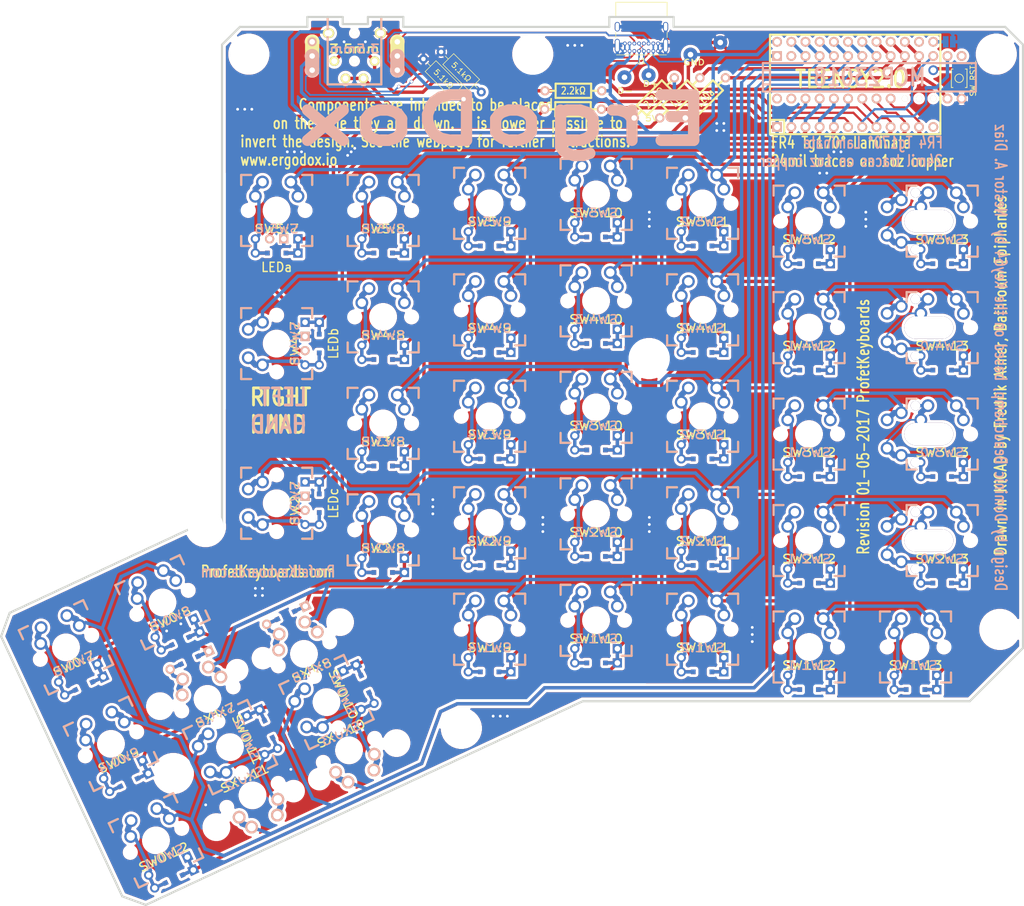
<source format=kicad_pcb>
(kicad_pcb (version 20171130) (host pcbnew 5.1.5+dfsg1-2build2)
  (layers (0 Front signal) (31 Back signal) (34 B.Paste user) (35 F.Paste user) (36 B.SilkS user hide) (37 F.SilkS user hide) (38 B.Mask user hide) (39 F.Mask user hide) (44 Edge.Cuts user))
  (net 0 "")
  (net 1 /COL0)
  (net 2 /COL1)
  (net 3 /COL10)
  (net 4 /COL11)
  (net 5 /COL4)
  (net 6 /COL5)
  (net 7 /COL6)
  (net 8 /LED_A)
  (net 9 /LED_B)
  (net 10 /LED_C)
  (net 11 /ROW0)
  (net 12 /ROW1)
  (net 13 /ROW2)
  (net 14 /ROW3)
  (net 15 /ROW4)
  (net 16 /ROW5)
  (net 17 /SCLM)
  (net 18 /SDAM)
  (net 19 GND)
  (net 20 VCC)
  (net 21 "Net-(D1:7-Pad1)")
  (net 22 "Net-(D1:8-Pad1)")
  (net 23 "Net-(LED_A1-Pad1)")
  (net 24 "Net-(LED_B1-Pad1)")
  (net 25 "Net-(LED_C1-Pad1)")
  (net 26 "Net-(SW0:7-Pad2)")
  (net 27 "Net-(SW0:8-Pad2)")
  (net 28 "Net-(SW0:9-Pad2)")
  (net 29 "Net-(SW0:10-Pad2)")
  (net 30 "Net-(SW0:11-Pad2)")
  (net 31 "Net-(SW0:12-Pad2)")
  (net 32 "Net-(SW1:9-Pad2)")
  (net 33 "Net-(SW1:10-Pad2)")
  (net 34 "Net-(SW1:11-Pad2)")
  (net 35 "Net-(SW1:12-Pad2)")
  (net 36 "Net-(SW1:13-Pad2)")
  (net 37 "Net-(SW2:7-Pad2)")
  (net 38 "Net-(SW2:8-Pad2)")
  (net 39 "Net-(SW2:9-Pad2)")
  (net 40 "Net-(SW2:10-Pad2)")
  (net 41 "Net-(SW2:11-Pad2)")
  (net 42 "Net-(SW2:12-Pad2)")
  (net 43 "Net-(SW2:13-Pad2)")
  (net 44 "Net-(SW3:8-Pad2)")
  (net 45 "Net-(SW3:9-Pad2)")
  (net 46 "Net-(SW3:10-Pad2)")
  (net 47 "Net-(SW3:11-Pad2)")
  (net 48 "Net-(SW3:12-Pad2)")
  (net 49 "Net-(SW3:13-Pad2)")
  (net 50 "Net-(SW4:7-Pad2)")
  (net 51 "Net-(SW4:8-Pad2)")
  (net 52 "Net-(SW4:9-Pad2)")
  (net 53 "Net-(SW4:10-Pad2)")
  (net 54 "Net-(SW4:11-Pad2)")
  (net 55 "Net-(SW4:12-Pad2)")
  (net 56 "Net-(SW4:13-Pad2)")
  (net 57 "Net-(SW5:7-Pad2)")
  (net 58 "Net-(SW5:8-Pad2)")
  (net 59 "Net-(SW5:9-Pad2)")
  (net 60 "Net-(SW5:10-Pad2)")
  (net 61 "Net-(SW5:11-Pad2)")
  (net 62 "Net-(SW5:12-Pad2)")
  (net 63 "Net-(SW5:13-Pad2)")
  (net 64 /RST)
  (net 65 "Net-(H1-Pad1)")
  (net 66 "Net-(H2-Pad1)")
  (net 67 "Net-(J1-PadB5)")
  (net 68 "Net-(J1-PadB8)")
  (net 69 "Net-(J1-PadA8)")
  (net 70 "Net-(J1-PadA5)")
  (net 71 "Net-(J3-Pad2)")
  (net 72 "Net-(J4-Pad2)")
  (module Resistor_THT:R_Axial_DIN0207_L6.3mm_D2.5mm_P10.16mm_Horizontal (layer Front) (at 109.002102 43.914602 135)
    (fp_text reference R4 hide)
    (fp_text value 5.1kΩ (at 5.08 0 135) (layer F.SilkS))
    (pad 2 thru_hole oval (at 10.16 0 135) (size 1.6 1.6) (drill 0.8) (layers *.Cu *.Mask) (net 19 GND))
    (pad 1 thru_hole circle (at 0 0 135) (size 1.6 1.6) (drill 0.8) (layers *.Cu *.Mask) (net 72 "Net-(J4-Pad2)"))
  )
  (module Resistor_THT:R_Axial_DIN0207_L6.3mm_D2.5mm_P10.16mm_Horizontal (layer Front) (at 98.647905 38.000405 315)
    (fp_text reference R3 hide)
    (fp_text value 5.1kΩ (at 5.08 0 135) (layer F.SilkS))
    (pad 2 thru_hole oval (at 10.16 0 315) (size 1.6 1.6) (drill 0.8) (layers *.Cu *.Mask) (net 71 "Net-(J3-Pad2)"))
    (pad 1 thru_hole circle (at 0 0 315) (size 1.6 1.6) (drill 0.8) (layers *.Cu *.Mask) (net 19 GND))
  )
  (module Connector_Wire:SolderWirePad_1x01_Drill1mm (layer Front) (at 151.765 35.052)
    (fp_text reference H4 hide)
    (fp_text value GND)
    (pad 1 thru_hole circle (at 0 0) (size 2.49936 2.49936) (drill 1.00076) (layers *.Cu *.Mask) (net 19 GND))
  )
  (module Connector_Wire:SolderWirePad_1x01_Drill1mm (layer Front) (at 146.431 37.211)
    (fp_text reference H3 hide)
    (fp_text value 5V)
    (pad 1 thru_hole circle (at 0 0) (size 2.49936 2.49936) (drill 1.00076) (layers *.Cu *.Mask) (net 20 VCC))
  )
  (module ErgoDOXmech (layer Front) (at 50.8 177.8)
    (fp_text reference H99 hide)
    (fp_text value MECHANICAL hide)
    (pad "" np_thru_hole circle (at 3.0988 -11.9634) (size 6.3754 6.3754) (drill 6.3754) (layers *.Cu *.Mask))
    (pad "" np_thru_hole circle (at 8.8646 -56.134) (size 6.3754 6.3754) (drill 6.3754) (layers *.Cu *.Mask))
    (pad "" np_thru_hole circle (at 54.6354 -20.0406) (size 6.3754 6.3754) (drill 6.3754) (layers *.Cu *.Mask))
    (pad "" np_thru_hole circle (at 150.9776 -37.7444) (size 6.3754 6.3754) (drill 6.3754) (layers *.Cu *.Mask))
    (pad "" np_thru_hole circle (at 88.2396 -86.2076) (size 6.3754 6.3754) (drill 6.3754) (layers *.Cu *.Mask))
    (pad "" np_thru_hole circle (at 150.3426 -140.6652) (size 6.3754 6.3754) (drill 6.3754) (layers *.Cu *.Mask))
    (pad "" np_thru_hole circle (at 67.4116 -140.6652) (size 6.3754 6.3754) (drill 6.3754) (layers *.Cu *.Mask))
    (pad "" np_thru_hole circle (at 16.6116 -140.6652) (size 6.3754 6.3754) (drill 6.3754) (layers *.Cu *.Mask))
  )
  (module 100PITCH1X3 (layer Back) (at 78.74 37.465 270)
    (fp_text reference J3 hide)
    (fp_text value JMP hide)
    (pad 1 thru_hole circle (at -2.54 0 270) (size 1.651 1.651) (drill 0.9906) (layers *.Cu *.Mask B.SilkS) (net 70 "Net-(J1-PadA5)"))
    (pad 2 thru_hole circle (at 0 0 270) (size 1.651 1.651) (drill 0.9906) (layers *.Cu *.Mask B.SilkS) (net 71 "Net-(J3-Pad2)"))
    (pad 3 thru_hole circle (at 2.54 0 270) (size 1.651 1.651) (drill 0.9906) (layers *.Cu *.Mask B.SilkS) (net 69 "Net-(J1-PadA8)"))
  )
  (module Connector_USB:USB_C_Receptacle_GCT_USB4085 (layer Front) (at 140.6322 36.58 180)
    (fp_text reference J1 (at 2.975 -1.8) (layer F.SilkS))
    (fp_text value USB)
    (pad A1 thru_hole circle (at 0 0 180) (size 0.7 0.7) (drill 0.4) (layers *.Cu *.Mask) (net 19 GND))
    (pad A4 thru_hole circle (at 0.85 0 180) (size 0.7 0.7) (drill 0.4) (layers *.Cu *.Mask) (net 20 VCC))
    (pad A5 thru_hole circle (at 1.7 0 180) (size 0.7 0.7) (drill 0.4) (layers *.Cu *.Mask) (net 70 "Net-(J1-PadA5)"))
    (pad A6 thru_hole circle (at 2.55 0 180) (size 0.7 0.7) (drill 0.4) (layers *.Cu *.Mask) (net 65 "Net-(H1-Pad1)"))
    (pad A7 thru_hole circle (at 3.4 0 180) (size 0.7 0.7) (drill 0.4) (layers *.Cu *.Mask) (net 66 "Net-(H2-Pad1)"))
    (pad A8 thru_hole circle (at 4.25 0 180) (size 0.7 0.7) (drill 0.4) (layers *.Cu *.Mask) (net 69 "Net-(J1-PadA8)"))
    (pad A9 thru_hole circle (at 5.1 0 180) (size 0.7 0.7) (drill 0.4) (layers *.Cu *.Mask) (net 20 VCC))
    (pad A12 thru_hole circle (at 5.95 0 180) (size 0.7 0.7) (drill 0.4) (layers *.Cu *.Mask) (net 19 GND))
    (pad B9 thru_hole circle (at 0.85 1.35 180) (size 0.7 0.7) (drill 0.4) (layers *.Cu *.Mask) (net 20 VCC))
    (pad B7 thru_hole circle (at 2.55 1.35 180) (size 0.7 0.7) (drill 0.4) (layers *.Cu *.Mask) (net 66 "Net-(H2-Pad1)"))
    (pad B8 thru_hole circle (at 1.7 1.35 180) (size 0.7 0.7) (drill 0.4) (layers *.Cu *.Mask) (net 68 "Net-(J1-PadB8)"))
    (pad B12 thru_hole circle (at 0 1.35 180) (size 0.7 0.7) (drill 0.4) (layers *.Cu *.Mask) (net 19 GND))
    (pad B5 thru_hole circle (at 4.25 1.35 180) (size 0.7 0.7) (drill 0.4) (layers *.Cu *.Mask) (net 67 "Net-(J1-PadB5)"))
    (pad B4 thru_hole circle (at 5.1 1.35 180) (size 0.7 0.7) (drill 0.4) (layers *.Cu *.Mask) (net 20 VCC))
    (pad B1 thru_hole circle (at 5.95 1.35 180) (size 0.7 0.7) (drill 0.4) (layers *.Cu *.Mask) (net 19 GND))
    (pad B6 thru_hole circle (at 3.4 1.35 180) (size 0.7 0.7) (drill 0.4) (layers *.Cu *.Mask) (net 65 "Net-(H1-Pad1)"))
    (pad S1 thru_hole oval (at -1.35 0.98 180) (size 0.9 2.4) (drill oval 0.6 2.1) (layers *.Cu *.Mask) (net 19 GND))
    (pad S1 thru_hole oval (at 7.3 0.98 180) (size 0.9 2.4) (drill oval 0.6 2.1) (layers *.Cu *.Mask) (net 19 GND))
    (pad S1 thru_hole oval (at -1.35 4.36 180) (size 0.9 1.7) (drill oval 0.6 1.4) (layers *.Cu *.Mask) (net 19 GND))
    (pad S1 thru_hole oval (at 7.3 4.36 180) (size 0.9 1.7) (drill oval 0.6 1.4) (layers *.Cu *.Mask) (net 19 GND))
  )
  (module Connector_Wire:SolderWirePad_1x01_Drill1mm (layer Front) (at 134.62 41.275)
    (fp_text reference H2 hide)
    (fp_text value D-)
    (pad 1 thru_hole circle (at 0 0) (size 2.49936 2.49936) (drill 1.00076) (layers *.Cu *.Mask) (net 66 "Net-(H2-Pad1)"))
  )
  (module Connector_Wire:SolderWirePad_1x01_Drill1mm (layer Front) (at 138.938 40.894)
    (fp_text reference H1 hide)
    (fp_text value D+)
    (pad 1 thru_hole circle (at 0 0) (size 2.49936 2.49936) (drill 1.00076) (layers *.Cu *.Mask) (net 65 "Net-(H1-Pad1)"))
  )
  (module "ErgoDOX pcb:TEENSY_2.0_WITH_RESET" (layer Front) (at 175.895 42.545)
    (fp_text reference U1 hide)
    (fp_text value TEENSY2.0 (at -0.825 -0.935) (layer F.SilkS) (effects (font (size 3.048 2.54) (thickness 0.4572))))
    (pad 26 thru_hole circle (at -6.35 -7.62) (size 1.7526 1.7526) (drill 1.0922) (layers *.Cu *.SilkS *.Mask) (net 14 /ROW3))
    (pad 25 thru_hole circle (at -3.81 -7.62) (size 1.7526 1.7526) (drill 1.0922) (layers *.Cu *.SilkS *.Mask) (net 13 /ROW2))
    (pad 29 thru_hole circle (at -13.97 -7.62) (size 1.7526 1.7526) (drill 1.0922) (layers *.Cu *.SilkS *.Mask) (net 20 VCC))
    (pad 28 thru_hole circle (at -11.43 -7.62) (size 1.7526 1.7526) (drill 1.0922) (layers *.Cu *.SilkS *.Mask) (net 16 /ROW5))
    (pad 27 thru_hole circle (at -8.89 -7.62) (size 1.7526 1.7526) (drill 1.0922) (layers *.Cu *.SilkS *.Mask) (net 15 /ROW4))
    (pad 24 thru_hole circle (at -1.27 -7.62) (size 1.7526 1.7526) (drill 1.0922) (layers *.Cu *.SilkS *.Mask) (net 12 /ROW1))
    (pad 23 thru_hole circle (at 1.27 -7.62) (size 1.7526 1.7526) (drill 1.0922) (layers *.Cu *.SilkS *.Mask) (net 11 /ROW0))
    (pad 22 thru_hole circle (at 3.81 -7.62) (size 1.7526 1.7526) (drill 1.0922) (layers *.Cu *.SilkS *.Mask) (net 9 /LED_B))
    (pad 21 thru_hole circle (at 6.35 -7.62) (size 1.7526 1.7526) (drill 1.0922) (layers *.Cu *.SilkS *.Mask) (net 8 /LED_A))
    (pad 20 thru_hole circle (at 8.89 -7.62) (size 1.7526 1.7526) (drill 1.0922) (layers *.Cu *.SilkS *.Mask) (net 20 VCC))
    (pad 19 thru_hole circle (at 11.43 -7.62) (size 1.7526 1.7526) (drill 1.0922) (layers *.Cu *.SilkS *.Mask))
    (pad 18 thru_hole circle (at 13.97 -7.62) (size 1.7526 1.7526) (drill 1.08966) (layers *.Cu *.SilkS *.Mask) (net 19 GND))
    (pad 12 thru_hole circle (at 13.97 7.62) (size 1.7526 1.7526) (drill 1.0922) (layers *.Cu *.SilkS *.Mask))
    (pad 11 thru_hole circle (at 11.43 7.62) (size 1.7526 1.7526) (drill 1.0922) (layers *.Cu *.SilkS *.Mask) (net 1 /COL0))
    (pad 10 thru_hole circle (at 8.89 7.62) (size 1.7526 1.7526) (drill 1.0922) (layers *.Cu *.SilkS *.Mask) (net 2 /COL1))
    (pad 9 thru_hole circle (at 6.35 7.62) (size 1.7526 1.7526) (drill 1.0922) (layers *.Cu *.SilkS *.Mask) (net 4 /COL11))
    (pad 8 thru_hole circle (at 3.81 7.62) (size 1.7526 1.7526) (drill 1.0922) (layers *.Cu *.SilkS *.Mask) (net 18 /SDAM))
    (pad 7 thru_hole circle (at 1.27 7.62) (size 1.7526 1.7526) (drill 1.0922) (layers *.Cu *.SilkS *.Mask) (net 17 /SCLM))
    (pad 6 thru_hole circle (at -1.27 7.62) (size 1.7526 1.7526) (drill 1.0922) (layers *.Cu *.SilkS *.Mask) (net 10 /LED_C))
    (pad 5 thru_hole circle (at -3.81 7.62) (size 1.7526 1.7526) (drill 1.0922) (layers *.Cu *.SilkS *.Mask) (net 3 /COL10))
    (pad 4 thru_hole circle (at -6.35 7.62) (size 1.7526 1.7526) (drill 1.0922) (layers *.Cu *.SilkS *.Mask) (net 5 /COL4))
    (pad 3 thru_hole circle (at -8.89 7.62) (size 1.7526 1.7526) (drill 1.0922) (layers *.Cu *.SilkS *.Mask) (net 6 /COL5))
    (pad 2 thru_hole circle (at -11.43 7.62) (size 1.7526 1.7526) (drill 1.0922) (layers *.Cu *.SilkS *.Mask) (net 7 /COL6))
    (pad 1 thru_hole rect (at -13.97 7.62) (size 1.7526 1.7526) (drill 1.0922) (layers *.Cu *.SilkS *.Mask) (net 19 GND))
    (pad 16 thru_hole circle (at 13.97 -2.54) (size 1.7526 1.7526) (drill 1.08966) (layers *.Cu *.Mask) (net 64 /RST))
  )
  (module DIP28_300 (layer Back) (at 178.435 41.275)
    (fp_text reference U2 hide)
    (fp_text value MCP23018 (at 0 0) (layer B.SilkS) (effects (font (size 3.048 2.54) (thickness 0.4572)) (justify mirror)))
    (pad 2 thru_hole circle (at -13.97 -3.81) (size 1.7526 1.7526) (drill 1.0922) (layers *.Cu *.SilkS *.Mask))
    (pad 3 thru_hole circle (at -11.43 -3.81) (size 1.7526 1.7526) (drill 1.0922) (layers *.Cu *.SilkS *.Mask) (net 16 /ROW5))
    (pad 4 thru_hole circle (at -8.89 -3.81) (size 1.7526 1.7526) (drill 1.0922) (layers *.Cu *.SilkS *.Mask) (net 15 /ROW4))
    (pad 5 thru_hole circle (at -6.35 -3.81) (size 1.7526 1.7526) (drill 1.0922) (layers *.Cu *.SilkS *.Mask) (net 14 /ROW3))
    (pad 6 thru_hole circle (at -3.81 -3.81) (size 1.7526 1.7526) (drill 1.0922) (layers *.Cu *.SilkS *.Mask) (net 13 /ROW2))
    (pad 7 thru_hole circle (at -1.27 -3.81) (size 1.7526 1.7526) (drill 1.0922) (layers *.Cu *.SilkS *.Mask) (net 12 /ROW1))
    (pad 8 thru_hole circle (at 1.27 -3.81) (size 1.7526 1.7526) (drill 1.0922) (layers *.Cu *.SilkS *.Mask) (net 11 /ROW0))
    (pad 9 thru_hole circle (at 3.81 -3.81) (size 1.7526 1.7526) (drill 1.0922) (layers *.Cu *.SilkS *.Mask) (net 9 /LED_B))
    (pad 10 thru_hole circle (at 6.35 -3.81) (size 1.7526 1.7526) (drill 1.0922) (layers *.Cu *.SilkS *.Mask) (net 8 /LED_A))
    (pad 11 thru_hole circle (at 8.89 -3.81) (size 1.7526 1.7526) (drill 1.0922) (layers *.Cu *.SilkS *.Mask) (net 20 VCC))
    (pad 12 thru_hole circle (at 11.43 -3.81) (size 1.7526 1.7526) (drill 1.0922) (layers *.Cu *.SilkS *.Mask) (net 17 /SCLM))
    (pad 13 thru_hole circle (at 13.97 -3.81) (size 1.7526 1.7526) (drill 1.0922) (layers *.Cu *.SilkS *.Mask) (net 18 /SDAM))
    (pad 14 thru_hole circle (at 16.51 -3.81) (size 1.7526 1.7526) (drill 1.0922) (layers *.Cu *.SilkS *.Mask))
    (pad 1 thru_hole rect (at -16.51 -3.81) (size 1.7526 1.7526) (drill 1.0922) (layers *.Cu *.SilkS *.Mask) (net 19 GND))
    (pad 15 thru_hole circle (at 16.51 3.81) (size 1.7526 1.7526) (drill 1.0922) (layers *.Cu *.SilkS *.Mask) (net 19 GND))
    (pad 16 thru_hole circle (at 13.97 3.81) (size 1.7526 1.7526) (drill 1.0922) (layers *.Cu *.SilkS *.Mask) (net 20 VCC))
    (pad 17 np_thru_hole circle (at 11.43 3.81) (size 1.0922 1.0922) (drill 1.0922) (layers *.Cu *.SilkS *.Mask))
    (pad 18 np_thru_hole circle (at 8.89 3.81) (size 1.0922 1.0922) (drill 1.0922) (layers *.Cu *.SilkS *.Mask))
    (pad 19 np_thru_hole circle (at 6.35 3.81) (size 1.0922 1.0922) (drill 1.0922) (layers *.Cu *.SilkS *.Mask))
    (pad 20 thru_hole circle (at 3.81 3.81) (size 1.7526 1.7526) (drill 1.0922) (layers *.Cu *.SilkS *.Mask) (net 1 /COL0))
    (pad 21 thru_hole circle (at 1.27 3.81) (size 1.7526 1.7526) (drill 1.0922) (layers *.Cu *.SilkS *.Mask) (net 2 /COL1))
    (pad 22 thru_hole circle (at -1.27 3.81) (size 1.7526 1.7526) (drill 1.0922) (layers *.Cu *.SilkS *.Mask) (net 4 /COL11))
    (pad 23 thru_hole circle (at -3.81 3.81) (size 1.7526 1.7526) (drill 1.0922) (layers *.Cu *.SilkS *.Mask) (net 3 /COL10))
    (pad 24 thru_hole circle (at -6.35 3.81) (size 1.7526 1.7526) (drill 1.0922) (layers *.Cu *.SilkS *.Mask) (net 5 /COL4))
    (pad 25 thru_hole circle (at -8.89 3.81) (size 1.7526 1.7526) (drill 1.0922) (layers *.Cu *.SilkS *.Mask) (net 6 /COL5))
    (pad 26 thru_hole circle (at -11.43 3.81) (size 1.7526 1.7526) (drill 1.0922) (layers *.Cu *.SilkS *.Mask) (net 7 /COL6))
    (pad 27 thru_hole circle (at -13.97 3.81) (size 1.7526 1.7526) (drill 1.0922) (layers *.Cu *.SilkS *.Mask))
    (pad 28 thru_hole circle (at -16.51 3.81) (size 1.7526 1.7526) (drill 1.0922) (layers *.Cu *.SilkS *.Mask))
  )
  (module DIODE (layer Front) (at 56.7944 145.57756 25)
    (fp_text reference D1:7 hide)
    (fp_text value D hide)
    (fp_line (start -3.81 0) (end -1.6637 0) (layer Back) (width 0.6096))
    (fp_line (start 1.6637 0) (end 3.81 0) (layer Back) (width 0.6096))
    (fp_line (start -3.81 0) (end -1.6637 0) (layer Front) (width 0.6096))
    (fp_line (start 1.6637 0) (end 3.81 0) (layer Front) (width 0.6096))
    (pad 1 thru_hole circle (at -3.81 0 25) (size 1.651 1.651) (drill 0.9906) (layers *.Cu *.SilkS *.Mask) (net 21 "Net-(D1:7-Pad1)"))
    (pad 99 smd rect (at -1.6637 0 25) (size 0.8382 0.8382) (layers Front F.Paste F.Mask))
    (pad 99 smd rect (at -1.6637 0 25) (size 0.8382 0.8382) (layers Back B.Paste B.Mask))
    (pad 2 thru_hole rect (at 3.81 0 25) (size 1.651 1.651) (drill 0.9906) (layers *.Cu *.SilkS *.Mask) (net 7 /COL6))
    (pad 99 smd rect (at 1.6637 0 25) (size 0.8382 0.8382) (layers Front F.Paste F.Mask))
    (pad 99 smd rect (at 1.6637 0 25) (size 0.8382 0.8382) (layers Back B.Paste B.Mask))
  )
  (module DIODE (layer Front) (at 74.05878 137.52576 25)
    (fp_text reference D1:8 hide)
    (fp_text value D hide)
    (fp_line (start -3.81 0) (end -1.6637 0) (layer Back) (width 0.6096))
    (fp_line (start 1.6637 0) (end 3.81 0) (layer Back) (width 0.6096))
    (fp_line (start -3.81 0) (end -1.6637 0) (layer Front) (width 0.6096))
    (fp_line (start 1.6637 0) (end 3.81 0) (layer Front) (width 0.6096))
    (pad 1 thru_hole circle (at -3.81 0 25) (size 1.651 1.651) (drill 0.9906) (layers *.Cu *.SilkS *.Mask) (net 22 "Net-(D1:8-Pad1)"))
    (pad 99 smd rect (at -1.6637 0 25) (size 0.8382 0.8382) (layers Front F.Paste F.Mask))
    (pad 99 smd rect (at -1.6637 0 25) (size 0.8382 0.8382) (layers Back B.Paste B.Mask))
    (pad 2 thru_hole rect (at 3.81 0 25) (size 1.651 1.651) (drill 0.9906) (layers *.Cu *.SilkS *.Mask) (net 6 /COL5))
    (pad 99 smd rect (at 1.6637 0 25) (size 0.8382 0.8382) (layers Front F.Paste F.Mask))
    (pad 99 smd rect (at 1.6637 0 25) (size 0.8382 0.8382) (layers Back B.Paste B.Mask))
  )
  (module MX_LED (layer Front) (at 72.39 117.48516 90)
    (fp_text reference LED_C1 hide)
    (fp_text value LEDc (at 0 10.16 90) (layer F.SilkS) (effects (font (size 1.651 1.524) (thickness 0.254))))
    (pad 1 thru_hole circle (at -1.27 5.08 90) (size 1.651 1.651) (drill 0.9906) (layers *.Cu *.SilkS *.Mask) (net 25 "Net-(LED_C1-Pad1)"))
    (pad 2 thru_hole rect (at 1.27 5.08 90) (size 1.651 1.651) (drill 0.9906) (layers *.Cu *.SilkS *.Mask) (net 19 GND))
  )
  (module MX_LED (layer Front) (at 72.39 88.91016 90)
    (fp_text reference LED_B1 hide)
    (fp_text value LEDb (at 0 10.16 90) (layer F.SilkS) (effects (font (size 1.651 1.524) (thickness 0.254))))
    (pad 1 thru_hole circle (at -1.27 5.08 90) (size 1.651 1.651) (drill 0.9906) (layers *.Cu *.SilkS *.Mask) (net 24 "Net-(LED_B1-Pad1)"))
    (pad 2 thru_hole rect (at 1.27 5.08 90) (size 1.651 1.651) (drill 0.9906) (layers *.Cu *.SilkS *.Mask) (net 19 GND))
  )
  (module MX_LED (layer Front) (at 72.39 65.1002)
    (fp_text reference LED_A1 hide)
    (fp_text value LEDa (at 0 10.16) (layer F.SilkS) (effects (font (size 1.651 1.524) (thickness 0.254))))
    (pad 1 thru_hole circle (at -1.27 5.08) (size 1.651 1.651) (drill 0.9906) (layers *.Cu *.SilkS *.Mask) (net 23 "Net-(LED_A1-Pad1)"))
    (pad 2 thru_hole rect (at 1.27 5.08) (size 1.651 1.651) (drill 0.9906) (layers *.Cu *.SilkS *.Mask) (net 19 GND))
  )
  (module MX_FLIP (layer Front) (at 77.2795 144.43202 25)
    (fp_text reference SX1:8 (at 0 3.302 25) (layer F.SilkS) (effects (font (size 1.524 1.778) (thickness 0.254))))
    (fp_text value SX1:5 (at 0 3.302 25) (layer B.SilkS) (effects (font (size 1.524 1.778) (thickness 0.254)) (justify mirror)))
    (pad 1 thru_hole circle (at 2.54 -5.08 25) (size 2.286 2.286) (drill 1.4986) (layers *.Cu *.SilkS *.Mask) (net 12 /ROW1))
    (pad 2 thru_hole circle (at -3.81 -2.54 25) (size 2.286 2.286) (drill 1.4986) (layers *.Cu *.SilkS *.Mask) (net 22 "Net-(D1:8-Pad1)"))
    (pad "" np_thru_hole circle (at 0 0 25) (size 3.9878 3.9878) (drill 3.9878) (layers *.Cu))
    (pad "" np_thru_hole circle (at -5.08 0 25) (size 1.7018 1.7018) (drill 1.7018) (layers *.Cu *.Mask))
    (pad "" np_thru_hole circle (at 5.08 0 25) (size 1.7018 1.7018) (drill 1.7018) (layers *.Cu *.Mask))
    (pad 1 thru_hole circle (at 3.81 -2.54 25) (size 2.286 2.286) (drill 1.4986) (layers *.Cu *.SilkS *.Mask) (net 12 /ROW1))
    (pad 2 thru_hole circle (at -2.54 -5.08 25) (size 2.286 2.286) (drill 1.4986) (layers *.Cu *.SilkS *.Mask) (net 22 "Net-(D1:8-Pad1)"))
  )
  (module MX_FLIP (layer Front) (at 60.01512 152.48382 25)
    (fp_text reference SX1:7 (at 0 3.302 25) (layer F.SilkS) (effects (font (size 1.524 1.778) (thickness 0.254))))
    (fp_text value SX1:6 (at 0 3.302 25) (layer B.SilkS) (effects (font (size 1.524 1.778) (thickness 0.254)) (justify mirror)))
    (pad 1 thru_hole circle (at 2.54 -5.08 25) (size 2.286 2.286) (drill 1.4986) (layers *.Cu *.SilkS *.Mask) (net 12 /ROW1))
    (pad 2 thru_hole circle (at -3.81 -2.54 25) (size 2.286 2.286) (drill 1.4986) (layers *.Cu *.SilkS *.Mask) (net 21 "Net-(D1:7-Pad1)"))
    (pad "" np_thru_hole circle (at 0 0 25) (size 3.9878 3.9878) (drill 3.9878) (layers *.Cu *.Mask))
    (pad "" np_thru_hole circle (at -5.08 0 25) (size 1.7018 1.7018) (drill 1.7018) (layers *.Cu *.Mask))
    (pad "" np_thru_hole circle (at 5.08 0 25) (size 1.7018 1.7018) (drill 1.7018) (layers *.Cu *.Mask))
    (pad 1 thru_hole circle (at 3.81 -2.54 25) (size 2.286 2.286) (drill 1.4986) (layers *.Cu *.SilkS *.Mask) (net 12 /ROW1))
    (pad 2 thru_hole circle (at -2.54 -5.08 25) (size 2.286 2.286) (drill 1.4986) (layers *.Cu *.SilkS *.Mask) (net 21 "Net-(D1:7-Pad1)"))
  )
  (module MX_FLIP (layer Front) (at 85.3313 161.69894 205)
    (fp_text reference SX0:10 (at 0 3.302 205) (layer F.SilkS) (effects (font (size 1.524 1.778) (thickness 0.254))))
    (fp_text value SX0:3 (at 0 3.302 205) (layer B.SilkS) (effects (font (size 1.524 1.778) (thickness 0.254)) (justify mirror)))
    (pad 1 thru_hole circle (at 2.54 -5.08 205) (size 2.286 2.286) (drill 1.4986) (layers *.Cu *.SilkS *.Mask) (net 11 /ROW0))
    (pad 2 thru_hole circle (at -3.81 -2.54 205) (size 2.286 2.286) (drill 1.4986) (layers *.Cu *.SilkS *.Mask) (net 29 "Net-(SW0:10-Pad2)"))
    (pad "" np_thru_hole circle (at 0 0 205) (size 3.9878 3.9878) (drill 3.9878) (layers *.Cu *.Mask))
    (pad "" np_thru_hole circle (at -5.08 0 205) (size 1.7018 1.7018) (drill 1.7018) (layers *.Cu *.Mask))
    (pad "" np_thru_hole circle (at 5.08 0 205) (size 1.7018 1.7018) (drill 1.7018) (layers *.Cu *.Mask))
    (pad 1 thru_hole circle (at 3.81 -2.54 205) (size 2.286 2.286) (drill 1.4986) (layers *.Cu *.SilkS *.Mask) (net 11 /ROW0))
    (pad 2 thru_hole circle (at -2.54 -5.08 205) (size 2.286 2.286) (drill 1.4986) (layers *.Cu *.SilkS *.Mask) (net 29 "Net-(SW0:10-Pad2)"))
  )
  (module MX_FLIP (layer Front) (at 68.06438 169.7482 205)
    (fp_text reference SX0:11 (at 0 3.302 205) (layer F.SilkS) (effects (font (size 1.524 1.778) (thickness 0.254))))
    (fp_text value SX0:2 (at 0 3.302 205) (layer B.SilkS) (effects (font (size 1.524 1.778) (thickness 0.254)) (justify mirror)))
    (pad 1 thru_hole circle (at 2.54 -5.08 205) (size 2.286 2.286) (drill 1.4986) (layers *.Cu *.SilkS *.Mask) (net 11 /ROW0))
    (pad 2 thru_hole circle (at -3.81 -2.54 205) (size 2.286 2.286) (drill 1.4986) (layers *.Cu *.SilkS *.Mask) (net 30 "Net-(SW0:11-Pad2)"))
    (pad "" np_thru_hole circle (at 0 0 205) (size 3.9878 3.9878) (drill 3.9878) (layers *.Cu *.Mask))
    (pad "" np_thru_hole circle (at -5.08 0 205) (size 1.7018 1.7018) (drill 1.7018) (layers *.Cu *.Mask))
    (pad "" np_thru_hole circle (at 5.08 0 205) (size 1.7018 1.7018) (drill 1.7018) (layers *.Cu *.Mask))
    (pad 1 thru_hole circle (at 3.81 -2.54 205) (size 2.286 2.286) (drill 1.4986) (layers *.Cu *.SilkS *.Mask) (net 11 /ROW0))
    (pad 2 thru_hole circle (at -2.54 -5.08 205) (size 2.286 2.286) (drill 1.4986) (layers *.Cu *.SilkS *.Mask) (net 30 "Net-(SW0:11-Pad2)"))
  )
  (module RESISTOR (layer Front) (at 149.098 44.958 225)
    (fp_text reference RA1 hide)
    (fp_text value LEDa (at 0 0 225) (layer F.SilkS) (effects (font (size 1.27 1.016) (thickness 0.2032))))
    (pad 1 thru_hole circle (at -5.079999 0 225) (size 1.651 1.651) (drill 0.9906) (layers *.Cu *.SilkS *.Mask) (net 8 /LED_A))
    (pad 2 thru_hole circle (at 5.079999 0 225) (size 1.651 1.651) (drill 0.9906) (layers *.Cu *.SilkS *.Mask) (net 23 "Net-(LED_A1-Pad1)"))
  )
  (module RESISTOR (layer Front) (at 144.526 44.958 225)
    (fp_text reference RB1 hide)
    (fp_text value LEDb (at 0 0 225) (layer F.SilkS) (effects (font (size 1.27 1.016) (thickness 0.2032))))
    (pad 1 thru_hole circle (at -5.079999 0 225) (size 1.651 1.651) (drill 0.9906) (layers *.Cu *.SilkS *.Mask) (net 9 /LED_B))
    (pad 2 thru_hole circle (at 5.079999 0 225) (size 1.651 1.651) (drill 0.9906) (layers *.Cu *.SilkS *.Mask) (net 24 "Net-(LED_B1-Pad1)"))
  )
  (module RESISTOR (layer Front) (at 125.4125 46.99 180)
    (fp_text reference RC1 hide)
    (fp_text value LEDc (at 0 0 180) (layer F.SilkS) (effects (font (size 1.27 1.016) (thickness 0.2032))))
    (pad 2 thru_hole circle (at 5.08 0 180) (size 1.651 1.651) (drill 0.9906) (layers *.Cu *.SilkS *.Mask) (net 25 "Net-(LED_C1-Pad1)"))
    (pad 1 thru_hole circle (at -5.08 0 180) (size 1.651 1.651) (drill 0.9906) (layers *.Cu *.SilkS *.Mask) (net 10 /LED_C))
  )
  (module RESISTOR (layer Front) (at 125.476 43.688 180)
    (fp_text reference R1 hide)
    (fp_text value 2.2kΩ (at 0 0 180) (layer F.SilkS) (effects (font (size 1.27 1.016) (thickness 0.2032))))
    (pad 1 thru_hole circle (at -5.079999 0 180) (size 1.651 1.651) (drill 0.9906) (layers *.Cu *.SilkS *.Mask) (net 20 VCC))
    (pad 2 thru_hole circle (at 5.079999 0 180) (size 1.651 1.651) (drill 0.9906) (layers *.Cu *.SilkS *.Mask) (net 18 /SDAM))
  )
  (module RESISTOR (layer Front) (at 139.954 44.958 45)
    (fp_text reference R2 hide)
    (fp_text value 2.2kΩ (at 0 0 225) (layer F.SilkS) (effects (font (size 1.27 1.016) (thickness 0.2032))))
    (pad 1 thru_hole circle (at -5.079999 0 45) (size 1.651 1.651) (drill 0.9906) (layers *.Cu *.SilkS *.Mask) (net 20 VCC))
    (pad 2 thru_hole circle (at 5.079999 0 45) (size 1.651 1.651) (drill 0.9906) (layers *.Cu *.SilkS *.Mask) (net 17 /SCLM))
  )
  (module 100PITCH1X3 (layer Front) (at 93.98 37.465 270)
    (fp_text reference J4 hide)
    (fp_text value JMP hide)
    (pad 1 thru_hole circle (at -2.54 0 270) (size 1.651 1.651) (drill 0.9906) (layers *.Cu *.Mask F.SilkS) (net 67 "Net-(J1-PadB5)"))
    (pad 2 thru_hole circle (at 0 0 270) (size 1.651 1.651) (drill 0.9906) (layers *.Cu *.Mask F.SilkS) (net 72 "Net-(J4-Pad2)"))
    (pad 3 thru_hole circle (at 2.54 0 270) (size 1.651 1.651) (drill 0.9906) (layers *.Cu *.Mask F.SilkS) (net 68 "Net-(J1-PadB8)"))
  )
  (module GAP (layer Back) (at 192.7225 34.925 270)
    (fp_text reference JP2 hide)
    (fp_text value JUMPER hide)
    (pad 1 smd rect (at 0 0.635 270) (size 2.032 1.016) (layers Back B.Paste B.Mask) (net 19 GND))
    (pad 1 smd rect (at 0 -0.635 270) (size 2.032 1.016) (layers Back B.Paste B.Mask) (net 19 GND))
  )
  (module GAP (layer Front) (at 186.13 40.89)
    (fp_text reference JP1 hide)
    (fp_text value JUMPER hide)
    (pad 1 smd rect (at 0 -0.635) (size 2.032 1.016) (layers Front F.Paste F.Mask) (net 20 VCC))
    (pad 1 smd rect (at 0 0.635) (size 2.032 1.016) (layers Front F.Paste F.Mask) (net 20 VCC))
  )
  (module 4pin35mmAudio (layer Front) (at 86.3092 30.48 270)
    (fp_text reference J2 hide)
    (fp_text value 3.5mm (at 5.715 0) (layer F.SilkS) (effects (font (size 1.524 1.778) (thickness 0.3048))))
    (fp_text user 3.5mm (at 5.715 0) (layer B.SilkS) (effects (font (size 1.524 1.778) (thickness 0.3048)) (justify mirror)))
    (pad 1 thru_hole oval (at 2.8956 -4.6482 270) (size 1.7526 2.0574) (drill oval 1.0922 1.397) (layers *.Cu *.Mask F.SilkS) (net 19 GND))
    (pad 2 thru_hole circle (at 7.8994 3.6068 270) (size 1.7526 1.7526) (drill 1.0922) (layers *.Cu *.Mask F.SilkS) (net 18 /SDAM))
    (pad 3 thru_hole circle (at 10.9982 -1.6002 270) (size 1.7526 1.7526) (drill 1.0922) (layers *.Cu *.Mask F.SilkS) (net 17 /SCLM))
    (pad 4 thru_hole oval (at 2.8956 4.6482 270) (size 1.7526 2.0574) (drill oval 1.0922 1.397) (layers *.Cu *.Mask F.SilkS) (net 20 VCC))
    (pad 5 thru_hole circle (at 10.9982 1.6002 270) (size 1.7526 1.7526) (drill 1.0922) (layers *.Cu *.Mask F.SilkS) (net 17 /SCLM))
    (pad 6 thru_hole circle (at 7.8994 -3.6068 270) (size 1.7526 1.7526) (drill 1.0922) (layers *.Cu *.Mask F.SilkS) (net 18 /SDAM))
    (pad HOLE np_thru_hole circle (at 2.8956 0 270) (size 0.9906 0.9906) (drill 0.9906) (layers *.Cu *.Mask F.SilkS))
    (pad HOLE np_thru_hole circle (at 7.8994 0 270) (size 0.9906 0.9906) (drill 0.9906) (layers *.Cu *.Mask F.SilkS))
  )
  (module STAB_PCB940 (layer Front) (at 81.30286 153.06548 295)
    (fp_text reference S2 hide)
    (fp_text value STAB200 hide)
    (pad "" np_thru_hole circle (at -11.938 6.985 295) (size 3.048 3.048) (drill 3.048) (layers *.Cu *.Mask))
    (pad "" np_thru_hole circle (at 11.938 6.985 295) (size 3.048 3.048) (drill 3.048) (layers *.Cu))
    (pad "" np_thru_hole circle (at -11.938 -8.255 295) (size 3.9878 3.9878) (drill 3.9878) (layers *.Cu))
    (pad "" np_thru_hole circle (at 11.938001 -8.255 295) (size 3.9878 3.9878) (drill 3.9878) (layers *.Cu *.Mask))
  )
  (module STAB_PCB940 (layer Front) (at 64.03848 161.11728 115)
    (fp_text reference S1 hide)
    (fp_text value STAB200 hide)
    (pad "" np_thru_hole circle (at -11.938 6.985 115) (size 3.048 3.048) (drill 3.048) (layers *.Cu))
    (pad "" np_thru_hole circle (at 11.938 6.985 115) (size 3.048 3.048) (drill 3.048) (layers *.Cu *.Mask))
    (pad "" np_thru_hole circle (at -11.938 -8.255 115) (size 3.9878 3.9878) (drill 3.9878) (layers *.Cu *.Mask))
    (pad "" np_thru_hole circle (at 11.938001 -8.255 115) (size 3.9878 3.9878) (drill 3.9878) (layers *.Cu *.Mask))
  )
  (module "ErgoDOX pcb:MX_FLIP_XX" (layer Front) (at 191.4525 86.05266)
    (fp_text reference SW4:13 (at 0 3.302) (layer F.SilkS) (effects (font (size 1.524 1.778) (thickness 0.254))))
    (fp_text value SW4:0 (at 0 3.302) (layer B.SilkS) (effects (font (size 1.524 1.778) (thickness 0.254)) (justify mirror)))
    (fp_line (start -3.81 7.62) (end -1.6637 7.62) (layer Back) (width 0.6096))
    (fp_line (start 1.6637 7.62) (end 3.81 7.62) (layer Back) (width 0.6096))
    (fp_line (start -3.81 7.62) (end -1.6637 7.62) (layer Front) (width 0.6096))
    (fp_line (start 1.6637 7.62) (end 3.81 7.62) (layer Front) (width 0.6096))
    (pad 1 thru_hole circle (at 2.54 -5.08) (size 2.286 2.286) (drill 1.4986) (layers *.Cu *.Mask) (net 15 /ROW4))
    (pad 2 thru_hole circle (at -3.81 -2.54) (size 2.286 2.286) (drill 1.4986) (layers *.Cu *.Mask) (net 56 "Net-(SW4:13-Pad2)"))
    (pad "" np_thru_hole circle (at 5.08 0) (size 1.7018 1.7018) (drill 1.7018) (layers *.Cu *.Mask))
    (pad 1 thru_hole circle (at 3.81 -2.54) (size 2.28346 2.28346) (drill 1.4986) (layers *.Cu *.Mask) (net 15 /ROW4))
    (pad 2 thru_hole circle (at -2.54 -5.08) (size 2.286 2.286) (drill 1.4986) (layers *.Cu *.Mask) (net 56 "Net-(SW4:13-Pad2)"))
    (pad 3 thru_hole circle (at -3.81 5.08) (size 1.651 1.651) (drill 0.9906) (layers *.Cu *.Mask) (net 56 "Net-(SW4:13-Pad2)"))
    (pad 4 thru_hole rect (at 3.81 5.08) (size 1.651 1.651) (drill 0.9906) (layers *.Cu *.Mask) (net 1 /COL0))
    (pad 3 thru_hole circle (at -3.81 7.62) (size 1.651 1.651) (drill 0.9906) (layers *.Cu *.Mask) (net 56 "Net-(SW4:13-Pad2)"))
    (pad 4 thru_hole rect (at 3.81 7.62) (size 1.651 1.651) (drill 0.9906) (layers *.Cu *.Mask) (net 1 /COL0))
    (pad 99 smd rect (at -1.6637 7.62) (size 0.8382 0.8382) (layers Front F.Paste F.Mask))
    (pad 99 smd rect (at -1.6637 7.62) (size 0.8382 0.8382) (layers Back B.Paste B.Mask))
    (pad 99 smd rect (at 1.6637 7.62) (size 0.8382 0.8382) (layers Front F.Paste F.Mask))
    (pad 99 smd rect (at 1.6637 7.62) (size 0.8382 0.8382) (layers Back B.Paste B.Mask))
    (pad 1 thru_hole circle (at -9.8425 -2.54) (size 2.28092 2.28092) (drill 1.4986) (layers *.Cu *.Mask) (net 15 /ROW4))
    (pad 1 thru_hole circle (at -7.3025 -3.81) (size 2.28092 2.28092) (drill 1.4986) (layers *.Cu *.Mask) (net 15 /ROW4))
    (pad 2 thru_hole circle (at -7.3025 3.81) (size 2.28092 2.28092) (drill 1.4986) (layers *.Cu *.Mask) (net 56 "Net-(SW4:13-Pad2)"))
    (pad 2 thru_hole circle (at -9.8425 2.54) (size 2.28092 2.28092) (drill 1.4986) (layers *.Cu *.Mask) (net 56 "Net-(SW4:13-Pad2)"))
    (pad 2 thru_hole oval (at -2.38252 0) (size 8.7503 3.9878) (drill oval 8.7503 3.9878) (layers *.Cu *.Mask) (net 56 "Net-(SW4:13-Pad2)"))
    (pad 3 thru_hole circle (at -4.7625 5.08 90) (size 1.7018 1.7018) (drill 1.7018) (layers *.Cu *.Mask) (net 56 "Net-(SW4:13-Pad2)"))
    (pad 2 thru_hole circle (at -4.7625 -5.08 90) (size 1.7018 1.7018) (drill 1.7018) (layers *.Cu *.Mask) (net 56 "Net-(SW4:13-Pad2)"))
  )
  (module "ErgoDOX pcb:MX_FLIP_XX" (layer Front) (at 191.4525 124.15266)
    (fp_text reference SW2:13 (at 0 3.302) (layer F.SilkS) (effects (font (size 1.524 1.778) (thickness 0.254))))
    (fp_text value SW2:0 (at 0 3.302) (layer B.SilkS) (effects (font (size 1.524 1.778) (thickness 0.254)) (justify mirror)))
    (fp_line (start -3.81 7.62) (end -1.6637 7.62) (layer Back) (width 0.6096))
    (fp_line (start 1.6637 7.62) (end 3.81 7.62) (layer Back) (width 0.6096))
    (fp_line (start -3.81 7.62) (end -1.6637 7.62) (layer Front) (width 0.6096))
    (fp_line (start 1.6637 7.62) (end 3.81 7.62) (layer Front) (width 0.6096))
    (pad 1 thru_hole circle (at 2.54 -5.08) (size 2.286 2.286) (drill 1.4986) (layers *.Cu *.Mask) (net 13 /ROW2))
    (pad 2 thru_hole circle (at -3.81 -2.54) (size 2.286 2.286) (drill 1.4986) (layers *.Cu *.Mask) (net 43 "Net-(SW2:13-Pad2)"))
    (pad "" np_thru_hole circle (at 5.08 0) (size 1.7018 1.7018) (drill 1.7018) (layers *.Cu *.Mask))
    (pad 1 thru_hole circle (at 3.81 -2.54) (size 2.28346 2.28346) (drill 1.4986) (layers *.Cu *.Mask) (net 13 /ROW2))
    (pad 2 thru_hole circle (at -2.54 -5.08) (size 2.286 2.286) (drill 1.4986) (layers *.Cu *.Mask) (net 43 "Net-(SW2:13-Pad2)"))
    (pad 3 thru_hole circle (at -3.81 5.08) (size 1.651 1.651) (drill 0.9906) (layers *.Cu *.Mask) (net 43 "Net-(SW2:13-Pad2)"))
    (pad 4 thru_hole rect (at 3.81 5.08) (size 1.651 1.651) (drill 0.9906) (layers *.Cu *.Mask) (net 1 /COL0))
    (pad 3 thru_hole circle (at -3.81 7.62) (size 1.651 1.651) (drill 0.9906) (layers *.Cu *.Mask) (net 43 "Net-(SW2:13-Pad2)"))
    (pad 4 thru_hole rect (at 3.81 7.62) (size 1.651 1.651) (drill 0.9906) (layers *.Cu *.Mask) (net 1 /COL0))
    (pad 99 smd rect (at -1.6637 7.62) (size 0.8382 0.8382) (layers Front F.Paste F.Mask))
    (pad 99 smd rect (at -1.6637 7.62) (size 0.8382 0.8382) (layers Back B.Paste B.Mask))
    (pad 99 smd rect (at 1.6637 7.62) (size 0.8382 0.8382) (layers Front F.Paste F.Mask))
    (pad 99 smd rect (at 1.6637 7.62) (size 0.8382 0.8382) (layers Back B.Paste B.Mask))
    (pad 1 thru_hole circle (at -9.8425 -2.54) (size 2.28092 2.28092) (drill 1.4986) (layers *.Cu *.Mask) (net 13 /ROW2))
    (pad 1 thru_hole circle (at -7.3025 -3.81) (size 2.28092 2.28092) (drill 1.4986) (layers *.Cu *.Mask) (net 13 /ROW2))
    (pad 2 thru_hole circle (at -7.3025 3.81) (size 2.28092 2.28092) (drill 1.4986) (layers *.Cu *.Mask) (net 43 "Net-(SW2:13-Pad2)"))
    (pad 2 thru_hole circle (at -9.8425 2.54) (size 2.28092 2.28092) (drill 1.4986) (layers *.Cu *.Mask) (net 43 "Net-(SW2:13-Pad2)"))
    (pad 2 thru_hole oval (at -2.38252 0) (size 8.7503 3.9878) (drill oval 8.7503 3.9878) (layers *.Cu *.Mask) (net 43 "Net-(SW2:13-Pad2)"))
    (pad 3 thru_hole circle (at -4.7625 5.08 90) (size 1.7018 1.7018) (drill 1.7018) (layers *.Cu *.Mask) (net 43 "Net-(SW2:13-Pad2)"))
    (pad 2 thru_hole circle (at -4.7625 -5.08 90) (size 1.7018 1.7018) (drill 1.7018) (layers *.Cu *.Mask) (net 43 "Net-(SW2:13-Pad2)"))
  )
  (module "ErgoDOX pcb:MX_FLIP_XX" (layer Front) (at 191.4525 67.0052)
    (fp_text reference SW5:13 (at 0 3.302) (layer F.SilkS) (effects (font (size 1.524 1.778) (thickness 0.254))))
    (fp_text value SW5:0 (at 0 3.302) (layer B.SilkS) (effects (font (size 1.524 1.778) (thickness 0.254)) (justify mirror)))
    (fp_line (start -3.81 7.62) (end -1.6637 7.62) (layer Back) (width 0.6096))
    (fp_line (start 1.6637 7.62) (end 3.81 7.62) (layer Back) (width 0.6096))
    (fp_line (start -3.81 7.62) (end -1.6637 7.62) (layer Front) (width 0.6096))
    (fp_line (start 1.6637 7.62) (end 3.81 7.62) (layer Front) (width 0.6096))
    (pad 1 thru_hole circle (at 2.54 -5.08) (size 2.286 2.286) (drill 1.4986) (layers *.Cu *.Mask) (net 16 /ROW5))
    (pad 2 thru_hole circle (at -3.81 -2.54) (size 2.286 2.286) (drill 1.4986) (layers *.Cu *.Mask) (net 63 "Net-(SW5:13-Pad2)"))
    (pad "" np_thru_hole circle (at 5.08 0) (size 1.7018 1.7018) (drill 1.7018) (layers *.Cu *.Mask))
    (pad 1 thru_hole circle (at 3.81 -2.54) (size 2.28346 2.28346) (drill 1.4986) (layers *.Cu *.Mask) (net 16 /ROW5))
    (pad 2 thru_hole circle (at -2.54 -5.08) (size 2.286 2.286) (drill 1.4986) (layers *.Cu *.Mask) (net 63 "Net-(SW5:13-Pad2)"))
    (pad 3 thru_hole circle (at -3.81 5.08) (size 1.651 1.651) (drill 0.9906) (layers *.Cu *.Mask) (net 63 "Net-(SW5:13-Pad2)"))
    (pad 4 thru_hole rect (at 3.81 5.08) (size 1.651 1.651) (drill 0.9906) (layers *.Cu *.Mask) (net 1 /COL0))
    (pad 3 thru_hole circle (at -3.81 7.62) (size 1.651 1.651) (drill 0.9906) (layers *.Cu *.Mask) (net 63 "Net-(SW5:13-Pad2)"))
    (pad 4 thru_hole rect (at 3.81 7.62) (size 1.651 1.651) (drill 0.9906) (layers *.Cu *.Mask) (net 1 /COL0))
    (pad 99 smd rect (at -1.6637 7.62) (size 0.8382 0.8382) (layers Front F.Paste F.Mask))
    (pad 99 smd rect (at -1.6637 7.62) (size 0.8382 0.8382) (layers Back B.Paste B.Mask))
    (pad 99 smd rect (at 1.6637 7.62) (size 0.8382 0.8382) (layers Front F.Paste F.Mask))
    (pad 99 smd rect (at 1.6637 7.62) (size 0.8382 0.8382) (layers Back B.Paste B.Mask))
    (pad 1 thru_hole circle (at -9.8425 -2.54) (size 2.28092 2.28092) (drill 1.4986) (layers *.Cu *.Mask) (net 16 /ROW5))
    (pad 1 thru_hole circle (at -7.3025 -3.81) (size 2.28092 2.28092) (drill 1.4986) (layers *.Cu *.Mask) (net 16 /ROW5))
    (pad 2 thru_hole circle (at -7.3025 3.81) (size 2.28092 2.28092) (drill 1.4986) (layers *.Cu *.Mask) (net 63 "Net-(SW5:13-Pad2)"))
    (pad 2 thru_hole circle (at -9.8425 2.54) (size 2.28092 2.28092) (drill 1.4986) (layers *.Cu *.Mask) (net 63 "Net-(SW5:13-Pad2)"))
    (pad 2 thru_hole oval (at -2.38252 0) (size 8.7503 3.9878) (drill oval 8.7503 3.9878) (layers *.Cu *.Mask) (net 63 "Net-(SW5:13-Pad2)"))
    (pad 3 thru_hole circle (at -4.7625 5.08 90) (size 1.7018 1.7018) (drill 1.7018) (layers *.Cu *.Mask) (net 63 "Net-(SW5:13-Pad2)"))
    (pad 2 thru_hole circle (at -4.7625 -5.08 90) (size 1.7018 1.7018) (drill 1.7018) (layers *.Cu *.Mask) (net 63 "Net-(SW5:13-Pad2)"))
  )
  (module "ErgoDOX pcb:MX_FLIP_XX" (layer Front) (at 191.4525 105.10266)
    (fp_text reference SW3:13 (at 0 3.302) (layer F.SilkS) (effects (font (size 1.524 1.778) (thickness 0.254))))
    (fp_text value SW3:0 (at 0 3.302) (layer B.SilkS) (effects (font (size 1.524 1.778) (thickness 0.254)) (justify mirror)))
    (fp_line (start -3.81 7.62) (end -1.6637 7.62) (layer Back) (width 0.6096))
    (fp_line (start 1.6637 7.62) (end 3.81 7.62) (layer Back) (width 0.6096))
    (fp_line (start -3.81 7.62) (end -1.6637 7.62) (layer Front) (width 0.6096))
    (fp_line (start 1.6637 7.62) (end 3.81 7.62) (layer Front) (width 0.6096))
    (pad 1 thru_hole circle (at 2.54 -5.08) (size 2.286 2.286) (drill 1.4986) (layers *.Cu *.Mask) (net 14 /ROW3))
    (pad 2 thru_hole circle (at -3.81 -2.54) (size 2.286 2.286) (drill 1.4986) (layers *.Cu *.Mask) (net 49 "Net-(SW3:13-Pad2)"))
    (pad "" np_thru_hole circle (at 5.08 0) (size 1.7018 1.7018) (drill 1.7018) (layers *.Cu *.Mask))
    (pad 1 thru_hole circle (at 3.81 -2.54) (size 2.28346 2.28346) (drill 1.4986) (layers *.Cu *.Mask) (net 14 /ROW3))
    (pad 2 thru_hole circle (at -2.54 -5.08) (size 2.286 2.286) (drill 1.4986) (layers *.Cu *.Mask) (net 49 "Net-(SW3:13-Pad2)"))
    (pad 3 thru_hole circle (at -3.81 5.08) (size 1.651 1.651) (drill 0.9906) (layers *.Cu *.Mask) (net 49 "Net-(SW3:13-Pad2)"))
    (pad 4 thru_hole rect (at 3.81 5.08) (size 1.651 1.651) (drill 0.9906) (layers *.Cu *.Mask) (net 1 /COL0))
    (pad 3 thru_hole circle (at -3.81 7.62) (size 1.651 1.651) (drill 0.9906) (layers *.Cu *.Mask) (net 49 "Net-(SW3:13-Pad2)"))
    (pad 4 thru_hole rect (at 3.81 7.62) (size 1.651 1.651) (drill 0.9906) (layers *.Cu *.Mask) (net 1 /COL0))
    (pad 99 smd rect (at -1.6637 7.62) (size 0.8382 0.8382) (layers Front F.Paste F.Mask))
    (pad 99 smd rect (at -1.6637 7.62) (size 0.8382 0.8382) (layers Back B.Paste B.Mask))
    (pad 99 smd rect (at 1.6637 7.62) (size 0.8382 0.8382) (layers Front F.Paste F.Mask))
    (pad 99 smd rect (at 1.6637 7.62) (size 0.8382 0.8382) (layers Back B.Paste B.Mask))
    (pad 1 thru_hole circle (at -9.8425 -2.54) (size 2.28092 2.28092) (drill 1.4986) (layers *.Cu *.Mask) (net 14 /ROW3))
    (pad 1 thru_hole circle (at -7.3025 -3.81) (size 2.28092 2.28092) (drill 1.4986) (layers *.Cu *.Mask) (net 14 /ROW3))
    (pad 2 thru_hole circle (at -7.3025 3.81) (size 2.28092 2.28092) (drill 1.4986) (layers *.Cu *.Mask) (net 49 "Net-(SW3:13-Pad2)"))
    (pad 2 thru_hole circle (at -9.8425 2.54) (size 2.28092 2.28092) (drill 1.4986) (layers *.Cu *.Mask) (net 49 "Net-(SW3:13-Pad2)"))
    (pad 2 thru_hole oval (at -2.38252 0) (size 8.7503 3.9878) (drill oval 8.7503 3.9878) (layers *.Cu *.Mask) (net 49 "Net-(SW3:13-Pad2)"))
    (pad 3 thru_hole circle (at -4.7625 5.08 90) (size 1.7018 1.7018) (drill 1.7018) (layers *.Cu *.Mask) (net 49 "Net-(SW3:13-Pad2)"))
    (pad 2 thru_hole circle (at -4.7625 -5.08 90) (size 1.7018 1.7018) (drill 1.7018) (layers *.Cu *.Mask) (net 49 "Net-(SW3:13-Pad2)"))
  )
  (module "ErgoDOX pcb:MX_FLIP_DIODE" (layer Front) (at 91.44 65.1002)
    (fp_text reference SW5:8 (at 0 3.302) (layer F.SilkS) (effects (font (size 1.524 1.778) (thickness 0.254))))
    (fp_text value SW5:5 (at 0 3.302) (layer B.SilkS) (effects (font (size 1.524 1.778) (thickness 0.254)) (justify mirror)))
    (fp_line (start -3.81 7.62) (end -1.6637 7.62) (layer Back) (width 0.6096))
    (fp_line (start 1.6637 7.62) (end 3.81 7.62) (layer Back) (width 0.6096))
    (fp_line (start -3.81 7.62) (end -1.6637 7.62) (layer Front) (width 0.6096))
    (fp_line (start 1.6637 7.62) (end 3.81 7.62) (layer Front) (width 0.6096))
    (pad 1 thru_hole circle (at 2.54 -5.08) (size 2.286 2.286) (drill 1.4986) (layers *.Cu *.Mask) (net 16 /ROW5))
    (pad 2 thru_hole circle (at -3.81 -2.54) (size 2.286 2.286) (drill 1.4986) (layers *.Cu *.Mask) (net 58 "Net-(SW5:8-Pad2)"))
    (pad "" np_thru_hole circle (at 0 0) (size 3.9878 3.9878) (drill 3.9878) (layers *.Cu *.Mask))
    (pad "" np_thru_hole circle (at -5.08 0) (size 1.7018 1.7018) (drill 1.7018) (layers *.Cu *.Mask))
    (pad "" np_thru_hole circle (at 5.08 0) (size 1.7018 1.7018) (drill 1.7018) (layers *.Cu *.Mask))
    (pad 1 thru_hole circle (at 3.81 -2.54) (size 2.286 2.286) (drill 1.4986) (layers *.Cu *.Mask) (net 16 /ROW5))
    (pad 2 thru_hole circle (at -2.54 -5.08) (size 2.286 2.286) (drill 1.4986) (layers *.Cu *.Mask) (net 58 "Net-(SW5:8-Pad2)"))
    (pad 3 thru_hole circle (at -3.81 5.08) (size 1.651 1.651) (drill 0.9906) (layers *.Cu *.Mask) (net 58 "Net-(SW5:8-Pad2)"))
    (pad 4 thru_hole rect (at 3.81 5.08) (size 1.651 1.651) (drill 0.9906) (layers *.Cu *.Mask) (net 6 /COL5))
    (pad 3 thru_hole circle (at -3.81 7.62) (size 1.651 1.651) (drill 0.9906) (layers *.Cu *.Mask) (net 58 "Net-(SW5:8-Pad2)"))
    (pad 4 thru_hole rect (at 3.81 7.62) (size 1.651 1.651) (drill 0.9906) (layers *.Cu *.Mask) (net 6 /COL5))
    (pad 99 smd rect (at -1.6637 7.62) (size 0.8382 0.8382) (layers Front F.Paste F.Mask))
    (pad 99 smd rect (at -1.6637 7.62) (size 0.8382 0.8382) (layers Back B.Paste B.Mask))
    (pad 99 smd rect (at 1.6637 7.62) (size 0.8382 0.8382) (layers Front F.Paste F.Mask))
    (pad 99 smd rect (at 1.6637 7.62) (size 0.8382 0.8382) (layers Back B.Paste B.Mask))
  )
  (module "ErgoDOX pcb:MX_FLIP_DIODE" (layer Front) (at 148.59 82.87766)
    (fp_text reference SW4:11 (at 0 3.302) (layer F.SilkS) (effects (font (size 1.524 1.778) (thickness 0.254))))
    (fp_text value SW4:2 (at 0 3.302) (layer B.SilkS) (effects (font (size 1.524 1.778) (thickness 0.254)) (justify mirror)))
    (fp_line (start -3.81 7.62) (end -1.6637 7.62) (layer Back) (width 0.6096))
    (fp_line (start 1.6637 7.62) (end 3.81 7.62) (layer Back) (width 0.6096))
    (fp_line (start -3.81 7.62) (end -1.6637 7.62) (layer Front) (width 0.6096))
    (fp_line (start 1.6637 7.62) (end 3.81 7.62) (layer Front) (width 0.6096))
    (pad 1 thru_hole circle (at 2.54 -5.08) (size 2.286 2.286) (drill 1.4986) (layers *.Cu *.Mask) (net 15 /ROW4))
    (pad 2 thru_hole circle (at -3.81 -2.54) (size 2.286 2.286) (drill 1.4986) (layers *.Cu *.Mask) (net 54 "Net-(SW4:11-Pad2)"))
    (pad "" np_thru_hole circle (at 0 0) (size 3.9878 3.9878) (drill 3.9878) (layers *.Cu *.Mask))
    (pad "" np_thru_hole circle (at -5.08 0) (size 1.7018 1.7018) (drill 1.7018) (layers *.Cu *.Mask))
    (pad "" np_thru_hole circle (at 5.08 0) (size 1.7018 1.7018) (drill 1.7018) (layers *.Cu *.Mask))
    (pad 1 thru_hole circle (at 3.81 -2.54) (size 2.286 2.286) (drill 1.4986) (layers *.Cu *.Mask) (net 15 /ROW4))
    (pad 2 thru_hole circle (at -2.54 -5.08) (size 2.286 2.286) (drill 1.4986) (layers *.Cu *.Mask) (net 54 "Net-(SW4:11-Pad2)"))
    (pad 3 thru_hole circle (at -3.81 5.08) (size 1.651 1.651) (drill 0.9906) (layers *.Cu *.Mask) (net 54 "Net-(SW4:11-Pad2)"))
    (pad 4 thru_hole rect (at 3.81 5.08) (size 1.651 1.651) (drill 0.9906) (layers *.Cu *.Mask) (net 4 /COL11))
    (pad 3 thru_hole circle (at -3.81 7.62) (size 1.651 1.651) (drill 0.9906) (layers *.Cu *.Mask) (net 54 "Net-(SW4:11-Pad2)"))
    (pad 4 thru_hole rect (at 3.81 7.62) (size 1.651 1.651) (drill 0.9906) (layers *.Cu *.Mask) (net 4 /COL11))
    (pad 99 smd rect (at -1.6637 7.62) (size 0.8382 0.8382) (layers Front F.Paste F.Mask))
    (pad 99 smd rect (at -1.6637 7.62) (size 0.8382 0.8382) (layers Back B.Paste B.Mask))
    (pad 99 smd rect (at 1.6637 7.62) (size 0.8382 0.8382) (layers Front F.Paste F.Mask))
    (pad 99 smd rect (at 1.6637 7.62) (size 0.8382 0.8382) (layers Back B.Paste B.Mask))
  )
  (module "ErgoDOX pcb:MX_FLIP_DIODE" (layer Front) (at 64.03848 161.11728 115)
    (fp_text reference SW0:11 (at 0 3.302 115) (layer F.SilkS) (effects (font (size 1.524 1.778) (thickness 0.254))))
    (fp_text value SW0:2 (at 0 3.302 115) (layer B.SilkS) (effects (font (size 1.524 1.778) (thickness 0.254)) (justify mirror)))
    (fp_line (start -3.81 7.62) (end -1.6637 7.62) (layer Back) (width 0.6096))
    (fp_line (start 1.6637 7.62) (end 3.81 7.62) (layer Back) (width 0.6096))
    (fp_line (start -3.81 7.62) (end -1.6637 7.62) (layer Front) (width 0.6096))
    (fp_line (start 1.6637 7.62) (end 3.81 7.62) (layer Front) (width 0.6096))
    (pad 1 thru_hole circle (at 2.54 -5.08 115) (size 2.286 2.286) (drill 1.4986) (layers *.Cu *.Mask) (net 11 /ROW0))
    (pad 2 thru_hole circle (at -3.81 -2.54 115) (size 2.286 2.286) (drill 1.4986) (layers *.Cu *.Mask) (net 30 "Net-(SW0:11-Pad2)"))
    (pad "" np_thru_hole circle (at 0 0 115) (size 3.9878 3.9878) (drill 3.9878) (layers *.Cu *.Mask))
    (pad "" np_thru_hole circle (at -5.08 0 115) (size 1.7018 1.7018) (drill 1.7018) (layers *.Cu *.Mask))
    (pad "" np_thru_hole circle (at 5.08 0 115) (size 1.7018 1.7018) (drill 1.7018) (layers *.Cu *.Mask))
    (pad 1 thru_hole circle (at 3.81 -2.54 115) (size 2.286 2.286) (drill 1.4986) (layers *.Cu *.Mask) (net 11 /ROW0))
    (pad 2 thru_hole circle (at -2.54 -5.08 115) (size 2.286 2.286) (drill 1.4986) (layers *.Cu *.Mask) (net 30 "Net-(SW0:11-Pad2)"))
    (pad 3 thru_hole circle (at -3.81 5.08 115) (size 1.651 1.651) (drill 0.9906) (layers *.Cu *.Mask) (net 30 "Net-(SW0:11-Pad2)"))
    (pad 4 thru_hole rect (at 3.81 5.08 115) (size 1.651 1.651) (drill 0.9906) (layers *.Cu *.Mask) (net 4 /COL11))
    (pad 3 thru_hole circle (at -3.81 7.62 115) (size 1.651 1.651) (drill 0.9906) (layers *.Cu *.Mask) (net 30 "Net-(SW0:11-Pad2)"))
    (pad 4 thru_hole rect (at 3.81 7.62 115) (size 1.651 1.651) (drill 0.9906) (layers *.Cu *.Mask) (net 4 /COL11))
    (pad 99 smd rect (at -1.6637 7.62 115) (size 0.8382 0.8382) (layers Front F.Paste F.Mask))
    (pad 99 smd rect (at -1.6637 7.62 115) (size 0.8382 0.8382) (layers Back B.Paste B.Mask))
    (pad 99 smd rect (at 1.6637 7.62 115) (size 0.8382 0.8382) (layers Front F.Paste F.Mask))
    (pad 99 smd rect (at 1.6637 7.62 115) (size 0.8382 0.8382) (layers Back B.Paste B.Mask))
  )
  (module "ErgoDOX pcb:MX_FLIP_DIODE" (layer Front) (at 81.30286 153.06548 115)
    (fp_text reference SW0:10 (at 0 3.302 115) (layer F.SilkS) (effects (font (size 1.524 1.778) (thickness 0.254))))
    (fp_text value SW0:3 (at 0 3.302 115) (layer B.SilkS) (effects (font (size 1.524 1.778) (thickness 0.254)) (justify mirror)))
    (fp_line (start -3.81 7.62) (end -1.6637 7.62) (layer Back) (width 0.6096))
    (fp_line (start 1.6637 7.62) (end 3.81 7.62) (layer Back) (width 0.6096))
    (fp_line (start -3.81 7.62) (end -1.6637 7.62) (layer Front) (width 0.6096))
    (fp_line (start 1.6637 7.62) (end 3.81 7.62) (layer Front) (width 0.6096))
    (pad 1 thru_hole circle (at 2.54 -5.08 115) (size 2.286 2.286) (drill 1.4986) (layers *.Cu *.Mask) (net 11 /ROW0))
    (pad 2 thru_hole circle (at -3.81 -2.54 115) (size 2.286 2.286) (drill 1.4986) (layers *.Cu *.Mask) (net 29 "Net-(SW0:10-Pad2)"))
    (pad "" np_thru_hole circle (at 0 0 115) (size 3.9878 3.9878) (drill 3.9878) (layers *.Cu *.Mask))
    (pad "" np_thru_hole circle (at -5.08 0 115) (size 1.7018 1.7018) (drill 1.7018) (layers *.Cu *.Mask))
    (pad "" np_thru_hole circle (at 5.08 0 115) (size 1.7018 1.7018) (drill 1.7018) (layers *.Cu *.Mask))
    (pad 1 thru_hole circle (at 3.81 -2.54 115) (size 2.286 2.286) (drill 1.4986) (layers *.Cu *.Mask) (net 11 /ROW0))
    (pad 2 thru_hole circle (at -2.54 -5.08 115) (size 2.286 2.286) (drill 1.4986) (layers *.Cu *.Mask) (net 29 "Net-(SW0:10-Pad2)"))
    (pad 3 thru_hole circle (at -3.81 5.08 115) (size 1.651 1.651) (drill 0.9906) (layers *.Cu *.Mask) (net 29 "Net-(SW0:10-Pad2)"))
    (pad 4 thru_hole rect (at 3.81 5.08 115) (size 1.651 1.651) (drill 0.9906) (layers *.Cu *.Mask) (net 3 /COL10))
    (pad 3 thru_hole circle (at -3.81 7.62 115) (size 1.651 1.651) (drill 0.9906) (layers *.Cu *.Mask) (net 29 "Net-(SW0:10-Pad2)"))
    (pad 4 thru_hole rect (at 3.81 7.62 115) (size 1.651 1.651) (drill 0.9906) (layers *.Cu *.Mask) (net 3 /COL10))
    (pad 99 smd rect (at -1.6637 7.62 115) (size 0.8382 0.8382) (layers Front F.Paste F.Mask))
    (pad 99 smd rect (at -1.6637 7.62 115) (size 0.8382 0.8382) (layers Back B.Paste B.Mask))
    (pad 99 smd rect (at 1.6637 7.62 115) (size 0.8382 0.8382) (layers Front F.Paste F.Mask))
    (pad 99 smd rect (at 1.6637 7.62 115) (size 0.8382 0.8382) (layers Back B.Paste B.Mask))
  )
  (module "ErgoDOX pcb:MX_FLIP_DIODE" (layer Front) (at 110.49 140.02766)
    (fp_text reference SW1:9 (at 0 3.302) (layer F.SilkS) (effects (font (size 1.524 1.778) (thickness 0.254))))
    (fp_text value SW1:4 (at 0 3.302) (layer B.SilkS) (effects (font (size 1.524 1.778) (thickness 0.254)) (justify mirror)))
    (fp_line (start -3.81 7.62) (end -1.6637 7.62) (layer Back) (width 0.6096))
    (fp_line (start 1.6637 7.62) (end 3.81 7.62) (layer Back) (width 0.6096))
    (fp_line (start -3.81 7.62) (end -1.6637 7.62) (layer Front) (width 0.6096))
    (fp_line (start 1.6637 7.62) (end 3.81 7.62) (layer Front) (width 0.6096))
    (pad 1 thru_hole circle (at 2.54 -5.08) (size 2.286 2.286) (drill 1.4986) (layers *.Cu *.Mask) (net 12 /ROW1))
    (pad 2 thru_hole circle (at -3.81 -2.54) (size 2.286 2.286) (drill 1.4986) (layers *.Cu *.Mask) (net 32 "Net-(SW1:9-Pad2)"))
    (pad "" np_thru_hole circle (at 0 0) (size 3.9878 3.9878) (drill 3.9878) (layers *.Cu *.Mask))
    (pad "" np_thru_hole circle (at -5.08 0) (size 1.7018 1.7018) (drill 1.7018) (layers *.Cu *.Mask))
    (pad "" np_thru_hole circle (at 5.08 0) (size 1.7018 1.7018) (drill 1.7018) (layers *.Cu *.Mask))
    (pad 1 thru_hole circle (at 3.81 -2.54) (size 2.286 2.286) (drill 1.4986) (layers *.Cu *.Mask) (net 12 /ROW1))
    (pad 2 thru_hole circle (at -2.54 -5.08) (size 2.286 2.286) (drill 1.4986) (layers *.Cu *.Mask) (net 32 "Net-(SW1:9-Pad2)"))
    (pad 3 thru_hole circle (at -3.81 5.08) (size 1.651 1.651) (drill 0.9906) (layers *.Cu *.Mask) (net 32 "Net-(SW1:9-Pad2)"))
    (pad 4 thru_hole rect (at 3.81 5.08) (size 1.651 1.651) (drill 0.9906) (layers *.Cu *.Mask) (net 5 /COL4))
    (pad 3 thru_hole circle (at -3.81 7.62) (size 1.651 1.651) (drill 0.9906) (layers *.Cu *.Mask) (net 32 "Net-(SW1:9-Pad2)"))
    (pad 4 thru_hole rect (at 3.81 7.62) (size 1.651 1.651) (drill 0.9906) (layers *.Cu *.Mask) (net 5 /COL4))
    (pad 99 smd rect (at -1.6637 7.62) (size 0.8382 0.8382) (layers Front F.Paste F.Mask))
    (pad 99 smd rect (at -1.6637 7.62) (size 0.8382 0.8382) (layers Back B.Paste B.Mask))
    (pad 99 smd rect (at 1.6637 7.62) (size 0.8382 0.8382) (layers Front F.Paste F.Mask))
    (pad 99 smd rect (at 1.6637 7.62) (size 0.8382 0.8382) (layers Back B.Paste B.Mask))
  )
  (module "ErgoDOX pcb:MX_FLIP_DIODE" (layer Front) (at 129.54 138.43)
    (fp_text reference SW1:10 (at 0 3.302) (layer F.SilkS) (effects (font (size 1.524 1.778) (thickness 0.254))))
    (fp_text value SW1:3 (at 0 3.302) (layer B.SilkS) (effects (font (size 1.524 1.778) (thickness 0.254)) (justify mirror)))
    (fp_line (start -3.81 7.62) (end -1.6637 7.62) (layer Back) (width 0.6096))
    (fp_line (start 1.6637 7.62) (end 3.81 7.62) (layer Back) (width 0.6096))
    (fp_line (start -3.81 7.62) (end -1.6637 7.62) (layer Front) (width 0.6096))
    (fp_line (start 1.6637 7.62) (end 3.81 7.62) (layer Front) (width 0.6096))
    (pad 1 thru_hole circle (at 2.54 -5.08) (size 2.286 2.286) (drill 1.4986) (layers *.Cu *.Mask) (net 12 /ROW1))
    (pad 2 thru_hole circle (at -3.81 -2.54) (size 2.286 2.286) (drill 1.4986) (layers *.Cu *.Mask) (net 33 "Net-(SW1:10-Pad2)"))
    (pad "" np_thru_hole circle (at 0 0) (size 3.9878 3.9878) (drill 3.9878) (layers *.Cu *.Mask))
    (pad "" np_thru_hole circle (at -5.08 0) (size 1.7018 1.7018) (drill 1.7018) (layers *.Cu *.Mask))
    (pad "" np_thru_hole circle (at 5.08 0) (size 1.7018 1.7018) (drill 1.7018) (layers *.Cu *.Mask))
    (pad 1 thru_hole circle (at 3.81 -2.54) (size 2.286 2.286) (drill 1.4986) (layers *.Cu *.Mask) (net 12 /ROW1))
    (pad 2 thru_hole circle (at -2.54 -5.08) (size 2.286 2.286) (drill 1.4986) (layers *.Cu *.Mask) (net 33 "Net-(SW1:10-Pad2)"))
    (pad 3 thru_hole circle (at -3.81 5.08) (size 1.651 1.651) (drill 0.9906) (layers *.Cu *.Mask) (net 33 "Net-(SW1:10-Pad2)"))
    (pad 4 thru_hole rect (at 3.81 5.08) (size 1.651 1.651) (drill 0.9906) (layers *.Cu *.Mask) (net 3 /COL10))
    (pad 3 thru_hole circle (at -3.81 7.62) (size 1.651 1.651) (drill 0.9906) (layers *.Cu *.Mask) (net 33 "Net-(SW1:10-Pad2)"))
    (pad 4 thru_hole rect (at 3.81 7.62) (size 1.651 1.651) (drill 0.9906) (layers *.Cu *.Mask) (net 3 /COL10))
    (pad 99 smd rect (at -1.6637 7.62) (size 0.8382 0.8382) (layers Front F.Paste F.Mask))
    (pad 99 smd rect (at -1.6637 7.62) (size 0.8382 0.8382) (layers Back B.Paste B.Mask))
    (pad 99 smd rect (at 1.6637 7.62) (size 0.8382 0.8382) (layers Front F.Paste F.Mask))
    (pad 99 smd rect (at 1.6637 7.62) (size 0.8382 0.8382) (layers Back B.Paste B.Mask))
  )
  (module "ErgoDOX pcb:MX_FLIP_DIODE" (layer Front) (at 167.64 143.20266)
    (fp_text reference SW1:12 (at 0 3.302) (layer F.SilkS) (effects (font (size 1.524 1.778) (thickness 0.254))))
    (fp_text value SW1:1 (at 0 3.302) (layer B.SilkS) (effects (font (size 1.524 1.778) (thickness 0.254)) (justify mirror)))
    (fp_line (start -3.81 7.62) (end -1.6637 7.62) (layer Back) (width 0.6096))
    (fp_line (start 1.6637 7.62) (end 3.81 7.62) (layer Back) (width 0.6096))
    (fp_line (start -3.81 7.62) (end -1.6637 7.62) (layer Front) (width 0.6096))
    (fp_line (start 1.6637 7.62) (end 3.81 7.62) (layer Front) (width 0.6096))
    (pad 1 thru_hole circle (at 2.54 -5.08) (size 2.286 2.286) (drill 1.4986) (layers *.Cu *.Mask) (net 12 /ROW1))
    (pad 2 thru_hole circle (at -3.81 -2.54) (size 2.286 2.286) (drill 1.4986) (layers *.Cu *.Mask) (net 35 "Net-(SW1:12-Pad2)"))
    (pad "" np_thru_hole circle (at 0 0) (size 3.9878 3.9878) (drill 3.9878) (layers *.Cu *.Mask))
    (pad "" np_thru_hole circle (at -5.08 0) (size 1.7018 1.7018) (drill 1.7018) (layers *.Cu *.Mask))
    (pad "" np_thru_hole circle (at 5.08 0) (size 1.7018 1.7018) (drill 1.7018) (layers *.Cu *.Mask))
    (pad 1 thru_hole circle (at 3.81 -2.54) (size 2.286 2.286) (drill 1.4986) (layers *.Cu *.Mask) (net 12 /ROW1))
    (pad 2 thru_hole circle (at -2.54 -5.08) (size 2.286 2.286) (drill 1.4986) (layers *.Cu *.Mask) (net 35 "Net-(SW1:12-Pad2)"))
    (pad 3 thru_hole circle (at -3.81 5.08) (size 1.651 1.651) (drill 0.9906) (layers *.Cu *.Mask) (net 35 "Net-(SW1:12-Pad2)"))
    (pad 4 thru_hole rect (at 3.81 5.08) (size 1.651 1.651) (drill 0.9906) (layers *.Cu *.Mask) (net 2 /COL1))
    (pad 3 thru_hole circle (at -3.81 7.62) (size 1.651 1.651) (drill 0.9906) (layers *.Cu *.Mask) (net 35 "Net-(SW1:12-Pad2)"))
    (pad 4 thru_hole rect (at 3.81 7.62) (size 1.651 1.651) (drill 0.9906) (layers *.Cu *.Mask) (net 2 /COL1))
    (pad 99 smd rect (at -1.6637 7.62) (size 0.8382 0.8382) (layers Front F.Paste F.Mask))
    (pad 99 smd rect (at -1.6637 7.62) (size 0.8382 0.8382) (layers Back B.Paste B.Mask))
    (pad 99 smd rect (at 1.6637 7.62) (size 0.8382 0.8382) (layers Front F.Paste F.Mask))
    (pad 99 smd rect (at 1.6637 7.62) (size 0.8382 0.8382) (layers Back B.Paste B.Mask))
  )
  (module "ErgoDOX pcb:MX_FLIP_DIODE" (layer Front) (at 91.44 122.24766)
    (fp_text reference SW2:8 (at 0 3.302) (layer F.SilkS) (effects (font (size 1.524 1.778) (thickness 0.254))))
    (fp_text value SW2:5 (at 0 3.302) (layer B.SilkS) (effects (font (size 1.524 1.778) (thickness 0.254)) (justify mirror)))
    (fp_line (start -3.81 7.62) (end -1.6637 7.62) (layer Back) (width 0.6096))
    (fp_line (start 1.6637 7.62) (end 3.81 7.62) (layer Back) (width 0.6096))
    (fp_line (start -3.81 7.62) (end -1.6637 7.62) (layer Front) (width 0.6096))
    (fp_line (start 1.6637 7.62) (end 3.81 7.62) (layer Front) (width 0.6096))
    (pad 1 thru_hole circle (at 2.54 -5.08) (size 2.286 2.286) (drill 1.4986) (layers *.Cu *.Mask) (net 13 /ROW2))
    (pad 2 thru_hole circle (at -3.81 -2.54) (size 2.286 2.286) (drill 1.4986) (layers *.Cu *.Mask) (net 38 "Net-(SW2:8-Pad2)"))
    (pad "" np_thru_hole circle (at 0 0) (size 3.9878 3.9878) (drill 3.9878) (layers *.Cu *.Mask))
    (pad "" np_thru_hole circle (at -5.08 0) (size 1.7018 1.7018) (drill 1.7018) (layers *.Cu *.Mask))
    (pad "" np_thru_hole circle (at 5.08 0) (size 1.7018 1.7018) (drill 1.7018) (layers *.Cu *.Mask))
    (pad 1 thru_hole circle (at 3.81 -2.54) (size 2.286 2.286) (drill 1.4986) (layers *.Cu *.Mask) (net 13 /ROW2))
    (pad 2 thru_hole circle (at -2.54 -5.08) (size 2.286 2.286) (drill 1.4986) (layers *.Cu *.Mask) (net 38 "Net-(SW2:8-Pad2)"))
    (pad 3 thru_hole circle (at -3.81 5.08) (size 1.651 1.651) (drill 0.9906) (layers *.Cu *.Mask) (net 38 "Net-(SW2:8-Pad2)"))
    (pad 4 thru_hole rect (at 3.81 5.08) (size 1.651 1.651) (drill 0.9906) (layers *.Cu *.Mask) (net 6 /COL5))
    (pad 3 thru_hole circle (at -3.81 7.62) (size 1.651 1.651) (drill 0.9906) (layers *.Cu *.Mask) (net 38 "Net-(SW2:8-Pad2)"))
    (pad 4 thru_hole rect (at 3.81 7.62) (size 1.651 1.651) (drill 0.9906) (layers *.Cu *.Mask) (net 6 /COL5))
    (pad 99 smd rect (at -1.6637 7.62) (size 0.8382 0.8382) (layers Front F.Paste F.Mask))
    (pad 99 smd rect (at -1.6637 7.62) (size 0.8382 0.8382) (layers Back B.Paste B.Mask))
    (pad 99 smd rect (at 1.6637 7.62) (size 0.8382 0.8382) (layers Front F.Paste F.Mask))
    (pad 99 smd rect (at 1.6637 7.62) (size 0.8382 0.8382) (layers Back B.Paste B.Mask))
  )
  (module "ErgoDOX pcb:MX_FLIP_DIODE" (layer Front) (at 110.49 120.97766)
    (fp_text reference SW2:9 (at 0 3.302) (layer F.SilkS) (effects (font (size 1.524 1.778) (thickness 0.254))))
    (fp_text value SW2:4 (at 0 3.302) (layer B.SilkS) (effects (font (size 1.524 1.778) (thickness 0.254)) (justify mirror)))
    (fp_line (start -3.81 7.62) (end -1.6637 7.62) (layer Back) (width 0.6096))
    (fp_line (start 1.6637 7.62) (end 3.81 7.62) (layer Back) (width 0.6096))
    (fp_line (start -3.81 7.62) (end -1.6637 7.62) (layer Front) (width 0.6096))
    (fp_line (start 1.6637 7.62) (end 3.81 7.62) (layer Front) (width 0.6096))
    (pad 1 thru_hole circle (at 2.54 -5.08) (size 2.286 2.286) (drill 1.4986) (layers *.Cu *.Mask) (net 13 /ROW2))
    (pad 2 thru_hole circle (at -3.81 -2.54) (size 2.286 2.286) (drill 1.4986) (layers *.Cu *.Mask) (net 39 "Net-(SW2:9-Pad2)"))
    (pad "" np_thru_hole circle (at 0 0) (size 3.9878 3.9878) (drill 3.9878) (layers *.Cu *.Mask))
    (pad "" np_thru_hole circle (at -5.08 0) (size 1.7018 1.7018) (drill 1.7018) (layers *.Cu *.Mask))
    (pad "" np_thru_hole circle (at 5.08 0) (size 1.7018 1.7018) (drill 1.7018) (layers *.Cu *.Mask))
    (pad 1 thru_hole circle (at 3.81 -2.54) (size 2.286 2.286) (drill 1.4986) (layers *.Cu *.Mask) (net 13 /ROW2))
    (pad 2 thru_hole circle (at -2.54 -5.08) (size 2.286 2.286) (drill 1.4986) (layers *.Cu *.Mask) (net 39 "Net-(SW2:9-Pad2)"))
    (pad 3 thru_hole circle (at -3.81 5.08) (size 1.651 1.651) (drill 0.9906) (layers *.Cu *.Mask) (net 39 "Net-(SW2:9-Pad2)"))
    (pad 4 thru_hole rect (at 3.81 5.08) (size 1.651 1.651) (drill 0.9906) (layers *.Cu *.Mask) (net 5 /COL4))
    (pad 3 thru_hole circle (at -3.81 7.62) (size 1.651 1.651) (drill 0.9906) (layers *.Cu *.Mask) (net 39 "Net-(SW2:9-Pad2)"))
    (pad 4 thru_hole rect (at 3.81 7.62) (size 1.651 1.651) (drill 0.9906) (layers *.Cu *.Mask) (net 5 /COL4))
    (pad 99 smd rect (at -1.6637 7.62) (size 0.8382 0.8382) (layers Front F.Paste F.Mask))
    (pad 99 smd rect (at -1.6637 7.62) (size 0.8382 0.8382) (layers Back B.Paste B.Mask))
    (pad 99 smd rect (at 1.6637 7.62) (size 0.8382 0.8382) (layers Front F.Paste F.Mask))
    (pad 99 smd rect (at 1.6637 7.62) (size 0.8382 0.8382) (layers Back B.Paste B.Mask))
  )
  (module "ErgoDOX pcb:MX_FLIP_DIODE" (layer Front) (at 129.54 119.38)
    (fp_text reference SW2:10 (at 0 3.302) (layer F.SilkS) (effects (font (size 1.524 1.778) (thickness 0.254))))
    (fp_text value SW2:3 (at 0 3.302) (layer B.SilkS) (effects (font (size 1.524 1.778) (thickness 0.254)) (justify mirror)))
    (fp_line (start -3.81 7.62) (end -1.6637 7.62) (layer Back) (width 0.6096))
    (fp_line (start 1.6637 7.62) (end 3.81 7.62) (layer Back) (width 0.6096))
    (fp_line (start -3.81 7.62) (end -1.6637 7.62) (layer Front) (width 0.6096))
    (fp_line (start 1.6637 7.62) (end 3.81 7.62) (layer Front) (width 0.6096))
    (pad 1 thru_hole circle (at 2.54 -5.08) (size 2.286 2.286) (drill 1.4986) (layers *.Cu *.Mask) (net 13 /ROW2))
    (pad 2 thru_hole circle (at -3.81 -2.54) (size 2.286 2.286) (drill 1.4986) (layers *.Cu *.Mask) (net 40 "Net-(SW2:10-Pad2)"))
    (pad "" np_thru_hole circle (at 0 0) (size 3.9878 3.9878) (drill 3.9878) (layers *.Cu *.Mask))
    (pad "" np_thru_hole circle (at -5.08 0) (size 1.7018 1.7018) (drill 1.7018) (layers *.Cu *.Mask))
    (pad "" np_thru_hole circle (at 5.08 0) (size 1.7018 1.7018) (drill 1.7018) (layers *.Cu *.Mask))
    (pad 1 thru_hole circle (at 3.81 -2.54) (size 2.286 2.286) (drill 1.4986) (layers *.Cu *.Mask) (net 13 /ROW2))
    (pad 2 thru_hole circle (at -2.54 -5.08) (size 2.286 2.286) (drill 1.4986) (layers *.Cu *.Mask) (net 40 "Net-(SW2:10-Pad2)"))
    (pad 3 thru_hole circle (at -3.81 5.08) (size 1.651 1.651) (drill 0.9906) (layers *.Cu *.Mask) (net 40 "Net-(SW2:10-Pad2)"))
    (pad 4 thru_hole rect (at 3.81 5.08) (size 1.651 1.651) (drill 0.9906) (layers *.Cu *.Mask) (net 3 /COL10))
    (pad 3 thru_hole circle (at -3.81 7.62) (size 1.651 1.651) (drill 0.9906) (layers *.Cu *.Mask) (net 40 "Net-(SW2:10-Pad2)"))
    (pad 4 thru_hole rect (at 3.81 7.62) (size 1.651 1.651) (drill 0.9906) (layers *.Cu *.Mask) (net 3 /COL10))
    (pad 99 smd rect (at -1.6637 7.62) (size 0.8382 0.8382) (layers Front F.Paste F.Mask))
    (pad 99 smd rect (at -1.6637 7.62) (size 0.8382 0.8382) (layers Back B.Paste B.Mask))
    (pad 99 smd rect (at 1.6637 7.62) (size 0.8382 0.8382) (layers Front F.Paste F.Mask))
    (pad 99 smd rect (at 1.6637 7.62) (size 0.8382 0.8382) (layers Back B.Paste B.Mask))
  )
  (module "ErgoDOX pcb:MX_FLIP_DIODE" (layer Front) (at 148.59 120.97766)
    (fp_text reference SW2:11 (at 0 3.302) (layer F.SilkS) (effects (font (size 1.524 1.778) (thickness 0.254))))
    (fp_text value SW2:2 (at 0 3.302) (layer B.SilkS) (effects (font (size 1.524 1.778) (thickness 0.254)) (justify mirror)))
    (fp_line (start -3.81 7.62) (end -1.6637 7.62) (layer Back) (width 0.6096))
    (fp_line (start 1.6637 7.62) (end 3.81 7.62) (layer Back) (width 0.6096))
    (fp_line (start -3.81 7.62) (end -1.6637 7.62) (layer Front) (width 0.6096))
    (fp_line (start 1.6637 7.62) (end 3.81 7.62) (layer Front) (width 0.6096))
    (pad 1 thru_hole circle (at 2.54 -5.08) (size 2.286 2.286) (drill 1.4986) (layers *.Cu *.Mask) (net 13 /ROW2))
    (pad 2 thru_hole circle (at -3.81 -2.54) (size 2.286 2.286) (drill 1.4986) (layers *.Cu *.Mask) (net 41 "Net-(SW2:11-Pad2)"))
    (pad "" np_thru_hole circle (at 0 0) (size 3.9878 3.9878) (drill 3.9878) (layers *.Cu *.Mask))
    (pad "" np_thru_hole circle (at -5.08 0) (size 1.7018 1.7018) (drill 1.7018) (layers *.Cu *.Mask))
    (pad "" np_thru_hole circle (at 5.08 0) (size 1.7018 1.7018) (drill 1.7018) (layers *.Cu *.Mask))
    (pad 1 thru_hole circle (at 3.81 -2.54) (size 2.286 2.286) (drill 1.4986) (layers *.Cu *.Mask) (net 13 /ROW2))
    (pad 2 thru_hole circle (at -2.54 -5.08) (size 2.286 2.286) (drill 1.4986) (layers *.Cu *.Mask) (net 41 "Net-(SW2:11-Pad2)"))
    (pad 3 thru_hole circle (at -3.81 5.08) (size 1.651 1.651) (drill 0.9906) (layers *.Cu *.Mask) (net 41 "Net-(SW2:11-Pad2)"))
    (pad 4 thru_hole rect (at 3.81 5.08) (size 1.651 1.651) (drill 0.9906) (layers *.Cu *.Mask) (net 4 /COL11))
    (pad 3 thru_hole circle (at -3.81 7.62) (size 1.651 1.651) (drill 0.9906) (layers *.Cu *.Mask) (net 41 "Net-(SW2:11-Pad2)"))
    (pad 4 thru_hole rect (at 3.81 7.62) (size 1.651 1.651) (drill 0.9906) (layers *.Cu *.Mask) (net 4 /COL11))
    (pad 99 smd rect (at -1.6637 7.62) (size 0.8382 0.8382) (layers Front F.Paste F.Mask))
    (pad 99 smd rect (at -1.6637 7.62) (size 0.8382 0.8382) (layers Back B.Paste B.Mask))
    (pad 99 smd rect (at 1.6637 7.62) (size 0.8382 0.8382) (layers Front F.Paste F.Mask))
    (pad 99 smd rect (at 1.6637 7.62) (size 0.8382 0.8382) (layers Back B.Paste B.Mask))
  )
  (module "ErgoDOX pcb:MX_FLIP_DIODE" (layer Front) (at 167.64 124.15266)
    (fp_text reference SW2:12 (at 0 3.302) (layer F.SilkS) (effects (font (size 1.524 1.778) (thickness 0.254))))
    (fp_text value SW2:1 (at 0 3.302) (layer B.SilkS) (effects (font (size 1.524 1.778) (thickness 0.254)) (justify mirror)))
    (fp_line (start -3.81 7.62) (end -1.6637 7.62) (layer Back) (width 0.6096))
    (fp_line (start 1.6637 7.62) (end 3.81 7.62) (layer Back) (width 0.6096))
    (fp_line (start -3.81 7.62) (end -1.6637 7.62) (layer Front) (width 0.6096))
    (fp_line (start 1.6637 7.62) (end 3.81 7.62) (layer Front) (width 0.6096))
    (pad 1 thru_hole circle (at 2.54 -5.08) (size 2.286 2.286) (drill 1.4986) (layers *.Cu *.Mask) (net 13 /ROW2))
    (pad 2 thru_hole circle (at -3.81 -2.54) (size 2.286 2.286) (drill 1.4986) (layers *.Cu *.Mask) (net 42 "Net-(SW2:12-Pad2)"))
    (pad "" np_thru_hole circle (at 0 0) (size 3.9878 3.9878) (drill 3.9878) (layers *.Cu *.Mask))
    (pad "" np_thru_hole circle (at -5.08 0) (size 1.7018 1.7018) (drill 1.7018) (layers *.Cu *.Mask))
    (pad "" np_thru_hole circle (at 5.08 0) (size 1.7018 1.7018) (drill 1.7018) (layers *.Cu *.Mask))
    (pad 1 thru_hole circle (at 3.81 -2.54) (size 2.286 2.286) (drill 1.4986) (layers *.Cu *.Mask) (net 13 /ROW2))
    (pad 2 thru_hole circle (at -2.54 -5.08) (size 2.286 2.286) (drill 1.4986) (layers *.Cu *.Mask) (net 42 "Net-(SW2:12-Pad2)"))
    (pad 3 thru_hole circle (at -3.81 5.08) (size 1.651 1.651) (drill 0.9906) (layers *.Cu *.Mask) (net 42 "Net-(SW2:12-Pad2)"))
    (pad 4 thru_hole rect (at 3.81 5.08) (size 1.651 1.651) (drill 0.9906) (layers *.Cu *.Mask) (net 2 /COL1))
    (pad 3 thru_hole circle (at -3.81 7.62) (size 1.651 1.651) (drill 0.9906) (layers *.Cu *.Mask) (net 42 "Net-(SW2:12-Pad2)"))
    (pad 4 thru_hole rect (at 3.81 7.62) (size 1.651 1.651) (drill 0.9906) (layers *.Cu *.Mask) (net 2 /COL1))
    (pad 99 smd rect (at -1.6637 7.62) (size 0.8382 0.8382) (layers Front F.Paste F.Mask))
    (pad 99 smd rect (at -1.6637 7.62) (size 0.8382 0.8382) (layers Back B.Paste B.Mask))
    (pad 99 smd rect (at 1.6637 7.62) (size 0.8382 0.8382) (layers Front F.Paste F.Mask))
    (pad 99 smd rect (at 1.6637 7.62) (size 0.8382 0.8382) (layers Back B.Paste B.Mask))
  )
  (module "ErgoDOX pcb:MX_FLIP_DIODE" (layer Front) (at 91.44 103.19766)
    (fp_text reference SW3:8 (at 0 3.302) (layer F.SilkS) (effects (font (size 1.524 1.778) (thickness 0.254))))
    (fp_text value SW3:5 (at 0 3.302) (layer B.SilkS) (effects (font (size 1.524 1.778) (thickness 0.254)) (justify mirror)))
    (fp_line (start -3.81 7.62) (end -1.6637 7.62) (layer Back) (width 0.6096))
    (fp_line (start 1.6637 7.62) (end 3.81 7.62) (layer Back) (width 0.6096))
    (fp_line (start -3.81 7.62) (end -1.6637 7.62) (layer Front) (width 0.6096))
    (fp_line (start 1.6637 7.62) (end 3.81 7.62) (layer Front) (width 0.6096))
    (pad 1 thru_hole circle (at 2.54 -5.08) (size 2.286 2.286) (drill 1.4986) (layers *.Cu *.Mask) (net 14 /ROW3))
    (pad 2 thru_hole circle (at -3.81 -2.54) (size 2.286 2.286) (drill 1.4986) (layers *.Cu *.Mask) (net 44 "Net-(SW3:8-Pad2)"))
    (pad "" np_thru_hole circle (at 0 0) (size 3.9878 3.9878) (drill 3.9878) (layers *.Cu *.Mask))
    (pad "" np_thru_hole circle (at -5.08 0) (size 1.7018 1.7018) (drill 1.7018) (layers *.Cu *.Mask))
    (pad "" np_thru_hole circle (at 5.08 0) (size 1.7018 1.7018) (drill 1.7018) (layers *.Cu *.Mask))
    (pad 1 thru_hole circle (at 3.81 -2.54) (size 2.286 2.286) (drill 1.4986) (layers *.Cu *.Mask) (net 14 /ROW3))
    (pad 2 thru_hole circle (at -2.54 -5.08) (size 2.286 2.286) (drill 1.4986) (layers *.Cu *.Mask) (net 44 "Net-(SW3:8-Pad2)"))
    (pad 3 thru_hole circle (at -3.81 5.08) (size 1.651 1.651) (drill 0.9906) (layers *.Cu *.Mask) (net 44 "Net-(SW3:8-Pad2)"))
    (pad 4 thru_hole rect (at 3.81 5.08) (size 1.651 1.651) (drill 0.9906) (layers *.Cu *.Mask) (net 6 /COL5))
    (pad 3 thru_hole circle (at -3.81 7.62) (size 1.651 1.651) (drill 0.9906) (layers *.Cu *.Mask) (net 44 "Net-(SW3:8-Pad2)"))
    (pad 4 thru_hole rect (at 3.81 7.62) (size 1.651 1.651) (drill 0.9906) (layers *.Cu *.Mask) (net 6 /COL5))
    (pad 99 smd rect (at -1.6637 7.62) (size 0.8382 0.8382) (layers Front F.Paste F.Mask))
    (pad 99 smd rect (at -1.6637 7.62) (size 0.8382 0.8382) (layers Back B.Paste B.Mask))
    (pad 99 smd rect (at 1.6637 7.62) (size 0.8382 0.8382) (layers Front F.Paste F.Mask))
    (pad 99 smd rect (at 1.6637 7.62) (size 0.8382 0.8382) (layers Back B.Paste B.Mask))
  )
  (module "ErgoDOX pcb:MX_FLIP_DIODE" (layer Front) (at 110.49 101.92766)
    (fp_text reference SW3:9 (at 0 3.302) (layer F.SilkS) (effects (font (size 1.524 1.778) (thickness 0.254))))
    (fp_text value SW3:4 (at 0 3.302) (layer B.SilkS) (effects (font (size 1.524 1.778) (thickness 0.254)) (justify mirror)))
    (fp_line (start -3.81 7.62) (end -1.6637 7.62) (layer Back) (width 0.6096))
    (fp_line (start 1.6637 7.62) (end 3.81 7.62) (layer Back) (width 0.6096))
    (fp_line (start -3.81 7.62) (end -1.6637 7.62) (layer Front) (width 0.6096))
    (fp_line (start 1.6637 7.62) (end 3.81 7.62) (layer Front) (width 0.6096))
    (pad 1 thru_hole circle (at 2.54 -5.08) (size 2.286 2.286) (drill 1.4986) (layers *.Cu *.Mask) (net 14 /ROW3))
    (pad 2 thru_hole circle (at -3.81 -2.54) (size 2.286 2.286) (drill 1.4986) (layers *.Cu *.Mask) (net 45 "Net-(SW3:9-Pad2)"))
    (pad "" np_thru_hole circle (at 0 0) (size 3.9878 3.9878) (drill 3.9878) (layers *.Cu *.Mask))
    (pad "" np_thru_hole circle (at -5.08 0) (size 1.7018 1.7018) (drill 1.7018) (layers *.Cu *.Mask))
    (pad "" np_thru_hole circle (at 5.08 0) (size 1.7018 1.7018) (drill 1.7018) (layers *.Cu *.Mask))
    (pad 1 thru_hole circle (at 3.81 -2.54) (size 2.286 2.286) (drill 1.4986) (layers *.Cu *.Mask) (net 14 /ROW3))
    (pad 2 thru_hole circle (at -2.54 -5.08) (size 2.286 2.286) (drill 1.4986) (layers *.Cu *.Mask) (net 45 "Net-(SW3:9-Pad2)"))
    (pad 3 thru_hole circle (at -3.81 5.08) (size 1.651 1.651) (drill 0.9906) (layers *.Cu *.Mask) (net 45 "Net-(SW3:9-Pad2)"))
    (pad 4 thru_hole rect (at 3.81 5.08) (size 1.651 1.651) (drill 0.9906) (layers *.Cu *.Mask) (net 5 /COL4))
    (pad 3 thru_hole circle (at -3.81 7.62) (size 1.651 1.651) (drill 0.9906) (layers *.Cu *.Mask) (net 45 "Net-(SW3:9-Pad2)"))
    (pad 4 thru_hole rect (at 3.81 7.62) (size 1.651 1.651) (drill 0.9906) (layers *.Cu *.Mask) (net 5 /COL4))
    (pad 99 smd rect (at -1.6637 7.62) (size 0.8382 0.8382) (layers Front F.Paste F.Mask))
    (pad 99 smd rect (at -1.6637 7.62) (size 0.8382 0.8382) (layers Back B.Paste B.Mask))
    (pad 99 smd rect (at 1.6637 7.62) (size 0.8382 0.8382) (layers Front F.Paste F.Mask))
    (pad 99 smd rect (at 1.6637 7.62) (size 0.8382 0.8382) (layers Back B.Paste B.Mask))
  )
  (module "ErgoDOX pcb:MX_FLIP_DIODE" (layer Front) (at 129.54 100.33)
    (fp_text reference SW3:10 (at 0 3.302) (layer F.SilkS) (effects (font (size 1.524 1.778) (thickness 0.254))))
    (fp_text value SW3:3 (at 0 3.302) (layer B.SilkS) (effects (font (size 1.524 1.778) (thickness 0.254)) (justify mirror)))
    (fp_line (start -3.81 7.62) (end -1.6637 7.62) (layer Back) (width 0.6096))
    (fp_line (start 1.6637 7.62) (end 3.81 7.62) (layer Back) (width 0.6096))
    (fp_line (start -3.81 7.62) (end -1.6637 7.62) (layer Front) (width 0.6096))
    (fp_line (start 1.6637 7.62) (end 3.81 7.62) (layer Front) (width 0.6096))
    (pad 1 thru_hole circle (at 2.54 -5.08) (size 2.286 2.286) (drill 1.4986) (layers *.Cu *.Mask) (net 14 /ROW3))
    (pad 2 thru_hole circle (at -3.81 -2.54) (size 2.286 2.286) (drill 1.4986) (layers *.Cu *.Mask) (net 46 "Net-(SW3:10-Pad2)"))
    (pad "" np_thru_hole circle (at 0 0) (size 3.9878 3.9878) (drill 3.9878) (layers *.Cu *.Mask))
    (pad "" np_thru_hole circle (at -5.08 0) (size 1.7018 1.7018) (drill 1.7018) (layers *.Cu *.Mask))
    (pad "" np_thru_hole circle (at 5.08 0) (size 1.7018 1.7018) (drill 1.7018) (layers *.Cu *.Mask))
    (pad 1 thru_hole circle (at 3.81 -2.54) (size 2.286 2.286) (drill 1.4986) (layers *.Cu *.Mask) (net 14 /ROW3))
    (pad 2 thru_hole circle (at -2.54 -5.08) (size 2.286 2.286) (drill 1.4986) (layers *.Cu *.Mask) (net 46 "Net-(SW3:10-Pad2)"))
    (pad 3 thru_hole circle (at -3.81 5.08) (size 1.651 1.651) (drill 0.9906) (layers *.Cu *.Mask) (net 46 "Net-(SW3:10-Pad2)"))
    (pad 4 thru_hole rect (at 3.81 5.08) (size 1.651 1.651) (drill 0.9906) (layers *.Cu *.Mask) (net 3 /COL10))
    (pad 3 thru_hole circle (at -3.81 7.62) (size 1.651 1.651) (drill 0.9906) (layers *.Cu *.Mask) (net 46 "Net-(SW3:10-Pad2)"))
    (pad 4 thru_hole rect (at 3.81 7.62) (size 1.651 1.651) (drill 0.9906) (layers *.Cu *.Mask) (net 3 /COL10))
    (pad 99 smd rect (at -1.6637 7.62) (size 0.8382 0.8382) (layers Front F.Paste F.Mask))
    (pad 99 smd rect (at -1.6637 7.62) (size 0.8382 0.8382) (layers Back B.Paste B.Mask))
    (pad 99 smd rect (at 1.6637 7.62) (size 0.8382 0.8382) (layers Front F.Paste F.Mask))
    (pad 99 smd rect (at 1.6637 7.62) (size 0.8382 0.8382) (layers Back B.Paste B.Mask))
  )
  (module "ErgoDOX pcb:MX_FLIP_DIODE" (layer Front) (at 148.59 101.92766)
    (fp_text reference SW3:11 (at 0 3.302) (layer F.SilkS) (effects (font (size 1.524 1.778) (thickness 0.254))))
    (fp_text value SW3:2 (at 0 3.302) (layer B.SilkS) (effects (font (size 1.524 1.778) (thickness 0.254)) (justify mirror)))
    (fp_line (start -3.81 7.62) (end -1.6637 7.62) (layer Back) (width 0.6096))
    (fp_line (start 1.6637 7.62) (end 3.81 7.62) (layer Back) (width 0.6096))
    (fp_line (start -3.81 7.62) (end -1.6637 7.62) (layer Front) (width 0.6096))
    (fp_line (start 1.6637 7.62) (end 3.81 7.62) (layer Front) (width 0.6096))
    (pad 1 thru_hole circle (at 2.54 -5.08) (size 2.286 2.286) (drill 1.4986) (layers *.Cu *.Mask) (net 14 /ROW3))
    (pad 2 thru_hole circle (at -3.81 -2.54) (size 2.286 2.286) (drill 1.4986) (layers *.Cu *.Mask) (net 47 "Net-(SW3:11-Pad2)"))
    (pad "" np_thru_hole circle (at 0 0) (size 3.9878 3.9878) (drill 3.9878) (layers *.Cu *.Mask))
    (pad "" np_thru_hole circle (at -5.08 0) (size 1.7018 1.7018) (drill 1.7018) (layers *.Cu *.Mask))
    (pad "" np_thru_hole circle (at 5.08 0) (size 1.7018 1.7018) (drill 1.7018) (layers *.Cu *.Mask))
    (pad 1 thru_hole circle (at 3.81 -2.54) (size 2.286 2.286) (drill 1.4986) (layers *.Cu *.Mask) (net 14 /ROW3))
    (pad 2 thru_hole circle (at -2.54 -5.08) (size 2.286 2.286) (drill 1.4986) (layers *.Cu *.Mask) (net 47 "Net-(SW3:11-Pad2)"))
    (pad 3 thru_hole circle (at -3.81 5.08) (size 1.651 1.651) (drill 0.9906) (layers *.Cu *.Mask) (net 47 "Net-(SW3:11-Pad2)"))
    (pad 4 thru_hole rect (at 3.81 5.08) (size 1.651 1.651) (drill 0.9906) (layers *.Cu *.Mask) (net 4 /COL11))
    (pad 3 thru_hole circle (at -3.81 7.62) (size 1.651 1.651) (drill 0.9906) (layers *.Cu *.Mask) (net 47 "Net-(SW3:11-Pad2)"))
    (pad 4 thru_hole rect (at 3.81 7.62) (size 1.651 1.651) (drill 0.9906) (layers *.Cu *.Mask) (net 4 /COL11))
    (pad 99 smd rect (at -1.6637 7.62) (size 0.8382 0.8382) (layers Front F.Paste F.Mask))
    (pad 99 smd rect (at -1.6637 7.62) (size 0.8382 0.8382) (layers Back B.Paste B.Mask))
    (pad 99 smd rect (at 1.6637 7.62) (size 0.8382 0.8382) (layers Front F.Paste F.Mask))
    (pad 99 smd rect (at 1.6637 7.62) (size 0.8382 0.8382) (layers Back B.Paste B.Mask))
  )
  (module "ErgoDOX pcb:MX_FLIP_DIODE" (layer Front) (at 110.49 82.87766)
    (fp_text reference SW4:9 (at 0 3.302) (layer F.SilkS) (effects (font (size 1.524 1.778) (thickness 0.254))))
    (fp_text value SW4:4 (at 0 3.302) (layer B.SilkS) (effects (font (size 1.524 1.778) (thickness 0.254)) (justify mirror)))
    (fp_line (start -3.81 7.62) (end -1.6637 7.62) (layer Back) (width 0.6096))
    (fp_line (start 1.6637 7.62) (end 3.81 7.62) (layer Back) (width 0.6096))
    (fp_line (start -3.81 7.62) (end -1.6637 7.62) (layer Front) (width 0.6096))
    (fp_line (start 1.6637 7.62) (end 3.81 7.62) (layer Front) (width 0.6096))
    (pad 1 thru_hole circle (at 2.54 -5.08) (size 2.286 2.286) (drill 1.4986) (layers *.Cu *.Mask) (net 15 /ROW4))
    (pad 2 thru_hole circle (at -3.81 -2.54) (size 2.286 2.286) (drill 1.4986) (layers *.Cu *.Mask) (net 52 "Net-(SW4:9-Pad2)"))
    (pad "" np_thru_hole circle (at 0 0) (size 3.9878 3.9878) (drill 3.9878) (layers *.Cu *.Mask))
    (pad "" np_thru_hole circle (at -5.08 0) (size 1.7018 1.7018) (drill 1.7018) (layers *.Cu *.Mask))
    (pad "" np_thru_hole circle (at 5.08 0) (size 1.7018 1.7018) (drill 1.7018) (layers *.Cu *.Mask))
    (pad 1 thru_hole circle (at 3.81 -2.54) (size 2.286 2.286) (drill 1.4986) (layers *.Cu *.Mask) (net 15 /ROW4))
    (pad 2 thru_hole circle (at -2.54 -5.08) (size 2.286 2.286) (drill 1.4986) (layers *.Cu *.Mask) (net 52 "Net-(SW4:9-Pad2)"))
    (pad 3 thru_hole circle (at -3.81 5.08) (size 1.651 1.651) (drill 0.9906) (layers *.Cu *.Mask) (net 52 "Net-(SW4:9-Pad2)"))
    (pad 4 thru_hole rect (at 3.81 5.08) (size 1.651 1.651) (drill 0.9906) (layers *.Cu *.Mask) (net 5 /COL4))
    (pad 3 thru_hole circle (at -3.81 7.62) (size 1.651 1.651) (drill 0.9906) (layers *.Cu *.Mask) (net 52 "Net-(SW4:9-Pad2)"))
    (pad 4 thru_hole rect (at 3.81 7.62) (size 1.651 1.651) (drill 0.9906) (layers *.Cu *.Mask) (net 5 /COL4))
    (pad 99 smd rect (at -1.6637 7.62) (size 0.8382 0.8382) (layers Front F.Paste F.Mask))
    (pad 99 smd rect (at -1.6637 7.62) (size 0.8382 0.8382) (layers Back B.Paste B.Mask))
    (pad 99 smd rect (at 1.6637 7.62) (size 0.8382 0.8382) (layers Front F.Paste F.Mask))
    (pad 99 smd rect (at 1.6637 7.62) (size 0.8382 0.8382) (layers Back B.Paste B.Mask))
  )
  (module "ErgoDOX pcb:MX_FLIP_DIODE" (layer Front) (at 129.54 81.28)
    (fp_text reference SW4:10 (at 0 3.302) (layer F.SilkS) (effects (font (size 1.524 1.778) (thickness 0.254))))
    (fp_text value SW4:3 (at 0 3.302) (layer B.SilkS) (effects (font (size 1.524 1.778) (thickness 0.254)) (justify mirror)))
    (fp_line (start -3.81 7.62) (end -1.6637 7.62) (layer Back) (width 0.6096))
    (fp_line (start 1.6637 7.62) (end 3.81 7.62) (layer Back) (width 0.6096))
    (fp_line (start -3.81 7.62) (end -1.6637 7.62) (layer Front) (width 0.6096))
    (fp_line (start 1.6637 7.62) (end 3.81 7.62) (layer Front) (width 0.6096))
    (pad 1 thru_hole circle (at 2.54 -5.08) (size 2.286 2.286) (drill 1.4986) (layers *.Cu *.Mask) (net 15 /ROW4))
    (pad 2 thru_hole circle (at -3.81 -2.54) (size 2.286 2.286) (drill 1.4986) (layers *.Cu *.Mask) (net 53 "Net-(SW4:10-Pad2)"))
    (pad "" np_thru_hole circle (at 0 0) (size 3.9878 3.9878) (drill 3.9878) (layers *.Cu *.Mask))
    (pad "" np_thru_hole circle (at -5.08 0) (size 1.7018 1.7018) (drill 1.7018) (layers *.Cu *.Mask))
    (pad "" np_thru_hole circle (at 5.08 0) (size 1.7018 1.7018) (drill 1.7018) (layers *.Cu *.Mask))
    (pad 1 thru_hole circle (at 3.81 -2.54) (size 2.286 2.286) (drill 1.4986) (layers *.Cu *.Mask) (net 15 /ROW4))
    (pad 2 thru_hole circle (at -2.54 -5.08) (size 2.286 2.286) (drill 1.4986) (layers *.Cu *.Mask) (net 53 "Net-(SW4:10-Pad2)"))
    (pad 3 thru_hole circle (at -3.81 5.08) (size 1.651 1.651) (drill 0.9906) (layers *.Cu *.Mask) (net 53 "Net-(SW4:10-Pad2)"))
    (pad 4 thru_hole rect (at 3.81 5.08) (size 1.651 1.651) (drill 0.9906) (layers *.Cu *.Mask) (net 3 /COL10))
    (pad 3 thru_hole circle (at -3.81 7.62) (size 1.651 1.651) (drill 0.9906) (layers *.Cu *.Mask) (net 53 "Net-(SW4:10-Pad2)"))
    (pad 4 thru_hole rect (at 3.81 7.62) (size 1.651 1.651) (drill 0.9906) (layers *.Cu *.Mask) (net 3 /COL10))
    (pad 99 smd rect (at -1.6637 7.62) (size 0.8382 0.8382) (layers Front F.Paste F.Mask))
    (pad 99 smd rect (at -1.6637 7.62) (size 0.8382 0.8382) (layers Back B.Paste B.Mask))
    (pad 99 smd rect (at 1.6637 7.62) (size 0.8382 0.8382) (layers Front F.Paste F.Mask))
    (pad 99 smd rect (at 1.6637 7.62) (size 0.8382 0.8382) (layers Back B.Paste B.Mask))
  )
  (module "ErgoDOX pcb:MX_FLIP_DIODE" (layer Front) (at 167.64 86.05266)
    (fp_text reference SW4:12 (at 0 3.302) (layer F.SilkS) (effects (font (size 1.524 1.778) (thickness 0.254))))
    (fp_text value SW4:1 (at 0 3.302) (layer B.SilkS) (effects (font (size 1.524 1.778) (thickness 0.254)) (justify mirror)))
    (fp_line (start -3.81 7.62) (end -1.6637 7.62) (layer Back) (width 0.6096))
    (fp_line (start 1.6637 7.62) (end 3.81 7.62) (layer Back) (width 0.6096))
    (fp_line (start -3.81 7.62) (end -1.6637 7.62) (layer Front) (width 0.6096))
    (fp_line (start 1.6637 7.62) (end 3.81 7.62) (layer Front) (width 0.6096))
    (pad 1 thru_hole circle (at 2.54 -5.08) (size 2.286 2.286) (drill 1.4986) (layers *.Cu *.Mask) (net 15 /ROW4))
    (pad 2 thru_hole circle (at -3.81 -2.54) (size 2.286 2.286) (drill 1.4986) (layers *.Cu *.Mask) (net 55 "Net-(SW4:12-Pad2)"))
    (pad "" np_thru_hole circle (at 0 0) (size 3.9878 3.9878) (drill 3.9878) (layers *.Cu *.Mask))
    (pad "" np_thru_hole circle (at -5.08 0) (size 1.7018 1.7018) (drill 1.7018) (layers *.Cu *.Mask))
    (pad "" np_thru_hole circle (at 5.08 0) (size 1.7018 1.7018) (drill 1.7018) (layers *.Cu *.Mask))
    (pad 1 thru_hole circle (at 3.81 -2.54) (size 2.286 2.286) (drill 1.4986) (layers *.Cu *.Mask) (net 15 /ROW4))
    (pad 2 thru_hole circle (at -2.54 -5.08) (size 2.286 2.286) (drill 1.4986) (layers *.Cu *.Mask) (net 55 "Net-(SW4:12-Pad2)"))
    (pad 3 thru_hole circle (at -3.81 5.08) (size 1.651 1.651) (drill 0.9906) (layers *.Cu *.Mask) (net 55 "Net-(SW4:12-Pad2)"))
    (pad 4 thru_hole rect (at 3.81 5.08) (size 1.651 1.651) (drill 0.9906) (layers *.Cu *.Mask) (net 2 /COL1))
    (pad 3 thru_hole circle (at -3.81 7.62) (size 1.651 1.651) (drill 0.9906) (layers *.Cu *.Mask) (net 55 "Net-(SW4:12-Pad2)"))
    (pad 4 thru_hole rect (at 3.81 7.62) (size 1.651 1.651) (drill 0.9906) (layers *.Cu *.Mask) (net 2 /COL1))
    (pad 99 smd rect (at -1.6637 7.62) (size 0.8382 0.8382) (layers Front F.Paste F.Mask))
    (pad 99 smd rect (at -1.6637 7.62) (size 0.8382 0.8382) (layers Back B.Paste B.Mask))
    (pad 99 smd rect (at 1.6637 7.62) (size 0.8382 0.8382) (layers Front F.Paste F.Mask))
    (pad 99 smd rect (at 1.6637 7.62) (size 0.8382 0.8382) (layers Back B.Paste B.Mask))
  )
  (module "ErgoDOX pcb:MX_FLIP_DIODE" (layer Front) (at 148.59 140.02766)
    (fp_text reference SW1:11 (at 0 3.302) (layer F.SilkS) (effects (font (size 1.524 1.778) (thickness 0.254))))
    (fp_text value SW1:2 (at 0 3.302) (layer B.SilkS) (effects (font (size 1.524 1.778) (thickness 0.254)) (justify mirror)))
    (fp_line (start -3.81 7.62) (end -1.6637 7.62) (layer Back) (width 0.6096))
    (fp_line (start 1.6637 7.62) (end 3.81 7.62) (layer Back) (width 0.6096))
    (fp_line (start -3.81 7.62) (end -1.6637 7.62) (layer Front) (width 0.6096))
    (fp_line (start 1.6637 7.62) (end 3.81 7.62) (layer Front) (width 0.6096))
    (pad 1 thru_hole circle (at 2.54 -5.08) (size 2.286 2.286) (drill 1.4986) (layers *.Cu *.Mask) (net 12 /ROW1))
    (pad 2 thru_hole circle (at -3.81 -2.54) (size 2.286 2.286) (drill 1.4986) (layers *.Cu *.Mask) (net 34 "Net-(SW1:11-Pad2)"))
    (pad "" np_thru_hole circle (at 0 0) (size 3.9878 3.9878) (drill 3.9878) (layers *.Cu *.Mask))
    (pad "" np_thru_hole circle (at -5.08 0) (size 1.7018 1.7018) (drill 1.7018) (layers *.Cu *.Mask))
    (pad "" np_thru_hole circle (at 5.08 0) (size 1.7018 1.7018) (drill 1.7018) (layers *.Cu *.Mask))
    (pad 1 thru_hole circle (at 3.81 -2.54) (size 2.286 2.286) (drill 1.4986) (layers *.Cu *.Mask) (net 12 /ROW1))
    (pad 2 thru_hole circle (at -2.54 -5.08) (size 2.286 2.286) (drill 1.4986) (layers *.Cu *.Mask) (net 34 "Net-(SW1:11-Pad2)"))
    (pad 3 thru_hole circle (at -3.81 5.08) (size 1.651 1.651) (drill 0.9906) (layers *.Cu *.Mask) (net 34 "Net-(SW1:11-Pad2)"))
    (pad 4 thru_hole rect (at 3.81 5.08) (size 1.651 1.651) (drill 0.9906) (layers *.Cu *.Mask) (net 4 /COL11))
    (pad 3 thru_hole circle (at -3.81 7.62) (size 1.651 1.651) (drill 0.9906) (layers *.Cu *.Mask) (net 34 "Net-(SW1:11-Pad2)"))
    (pad 4 thru_hole rect (at 3.81 7.62) (size 1.651 1.651) (drill 0.9906) (layers *.Cu *.Mask) (net 4 /COL11))
    (pad 99 smd rect (at -1.6637 7.62) (size 0.8382 0.8382) (layers Front F.Paste F.Mask))
    (pad 99 smd rect (at -1.6637 7.62) (size 0.8382 0.8382) (layers Back B.Paste B.Mask))
    (pad 99 smd rect (at 1.6637 7.62) (size 0.8382 0.8382) (layers Front F.Paste F.Mask))
    (pad 99 smd rect (at 1.6637 7.62) (size 0.8382 0.8382) (layers Back B.Paste B.Mask))
  )
  (module "ErgoDOX pcb:MX_FLIP_DIODE" (layer Front) (at 110.49 63.82766)
    (fp_text reference SW5:9 (at 0 3.302) (layer F.SilkS) (effects (font (size 1.524 1.778) (thickness 0.254))))
    (fp_text value SW5:4 (at 0 3.302) (layer B.SilkS) (effects (font (size 1.524 1.778) (thickness 0.254)) (justify mirror)))
    (fp_line (start -3.81 7.62) (end -1.6637 7.62) (layer Back) (width 0.6096))
    (fp_line (start 1.6637 7.62) (end 3.81 7.62) (layer Back) (width 0.6096))
    (fp_line (start -3.81 7.62) (end -1.6637 7.62) (layer Front) (width 0.6096))
    (fp_line (start 1.6637 7.62) (end 3.81 7.62) (layer Front) (width 0.6096))
    (pad 1 thru_hole circle (at 2.54 -5.08) (size 2.286 2.286) (drill 1.4986) (layers *.Cu *.Mask) (net 16 /ROW5))
    (pad 2 thru_hole circle (at -3.81 -2.54) (size 2.286 2.286) (drill 1.4986) (layers *.Cu *.Mask) (net 59 "Net-(SW5:9-Pad2)"))
    (pad "" np_thru_hole circle (at 0 0) (size 3.9878 3.9878) (drill 3.9878) (layers *.Cu *.Mask))
    (pad "" np_thru_hole circle (at -5.08 0) (size 1.7018 1.7018) (drill 1.7018) (layers *.Cu *.Mask))
    (pad "" np_thru_hole circle (at 5.08 0) (size 1.7018 1.7018) (drill 1.7018) (layers *.Cu *.Mask))
    (pad 1 thru_hole circle (at 3.81 -2.54) (size 2.286 2.286) (drill 1.4986) (layers *.Cu *.Mask) (net 16 /ROW5))
    (pad 2 thru_hole circle (at -2.54 -5.08) (size 2.286 2.286) (drill 1.4986) (layers *.Cu *.Mask) (net 59 "Net-(SW5:9-Pad2)"))
    (pad 3 thru_hole circle (at -3.81 5.08) (size 1.651 1.651) (drill 0.9906) (layers *.Cu *.Mask) (net 59 "Net-(SW5:9-Pad2)"))
    (pad 4 thru_hole rect (at 3.81 5.08) (size 1.651 1.651) (drill 0.9906) (layers *.Cu *.Mask) (net 5 /COL4))
    (pad 3 thru_hole circle (at -3.81 7.62) (size 1.651 1.651) (drill 0.9906) (layers *.Cu *.Mask) (net 59 "Net-(SW5:9-Pad2)"))
    (pad 4 thru_hole rect (at 3.81 7.62) (size 1.651 1.651) (drill 0.9906) (layers *.Cu *.Mask) (net 5 /COL4))
    (pad 99 smd rect (at -1.6637 7.62) (size 0.8382 0.8382) (layers Front F.Paste F.Mask))
    (pad 99 smd rect (at -1.6637 7.62) (size 0.8382 0.8382) (layers Back B.Paste B.Mask))
    (pad 99 smd rect (at 1.6637 7.62) (size 0.8382 0.8382) (layers Front F.Paste F.Mask))
    (pad 99 smd rect (at 1.6637 7.62) (size 0.8382 0.8382) (layers Back B.Paste B.Mask))
  )
  (module "ErgoDOX pcb:MX_FLIP_DIODE" (layer Front) (at 129.54 62.23)
    (fp_text reference SW5:10 (at 0 3.302) (layer F.SilkS) (effects (font (size 1.524 1.778) (thickness 0.254))))
    (fp_text value SW5:3 (at 0 3.302) (layer B.SilkS) (effects (font (size 1.524 1.778) (thickness 0.254)) (justify mirror)))
    (fp_line (start -3.81 7.62) (end -1.6637 7.62) (layer Back) (width 0.6096))
    (fp_line (start 1.6637 7.62) (end 3.81 7.62) (layer Back) (width 0.6096))
    (fp_line (start -3.81 7.62) (end -1.6637 7.62) (layer Front) (width 0.6096))
    (fp_line (start 1.6637 7.62) (end 3.81 7.62) (layer Front) (width 0.6096))
    (pad 1 thru_hole circle (at 2.54 -5.08) (size 2.286 2.286) (drill 1.4986) (layers *.Cu *.Mask) (net 16 /ROW5))
    (pad 2 thru_hole circle (at -3.81 -2.54) (size 2.286 2.286) (drill 1.4986) (layers *.Cu *.Mask) (net 60 "Net-(SW5:10-Pad2)"))
    (pad "" np_thru_hole circle (at 0 0) (size 3.9878 3.9878) (drill 3.9878) (layers *.Cu *.Mask))
    (pad "" np_thru_hole circle (at -5.08 0) (size 1.7018 1.7018) (drill 1.7018) (layers *.Cu *.Mask))
    (pad "" np_thru_hole circle (at 5.08 0) (size 1.7018 1.7018) (drill 1.7018) (layers *.Cu *.Mask))
    (pad 1 thru_hole circle (at 3.81 -2.54) (size 2.286 2.286) (drill 1.4986) (layers *.Cu *.Mask) (net 16 /ROW5))
    (pad 2 thru_hole circle (at -2.54 -5.08) (size 2.286 2.286) (drill 1.4986) (layers *.Cu *.Mask) (net 60 "Net-(SW5:10-Pad2)"))
    (pad 3 thru_hole circle (at -3.81 5.08) (size 1.651 1.651) (drill 0.9906) (layers *.Cu *.Mask) (net 60 "Net-(SW5:10-Pad2)"))
    (pad 4 thru_hole rect (at 3.81 5.08) (size 1.651 1.651) (drill 0.9906) (layers *.Cu *.Mask) (net 3 /COL10))
    (pad 3 thru_hole circle (at -3.81 7.62) (size 1.651 1.651) (drill 0.9906) (layers *.Cu *.Mask) (net 60 "Net-(SW5:10-Pad2)"))
    (pad 4 thru_hole rect (at 3.81 7.62) (size 1.651 1.651) (drill 0.9906) (layers *.Cu *.Mask) (net 3 /COL10))
    (pad 99 smd rect (at -1.6637 7.62) (size 0.8382 0.8382) (layers Front F.Paste F.Mask))
    (pad 99 smd rect (at -1.6637 7.62) (size 0.8382 0.8382) (layers Back B.Paste B.Mask))
    (pad 99 smd rect (at 1.6637 7.62) (size 0.8382 0.8382) (layers Front F.Paste F.Mask))
    (pad 99 smd rect (at 1.6637 7.62) (size 0.8382 0.8382) (layers Back B.Paste B.Mask))
  )
  (module "ErgoDOX pcb:MX_FLIP_DIODE" (layer Front) (at 148.59 63.82766)
    (fp_text reference SW5:11 (at 0 3.302) (layer F.SilkS) (effects (font (size 1.524 1.778) (thickness 0.254))))
    (fp_text value SW5:2 (at 0 3.302) (layer B.SilkS) (effects (font (size 1.524 1.778) (thickness 0.254)) (justify mirror)))
    (fp_line (start -3.81 7.62) (end -1.6637 7.62) (layer Back) (width 0.6096))
    (fp_line (start 1.6637 7.62) (end 3.81 7.62) (layer Back) (width 0.6096))
    (fp_line (start -3.81 7.62) (end -1.6637 7.62) (layer Front) (width 0.6096))
    (fp_line (start 1.6637 7.62) (end 3.81 7.62) (layer Front) (width 0.6096))
    (pad 1 thru_hole circle (at 2.54 -5.08) (size 2.286 2.286) (drill 1.4986) (layers *.Cu *.Mask) (net 16 /ROW5))
    (pad 2 thru_hole circle (at -3.81 -2.54) (size 2.286 2.286) (drill 1.4986) (layers *.Cu *.Mask) (net 61 "Net-(SW5:11-Pad2)"))
    (pad "" np_thru_hole circle (at 0 0) (size 3.9878 3.9878) (drill 3.9878) (layers *.Cu *.Mask))
    (pad "" np_thru_hole circle (at -5.08 0) (size 1.7018 1.7018) (drill 1.7018) (layers *.Cu *.Mask))
    (pad "" np_thru_hole circle (at 5.08 0) (size 1.7018 1.7018) (drill 1.7018) (layers *.Cu *.Mask))
    (pad 1 thru_hole circle (at 3.81 -2.54) (size 2.286 2.286) (drill 1.4986) (layers *.Cu *.Mask) (net 16 /ROW5))
    (pad 2 thru_hole circle (at -2.54 -5.08) (size 2.286 2.286) (drill 1.4986) (layers *.Cu *.Mask) (net 61 "Net-(SW5:11-Pad2)"))
    (pad 3 thru_hole circle (at -3.81 5.08) (size 1.651 1.651) (drill 0.9906) (layers *.Cu *.Mask) (net 61 "Net-(SW5:11-Pad2)"))
    (pad 4 thru_hole rect (at 3.81 5.08) (size 1.651 1.651) (drill 0.9906) (layers *.Cu *.Mask) (net 4 /COL11))
    (pad 3 thru_hole circle (at -3.81 7.62) (size 1.651 1.651) (drill 0.9906) (layers *.Cu *.Mask) (net 61 "Net-(SW5:11-Pad2)"))
    (pad 4 thru_hole rect (at 3.81 7.62) (size 1.651 1.651) (drill 0.9906) (layers *.Cu *.Mask) (net 4 /COL11))
    (pad 99 smd rect (at -1.6637 7.62) (size 0.8382 0.8382) (layers Front F.Paste F.Mask))
    (pad 99 smd rect (at -1.6637 7.62) (size 0.8382 0.8382) (layers Back B.Paste B.Mask))
    (pad 99 smd rect (at 1.6637 7.62) (size 0.8382 0.8382) (layers Front F.Paste F.Mask))
    (pad 99 smd rect (at 1.6637 7.62) (size 0.8382 0.8382) (layers Back B.Paste B.Mask))
  )
  (module "ErgoDOX pcb:MX_FLIP_DIODE" (layer Front) (at 167.64 67.0052)
    (fp_text reference SW5:12 (at 0 3.302) (layer F.SilkS) (effects (font (size 1.524 1.778) (thickness 0.254))))
    (fp_text value SW5:1 (at 0 3.302) (layer B.SilkS) (effects (font (size 1.524 1.778) (thickness 0.254)) (justify mirror)))
    (fp_line (start -3.81 7.62) (end -1.6637 7.62) (layer Back) (width 0.6096))
    (fp_line (start 1.6637 7.62) (end 3.81 7.62) (layer Back) (width 0.6096))
    (fp_line (start -3.81 7.62) (end -1.6637 7.62) (layer Front) (width 0.6096))
    (fp_line (start 1.6637 7.62) (end 3.81 7.62) (layer Front) (width 0.6096))
    (pad 1 thru_hole circle (at 2.54 -5.08) (size 2.286 2.286) (drill 1.4986) (layers *.Cu *.Mask) (net 16 /ROW5))
    (pad 2 thru_hole circle (at -3.81 -2.54) (size 2.286 2.286) (drill 1.4986) (layers *.Cu *.Mask) (net 62 "Net-(SW5:12-Pad2)"))
    (pad "" np_thru_hole circle (at 0 0) (size 3.9878 3.9878) (drill 3.9878) (layers *.Cu *.Mask))
    (pad "" np_thru_hole circle (at -5.08 0) (size 1.7018 1.7018) (drill 1.7018) (layers *.Cu *.Mask))
    (pad "" np_thru_hole circle (at 5.08 0) (size 1.7018 1.7018) (drill 1.7018) (layers *.Cu *.Mask))
    (pad 1 thru_hole circle (at 3.81 -2.54) (size 2.286 2.286) (drill 1.4986) (layers *.Cu *.Mask) (net 16 /ROW5))
    (pad 2 thru_hole circle (at -2.54 -5.08) (size 2.286 2.286) (drill 1.4986) (layers *.Cu *.Mask) (net 62 "Net-(SW5:12-Pad2)"))
    (pad 3 thru_hole circle (at -3.81 5.08) (size 1.651 1.651) (drill 0.9906) (layers *.Cu *.Mask) (net 62 "Net-(SW5:12-Pad2)"))
    (pad 4 thru_hole rect (at 3.81 5.08) (size 1.651 1.651) (drill 0.9906) (layers *.Cu *.Mask) (net 2 /COL1))
    (pad 3 thru_hole circle (at -3.81 7.62) (size 1.651 1.651) (drill 0.9906) (layers *.Cu *.Mask) (net 62 "Net-(SW5:12-Pad2)"))
    (pad 4 thru_hole rect (at 3.81 7.62) (size 1.651 1.651) (drill 0.9906) (layers *.Cu *.Mask) (net 2 /COL1))
    (pad 99 smd rect (at -1.6637 7.62) (size 0.8382 0.8382) (layers Front F.Paste F.Mask))
    (pad 99 smd rect (at -1.6637 7.62) (size 0.8382 0.8382) (layers Back B.Paste B.Mask))
    (pad 99 smd rect (at 1.6637 7.62) (size 0.8382 0.8382) (layers Front F.Paste F.Mask))
    (pad 99 smd rect (at 1.6637 7.62) (size 0.8382 0.8382) (layers Back B.Paste B.Mask))
  )
  (module "ErgoDOX pcb:MX_FLIP_DIODE" (layer Front) (at 51.96332 135.21944 25)
    (fp_text reference SW0:8 (at 0 3.302 25) (layer F.SilkS) (effects (font (size 1.524 1.778) (thickness 0.254))))
    (fp_text value SW0:5 (at 0 3.302 25) (layer B.SilkS) (effects (font (size 1.524 1.778) (thickness 0.254)) (justify mirror)))
    (fp_line (start -3.81 7.62) (end -1.6637 7.62) (layer Back) (width 0.6096))
    (fp_line (start 1.6637 7.62) (end 3.81 7.62) (layer Back) (width 0.6096))
    (fp_line (start -3.81 7.62) (end -1.6637 7.62) (layer Front) (width 0.6096))
    (fp_line (start 1.6637 7.62) (end 3.81 7.62) (layer Front) (width 0.6096))
    (pad 1 thru_hole circle (at 2.54 -5.08 25) (size 2.286 2.286) (drill 1.4986) (layers *.Cu *.Mask) (net 11 /ROW0))
    (pad 2 thru_hole circle (at -3.81 -2.54 25) (size 2.286 2.286) (drill 1.4986) (layers *.Cu *.Mask) (net 27 "Net-(SW0:8-Pad2)"))
    (pad "" np_thru_hole circle (at 0 0 25) (size 3.9878 3.9878) (drill 3.9878) (layers *.Cu *.Mask))
    (pad "" np_thru_hole circle (at -5.08 0 25) (size 1.7018 1.7018) (drill 1.7018) (layers *.Cu *.Mask))
    (pad "" np_thru_hole circle (at 5.08 0 25) (size 1.7018 1.7018) (drill 1.7018) (layers *.Cu *.Mask))
    (pad 1 thru_hole circle (at 3.81 -2.54 25) (size 2.286 2.286) (drill 1.4986) (layers *.Cu *.Mask) (net 11 /ROW0))
    (pad 2 thru_hole circle (at -2.54 -5.08 25) (size 2.286 2.286) (drill 1.4986) (layers *.Cu *.Mask) (net 27 "Net-(SW0:8-Pad2)"))
    (pad 3 thru_hole circle (at -3.81 5.08 25) (size 1.651 1.651) (drill 0.9906) (layers *.Cu *.Mask) (net 27 "Net-(SW0:8-Pad2)"))
    (pad 4 thru_hole rect (at 3.81 5.08 25) (size 1.651 1.651) (drill 0.9906) (layers *.Cu *.Mask) (net 6 /COL5))
    (pad 3 thru_hole circle (at -3.81 7.62 25) (size 1.651 1.651) (drill 0.9906) (layers *.Cu *.Mask) (net 27 "Net-(SW0:8-Pad2)"))
    (pad 4 thru_hole rect (at 3.81 7.62 25) (size 1.651 1.651) (drill 0.9906) (layers *.Cu *.Mask) (net 6 /COL5))
    (pad 99 smd rect (at -1.6637 7.62 25) (size 0.8382 0.8382) (layers Front F.Paste F.Mask))
    (pad 99 smd rect (at -1.6637 7.62 25) (size 0.8382 0.8382) (layers Back B.Paste B.Mask))
    (pad 99 smd rect (at 1.6637 7.62 25) (size 0.8382 0.8382) (layers Front F.Paste F.Mask))
    (pad 99 smd rect (at 1.6637 7.62 25) (size 0.8382 0.8382) (layers Back B.Paste B.Mask))
  )
  (module "ErgoDOX pcb:MX_FLIP_DIODE" (layer Front) (at 34.69894 143.2687 25)
    (fp_text reference SW0:7 (at 0 3.302 25) (layer F.SilkS) (effects (font (size 1.524 1.778) (thickness 0.254))))
    (fp_text value SW0:6 (at 0 3.302 25) (layer B.SilkS) (effects (font (size 1.524 1.778) (thickness 0.254)) (justify mirror)))
    (fp_line (start -3.81 7.62) (end -1.6637 7.62) (layer Back) (width 0.6096))
    (fp_line (start 1.6637 7.62) (end 3.81 7.62) (layer Back) (width 0.6096))
    (fp_line (start -3.81 7.62) (end -1.6637 7.62) (layer Front) (width 0.6096))
    (fp_line (start 1.6637 7.62) (end 3.81 7.62) (layer Front) (width 0.6096))
    (pad 1 thru_hole circle (at 2.54 -5.08 25) (size 2.286 2.286) (drill 1.4986) (layers *.Cu *.Mask) (net 11 /ROW0))
    (pad 2 thru_hole circle (at -3.81 -2.54 25) (size 2.286 2.286) (drill 1.4986) (layers *.Cu *.Mask) (net 26 "Net-(SW0:7-Pad2)"))
    (pad "" np_thru_hole circle (at 0 0 25) (size 3.9878 3.9878) (drill 3.9878) (layers *.Cu *.Mask))
    (pad "" np_thru_hole circle (at -5.08 0 25) (size 1.7018 1.7018) (drill 1.7018) (layers *.Cu *.Mask))
    (pad "" np_thru_hole circle (at 5.08 0 25) (size 1.7018 1.7018) (drill 1.7018) (layers *.Cu *.Mask))
    (pad 1 thru_hole circle (at 3.81 -2.54 25) (size 2.286 2.286) (drill 1.4986) (layers *.Cu *.Mask) (net 11 /ROW0))
    (pad 2 thru_hole circle (at -2.54 -5.08 25) (size 2.286 2.286) (drill 1.4986) (layers *.Cu *.Mask) (net 26 "Net-(SW0:7-Pad2)"))
    (pad 3 thru_hole circle (at -3.81 5.08 25) (size 1.651 1.651) (drill 0.9906) (layers *.Cu *.Mask) (net 26 "Net-(SW0:7-Pad2)"))
    (pad 4 thru_hole rect (at 3.81 5.08 25) (size 1.651 1.651) (drill 0.9906) (layers *.Cu *.Mask) (net 7 /COL6))
    (pad 3 thru_hole circle (at -3.81 7.62 25) (size 1.651 1.651) (drill 0.9906) (layers *.Cu *.Mask) (net 26 "Net-(SW0:7-Pad2)"))
    (pad 4 thru_hole rect (at 3.81 7.62 25) (size 1.651 1.651) (drill 0.9906) (layers *.Cu *.Mask) (net 7 /COL6))
    (pad 99 smd rect (at -1.6637 7.62 25) (size 0.8382 0.8382) (layers Front F.Paste F.Mask))
    (pad 99 smd rect (at -1.6637 7.62 25) (size 0.8382 0.8382) (layers Back B.Paste B.Mask))
    (pad 99 smd rect (at 1.6637 7.62 25) (size 0.8382 0.8382) (layers Front F.Paste F.Mask))
    (pad 99 smd rect (at 1.6637 7.62 25) (size 0.8382 0.8382) (layers Back B.Paste B.Mask))
  )
  (module "ErgoDOX pcb:MX_FLIP_DIODE" (layer Front) (at 50.8 177.8 25)
    (fp_text reference SW0:12 (at 0 3.302 25) (layer F.SilkS) (effects (font (size 1.524 1.778) (thickness 0.254))))
    (fp_text value SW0:1 (at 0 3.302 25) (layer B.SilkS) (effects (font (size 1.524 1.778) (thickness 0.254)) (justify mirror)))
    (fp_line (start -3.81 7.62) (end -1.6637 7.62) (layer Back) (width 0.6096))
    (fp_line (start 1.6637 7.62) (end 3.81 7.62) (layer Back) (width 0.6096))
    (fp_line (start -3.81 7.62) (end -1.6637 7.62) (layer Front) (width 0.6096))
    (fp_line (start 1.6637 7.62) (end 3.81 7.62) (layer Front) (width 0.6096))
    (pad 1 thru_hole circle (at 2.54 -5.08 25) (size 2.286 2.286) (drill 1.4986) (layers *.Cu *.Mask) (net 11 /ROW0))
    (pad 2 thru_hole circle (at -3.81 -2.54 25) (size 2.286 2.286) (drill 1.4986) (layers *.Cu *.Mask) (net 31 "Net-(SW0:12-Pad2)"))
    (pad "" np_thru_hole circle (at 0 0 25) (size 3.9878 3.9878) (drill 3.9878) (layers *.Cu *.Mask))
    (pad "" np_thru_hole circle (at -5.08 0 25) (size 1.7018 1.7018) (drill 1.7018) (layers *.Cu *.Mask))
    (pad "" np_thru_hole circle (at 5.08 0 25) (size 1.7018 1.7018) (drill 1.7018) (layers *.Cu *.Mask))
    (pad 1 thru_hole circle (at 3.81 -2.54 25) (size 2.286 2.286) (drill 1.4986) (layers *.Cu *.Mask) (net 11 /ROW0))
    (pad 2 thru_hole circle (at -2.54 -5.08 25) (size 2.286 2.286) (drill 1.4986) (layers *.Cu *.Mask) (net 31 "Net-(SW0:12-Pad2)"))
    (pad 3 thru_hole circle (at -3.81 5.08 25) (size 1.651 1.651) (drill 0.9906) (layers *.Cu *.Mask) (net 31 "Net-(SW0:12-Pad2)"))
    (pad 4 thru_hole rect (at 3.81 5.08 25) (size 1.651 1.651) (drill 0.9906) (layers *.Cu *.Mask) (net 2 /COL1))
    (pad 3 thru_hole circle (at -3.81 7.62 25) (size 1.651 1.651) (drill 0.9906) (layers *.Cu *.Mask) (net 31 "Net-(SW0:12-Pad2)"))
    (pad 4 thru_hole rect (at 3.81 7.62 25) (size 1.651 1.651) (drill 0.9906) (layers *.Cu *.Mask) (net 2 /COL1))
    (pad 99 smd rect (at -1.6637 7.62 25) (size 0.8382 0.8382) (layers Front F.Paste F.Mask))
    (pad 99 smd rect (at -1.6637 7.62 25) (size 0.8382 0.8382) (layers Back B.Paste B.Mask))
    (pad 99 smd rect (at 1.6637 7.62 25) (size 0.8382 0.8382) (layers Front F.Paste F.Mask))
    (pad 99 smd rect (at 1.6637 7.62 25) (size 0.8382 0.8382) (layers Back B.Paste B.Mask))
  )
  (module "ErgoDOX pcb:MX_FLIP_DIODE" (layer Front) (at 42.7482 160.53308 25)
    (fp_text reference SW0:9 (at 0 3.302 25) (layer F.SilkS) (effects (font (size 1.524 1.778) (thickness 0.254))))
    (fp_text value SW0:4 (at 0 3.302 25) (layer B.SilkS) (effects (font (size 1.524 1.778) (thickness 0.254)) (justify mirror)))
    (fp_line (start -3.81 7.62) (end -1.6637 7.62) (layer Back) (width 0.6096))
    (fp_line (start 1.6637 7.62) (end 3.81 7.62) (layer Back) (width 0.6096))
    (fp_line (start -3.81 7.62) (end -1.6637 7.62) (layer Front) (width 0.6096))
    (fp_line (start 1.6637 7.62) (end 3.81 7.62) (layer Front) (width 0.6096))
    (pad 1 thru_hole circle (at 2.54 -5.08 25) (size 2.286 2.286) (drill 1.4986) (layers *.Cu *.Mask) (net 11 /ROW0))
    (pad 2 thru_hole circle (at -3.81 -2.54 25) (size 2.286 2.286) (drill 1.4986) (layers *.Cu *.Mask) (net 28 "Net-(SW0:9-Pad2)"))
    (pad "" np_thru_hole circle (at 0 0 25) (size 3.9878 3.9878) (drill 3.9878) (layers *.Cu *.Mask))
    (pad "" np_thru_hole circle (at -5.08 0 25) (size 1.7018 1.7018) (drill 1.7018) (layers *.Cu *.Mask))
    (pad "" np_thru_hole circle (at 5.08 0 25) (size 1.7018 1.7018) (drill 1.7018) (layers *.Cu *.Mask))
    (pad 1 thru_hole circle (at 3.81 -2.54 25) (size 2.286 2.286) (drill 1.4986) (layers *.Cu *.Mask) (net 11 /ROW0))
    (pad 2 thru_hole circle (at -2.54 -5.08 25) (size 2.286 2.286) (drill 1.4986) (layers *.Cu *.Mask) (net 28 "Net-(SW0:9-Pad2)"))
    (pad 3 thru_hole circle (at -3.81 5.08 25) (size 1.651 1.651) (drill 0.9906) (layers *.Cu *.Mask) (net 28 "Net-(SW0:9-Pad2)"))
    (pad 4 thru_hole rect (at 3.81 5.08 25) (size 1.651 1.651) (drill 0.9906) (layers *.Cu *.Mask) (net 5 /COL4))
    (pad 3 thru_hole circle (at -3.81 7.62 25) (size 1.651 1.651) (drill 0.9906) (layers *.Cu *.Mask) (net 28 "Net-(SW0:9-Pad2)"))
    (pad 4 thru_hole rect (at 3.81 7.62 25) (size 1.651 1.651) (drill 0.9906) (layers *.Cu *.Mask) (net 5 /COL4))
    (pad 99 smd rect (at -1.6637 7.62 25) (size 0.8382 0.8382) (layers Front F.Paste F.Mask))
    (pad 99 smd rect (at -1.6637 7.62 25) (size 0.8382 0.8382) (layers Back B.Paste B.Mask))
    (pad 99 smd rect (at 1.6637 7.62 25) (size 0.8382 0.8382) (layers Front F.Paste F.Mask))
    (pad 99 smd rect (at 1.6637 7.62 25) (size 0.8382 0.8382) (layers Back B.Paste B.Mask))
  )
  (module "ErgoDOX pcb:MX_FLIP_DIODE" (layer Front) (at 91.44 84.14766)
    (fp_text reference SW4:8 (at 0 3.302) (layer F.SilkS) (effects (font (size 1.524 1.778) (thickness 0.254))))
    (fp_text value SW4:5 (at 0 3.302) (layer B.SilkS) (effects (font (size 1.524 1.778) (thickness 0.254)) (justify mirror)))
    (fp_line (start -3.81 7.62) (end -1.6637 7.62) (layer Back) (width 0.6096))
    (fp_line (start 1.6637 7.62) (end 3.81 7.62) (layer Back) (width 0.6096))
    (fp_line (start -3.81 7.62) (end -1.6637 7.62) (layer Front) (width 0.6096))
    (fp_line (start 1.6637 7.62) (end 3.81 7.62) (layer Front) (width 0.6096))
    (pad 1 thru_hole circle (at 2.54 -5.08) (size 2.286 2.286) (drill 1.4986) (layers *.Cu *.Mask) (net 15 /ROW4))
    (pad 2 thru_hole circle (at -3.81 -2.54) (size 2.286 2.286) (drill 1.4986) (layers *.Cu *.Mask) (net 51 "Net-(SW4:8-Pad2)"))
    (pad "" np_thru_hole circle (at 0 0) (size 3.9878 3.9878) (drill 3.9878) (layers *.Cu *.Mask))
    (pad "" np_thru_hole circle (at -5.08 0) (size 1.7018 1.7018) (drill 1.7018) (layers *.Cu *.Mask))
    (pad "" np_thru_hole circle (at 5.08 0) (size 1.7018 1.7018) (drill 1.7018) (layers *.Cu *.Mask))
    (pad 1 thru_hole circle (at 3.81 -2.54) (size 2.286 2.286) (drill 1.4986) (layers *.Cu *.Mask) (net 15 /ROW4))
    (pad 2 thru_hole circle (at -2.54 -5.08) (size 2.286 2.286) (drill 1.4986) (layers *.Cu *.Mask) (net 51 "Net-(SW4:8-Pad2)"))
    (pad 3 thru_hole circle (at -3.81 5.08) (size 1.651 1.651) (drill 0.9906) (layers *.Cu *.Mask) (net 51 "Net-(SW4:8-Pad2)"))
    (pad 4 thru_hole rect (at 3.81 5.08) (size 1.651 1.651) (drill 0.9906) (layers *.Cu *.Mask) (net 6 /COL5))
    (pad 3 thru_hole circle (at -3.81 7.62) (size 1.651 1.651) (drill 0.9906) (layers *.Cu *.Mask) (net 51 "Net-(SW4:8-Pad2)"))
    (pad 4 thru_hole rect (at 3.81 7.62) (size 1.651 1.651) (drill 0.9906) (layers *.Cu *.Mask) (net 6 /COL5))
    (pad 99 smd rect (at -1.6637 7.62) (size 0.8382 0.8382) (layers Front F.Paste F.Mask))
    (pad 99 smd rect (at -1.6637 7.62) (size 0.8382 0.8382) (layers Back B.Paste B.Mask))
    (pad 99 smd rect (at 1.6637 7.62) (size 0.8382 0.8382) (layers Front F.Paste F.Mask))
    (pad 99 smd rect (at 1.6637 7.62) (size 0.8382 0.8382) (layers Back B.Paste B.Mask))
  )
  (module "ErgoDOX pcb:MX_FLIP_DIODE" (layer Front) (at 186.69 143.20266)
    (fp_text reference SW1:13 (at 0 3.302) (layer F.SilkS) (effects (font (size 1.524 1.778) (thickness 0.254))))
    (fp_text value SW1:0 (at 0 3.302) (layer B.SilkS) (effects (font (size 1.524 1.778) (thickness 0.254)) (justify mirror)))
    (fp_line (start -3.81 7.62) (end -1.6637 7.62) (layer Back) (width 0.6096))
    (fp_line (start 1.6637 7.62) (end 3.81 7.62) (layer Back) (width 0.6096))
    (fp_line (start -3.81 7.62) (end -1.6637 7.62) (layer Front) (width 0.6096))
    (fp_line (start 1.6637 7.62) (end 3.81 7.62) (layer Front) (width 0.6096))
    (pad 1 thru_hole circle (at 2.54 -5.08) (size 2.286 2.286) (drill 1.4986) (layers *.Cu *.Mask) (net 12 /ROW1))
    (pad 2 thru_hole circle (at -3.81 -2.54) (size 2.286 2.286) (drill 1.4986) (layers *.Cu *.Mask) (net 36 "Net-(SW1:13-Pad2)"))
    (pad "" np_thru_hole circle (at 0 0) (size 3.9878 3.9878) (drill 3.9878) (layers *.Cu *.Mask))
    (pad "" np_thru_hole circle (at -5.08 0) (size 1.7018 1.7018) (drill 1.7018) (layers *.Cu *.Mask))
    (pad "" np_thru_hole circle (at 5.08 0) (size 1.7018 1.7018) (drill 1.7018) (layers *.Cu *.Mask))
    (pad 1 thru_hole circle (at 3.81 -2.54) (size 2.286 2.286) (drill 1.4986) (layers *.Cu *.Mask) (net 12 /ROW1))
    (pad 2 thru_hole circle (at -2.54 -5.08) (size 2.286 2.286) (drill 1.4986) (layers *.Cu *.Mask) (net 36 "Net-(SW1:13-Pad2)"))
    (pad 3 thru_hole circle (at -3.81 5.08) (size 1.651 1.651) (drill 0.9906) (layers *.Cu *.Mask) (net 36 "Net-(SW1:13-Pad2)"))
    (pad 4 thru_hole rect (at 3.81 5.08) (size 1.651 1.651) (drill 0.9906) (layers *.Cu *.Mask) (net 1 /COL0))
    (pad 3 thru_hole circle (at -3.81 7.62) (size 1.651 1.651) (drill 0.9906) (layers *.Cu *.Mask) (net 36 "Net-(SW1:13-Pad2)"))
    (pad 4 thru_hole rect (at 3.81 7.62) (size 1.651 1.651) (drill 0.9906) (layers *.Cu *.Mask) (net 1 /COL0))
    (pad 99 smd rect (at -1.6637 7.62) (size 0.8382 0.8382) (layers Front F.Paste F.Mask))
    (pad 99 smd rect (at -1.6637 7.62) (size 0.8382 0.8382) (layers Back B.Paste B.Mask))
    (pad 99 smd rect (at 1.6637 7.62) (size 0.8382 0.8382) (layers Front F.Paste F.Mask))
    (pad 99 smd rect (at 1.6637 7.62) (size 0.8382 0.8382) (layers Back B.Paste B.Mask))
  )
  (module "ErgoDOX pcb:MX_FLIP_DIODE" (layer Front) (at 72.39 117.48516 90)
    (fp_text reference SW2:7 (at 0 3.302 90) (layer F.SilkS) (effects (font (size 1.524 1.778) (thickness 0.254))))
    (fp_text value SW2:6 (at 0 3.302 90) (layer B.SilkS) (effects (font (size 1.524 1.778) (thickness 0.254)) (justify mirror)))
    (fp_line (start -3.81 7.62) (end -1.6637 7.62) (layer Back) (width 0.6096))
    (fp_line (start 1.6637 7.62) (end 3.81 7.62) (layer Back) (width 0.6096))
    (fp_line (start -3.81 7.62) (end -1.6637 7.62) (layer Front) (width 0.6096))
    (fp_line (start 1.6637 7.62) (end 3.81 7.62) (layer Front) (width 0.6096))
    (pad 1 thru_hole circle (at 2.54 -5.08 90) (size 2.286 2.286) (drill 1.4986) (layers *.Cu *.Mask) (net 13 /ROW2))
    (pad 2 thru_hole circle (at -3.81 -2.54 90) (size 2.286 2.286) (drill 1.4986) (layers *.Cu *.Mask) (net 37 "Net-(SW2:7-Pad2)"))
    (pad "" np_thru_hole circle (at 0 0 90) (size 3.9878 3.9878) (drill 3.9878) (layers *.Cu *.Mask))
    (pad "" np_thru_hole circle (at -5.08 0 90) (size 1.7018 1.7018) (drill 1.7018) (layers *.Cu *.Mask))
    (pad "" np_thru_hole circle (at 5.08 0 90) (size 1.7018 1.7018) (drill 1.7018) (layers *.Cu *.Mask))
    (pad 1 thru_hole circle (at 3.81 -2.54 90) (size 2.286 2.286) (drill 1.4986) (layers *.Cu *.Mask) (net 13 /ROW2))
    (pad 2 thru_hole circle (at -2.54 -5.08 90) (size 2.286 2.286) (drill 1.4986) (layers *.Cu *.Mask) (net 37 "Net-(SW2:7-Pad2)"))
    (pad 3 thru_hole circle (at -3.81 5.08 90) (size 1.651 1.651) (drill 0.9906) (layers *.Cu *.Mask) (net 37 "Net-(SW2:7-Pad2)"))
    (pad 4 thru_hole rect (at 3.81 5.08 90) (size 1.651 1.651) (drill 0.9906) (layers *.Cu *.Mask) (net 7 /COL6))
    (pad 3 thru_hole circle (at -3.81 7.62 90) (size 1.651 1.651) (drill 0.9906) (layers *.Cu *.Mask) (net 37 "Net-(SW2:7-Pad2)"))
    (pad 4 thru_hole rect (at 3.81 7.62 90) (size 1.651 1.651) (drill 0.9906) (layers *.Cu *.Mask) (net 7 /COL6))
    (pad 99 smd rect (at -1.6637 7.62 90) (size 0.8382 0.8382) (layers Front F.Paste F.Mask))
    (pad 99 smd rect (at -1.6637 7.62 90) (size 0.8382 0.8382) (layers Back B.Paste B.Mask))
    (pad 99 smd rect (at 1.6637 7.62 90) (size 0.8382 0.8382) (layers Front F.Paste F.Mask))
    (pad 99 smd rect (at 1.6637 7.62 90) (size 0.8382 0.8382) (layers Back B.Paste B.Mask))
  )
  (module "ErgoDOX pcb:MX_FLIP_DIODE" (layer Front) (at 72.39 88.91016 90)
    (fp_text reference SW4:7 (at 0 3.302 90) (layer F.SilkS) (effects (font (size 1.524 1.778) (thickness 0.254))))
    (fp_text value SW4:6 (at 0 3.302 90) (layer B.SilkS) (effects (font (size 1.524 1.778) (thickness 0.254)) (justify mirror)))
    (fp_line (start -3.81 7.62) (end -1.6637 7.62) (layer Back) (width 0.6096))
    (fp_line (start 1.6637 7.62) (end 3.81 7.62) (layer Back) (width 0.6096))
    (fp_line (start -3.81 7.62) (end -1.6637 7.62) (layer Front) (width 0.6096))
    (fp_line (start 1.6637 7.62) (end 3.81 7.62) (layer Front) (width 0.6096))
    (pad 1 thru_hole circle (at 2.54 -5.08 90) (size 2.286 2.286) (drill 1.4986) (layers *.Cu *.Mask) (net 15 /ROW4))
    (pad 2 thru_hole circle (at -3.81 -2.54 90) (size 2.286 2.286) (drill 1.4986) (layers *.Cu *.Mask) (net 50 "Net-(SW4:7-Pad2)"))
    (pad "" np_thru_hole circle (at 0 0 90) (size 3.9878 3.9878) (drill 3.9878) (layers *.Cu *.Mask))
    (pad "" np_thru_hole circle (at -5.08 0 90) (size 1.7018 1.7018) (drill 1.7018) (layers *.Cu *.Mask))
    (pad "" np_thru_hole circle (at 5.08 0 90) (size 1.7018 1.7018) (drill 1.7018) (layers *.Cu *.Mask))
    (pad 1 thru_hole circle (at 3.81 -2.54 90) (size 2.286 2.286) (drill 1.4986) (layers *.Cu *.Mask) (net 15 /ROW4))
    (pad 2 thru_hole circle (at -2.54 -5.08 90) (size 2.286 2.286) (drill 1.4986) (layers *.Cu *.Mask) (net 50 "Net-(SW4:7-Pad2)"))
    (pad 3 thru_hole circle (at -3.81 5.08 90) (size 1.651 1.651) (drill 0.9906) (layers *.Cu *.Mask) (net 50 "Net-(SW4:7-Pad2)"))
    (pad 4 thru_hole rect (at 3.81 5.08 90) (size 1.651 1.651) (drill 0.9906) (layers *.Cu *.Mask) (net 7 /COL6))
    (pad 3 thru_hole circle (at -3.81 7.62 90) (size 1.651 1.651) (drill 0.9906) (layers *.Cu *.Mask) (net 50 "Net-(SW4:7-Pad2)"))
    (pad 4 thru_hole rect (at 3.81 7.62 90) (size 1.651 1.651) (drill 0.9906) (layers *.Cu *.Mask) (net 7 /COL6))
    (pad 99 smd rect (at -1.6637 7.62 90) (size 0.8382 0.8382) (layers Front F.Paste F.Mask))
    (pad 99 smd rect (at -1.6637 7.62 90) (size 0.8382 0.8382) (layers Back B.Paste B.Mask))
    (pad 99 smd rect (at 1.6637 7.62 90) (size 0.8382 0.8382) (layers Front F.Paste F.Mask))
    (pad 99 smd rect (at 1.6637 7.62 90) (size 0.8382 0.8382) (layers Back B.Paste B.Mask))
  )
  (module "ErgoDOX pcb:MX_FLIP_DIODE" (layer Front) (at 72.39 65.1002)
    (fp_text reference SW5:7 (at 0 3.302) (layer F.SilkS) (effects (font (size 1.524 1.778) (thickness 0.254))))
    (fp_text value SW5:6 (at 0 3.302) (layer B.SilkS) (effects (font (size 1.524 1.778) (thickness 0.254)) (justify mirror)))
    (fp_line (start -3.81 7.62) (end -1.6637 7.62) (layer Back) (width 0.6096))
    (fp_line (start 1.6637 7.62) (end 3.81 7.62) (layer Back) (width 0.6096))
    (fp_line (start -3.81 7.62) (end -1.6637 7.62) (layer Front) (width 0.6096))
    (fp_line (start 1.6637 7.62) (end 3.81 7.62) (layer Front) (width 0.6096))
    (pad 1 thru_hole circle (at 2.54 -5.08) (size 2.286 2.286) (drill 1.4986) (layers *.Cu *.Mask) (net 16 /ROW5))
    (pad 2 thru_hole circle (at -3.81 -2.54) (size 2.286 2.286) (drill 1.4986) (layers *.Cu *.Mask) (net 57 "Net-(SW5:7-Pad2)"))
    (pad "" np_thru_hole circle (at 0 0) (size 3.9878 3.9878) (drill 3.9878) (layers *.Cu *.Mask))
    (pad "" np_thru_hole circle (at -5.08 0) (size 1.7018 1.7018) (drill 1.7018) (layers *.Cu *.Mask))
    (pad "" np_thru_hole circle (at 5.08 0) (size 1.7018 1.7018) (drill 1.7018) (layers *.Cu *.Mask))
    (pad 1 thru_hole circle (at 3.81 -2.54) (size 2.286 2.286) (drill 1.4986) (layers *.Cu *.Mask) (net 16 /ROW5))
    (pad 2 thru_hole circle (at -2.54 -5.08) (size 2.286 2.286) (drill 1.4986) (layers *.Cu *.Mask) (net 57 "Net-(SW5:7-Pad2)"))
    (pad 3 thru_hole circle (at -3.81 5.08) (size 1.651 1.651) (drill 0.9906) (layers *.Cu *.Mask) (net 57 "Net-(SW5:7-Pad2)"))
    (pad 4 thru_hole rect (at 3.81 5.08) (size 1.651 1.651) (drill 0.9906) (layers *.Cu *.Mask) (net 7 /COL6))
    (pad 3 thru_hole circle (at -3.81 7.62) (size 1.651 1.651) (drill 0.9906) (layers *.Cu *.Mask) (net 57 "Net-(SW5:7-Pad2)"))
    (pad 4 thru_hole rect (at 3.81 7.62) (size 1.651 1.651) (drill 0.9906) (layers *.Cu *.Mask) (net 7 /COL6))
    (pad 99 smd rect (at -1.6637 7.62) (size 0.8382 0.8382) (layers Front F.Paste F.Mask))
    (pad 99 smd rect (at -1.6637 7.62) (size 0.8382 0.8382) (layers Back B.Paste B.Mask))
    (pad 99 smd rect (at 1.6637 7.62) (size 0.8382 0.8382) (layers Front F.Paste F.Mask))
    (pad 99 smd rect (at 1.6637 7.62) (size 0.8382 0.8382) (layers Back B.Paste B.Mask))
  )
  (module "ErgoDOX pcb:MX_FLIP_DIODE" (layer Front) (at 167.64 105.10266)
    (fp_text reference SW3:12 (at 0 3.302) (layer F.SilkS) (effects (font (size 1.524 1.778) (thickness 0.254))))
    (fp_text value SW3:1 (at 0 3.302) (layer B.SilkS) (effects (font (size 1.524 1.778) (thickness 0.254)) (justify mirror)))
    (fp_line (start -3.81 7.62) (end -1.6637 7.62) (layer Back) (width 0.6096))
    (fp_line (start 1.6637 7.62) (end 3.81 7.62) (layer Back) (width 0.6096))
    (fp_line (start -3.81 7.62) (end -1.6637 7.62) (layer Front) (width 0.6096))
    (fp_line (start 1.6637 7.62) (end 3.81 7.62) (layer Front) (width 0.6096))
    (pad 1 thru_hole circle (at 2.54 -5.08) (size 2.286 2.286) (drill 1.4986) (layers *.Cu *.Mask) (net 14 /ROW3))
    (pad 2 thru_hole circle (at -3.81 -2.54) (size 2.286 2.286) (drill 1.4986) (layers *.Cu *.Mask) (net 48 "Net-(SW3:12-Pad2)"))
    (pad "" np_thru_hole circle (at 0 0) (size 3.9878 3.9878) (drill 3.9878) (layers *.Cu *.Mask))
    (pad "" np_thru_hole circle (at -5.08 0) (size 1.7018 1.7018) (drill 1.7018) (layers *.Cu *.Mask))
    (pad "" np_thru_hole circle (at 5.08 0) (size 1.7018 1.7018) (drill 1.7018) (layers *.Cu *.Mask))
    (pad 1 thru_hole circle (at 3.81 -2.54) (size 2.286 2.286) (drill 1.4986) (layers *.Cu *.Mask) (net 14 /ROW3))
    (pad 2 thru_hole circle (at -2.54 -5.08) (size 2.286 2.286) (drill 1.4986) (layers *.Cu *.Mask) (net 48 "Net-(SW3:12-Pad2)"))
    (pad 3 thru_hole circle (at -3.81 5.08) (size 1.651 1.651) (drill 0.9906) (layers *.Cu *.Mask) (net 48 "Net-(SW3:12-Pad2)"))
    (pad 4 thru_hole rect (at 3.81 5.08) (size 1.651 1.651) (drill 0.9906) (layers *.Cu *.Mask) (net 2 /COL1))
    (pad 3 thru_hole circle (at -3.81 7.62) (size 1.651 1.651) (drill 0.9906) (layers *.Cu *.Mask) (net 48 "Net-(SW3:12-Pad2)"))
    (pad 4 thru_hole rect (at 3.81 7.62) (size 1.651 1.651) (drill 0.9906) (layers *.Cu *.Mask) (net 2 /COL1))
    (pad 99 smd rect (at -1.6637 7.62) (size 0.8382 0.8382) (layers Front F.Paste F.Mask))
    (pad 99 smd rect (at -1.6637 7.62) (size 0.8382 0.8382) (layers Back B.Paste B.Mask))
    (pad 99 smd rect (at 1.6637 7.62) (size 0.8382 0.8382) (layers Front F.Paste F.Mask))
    (pad 99 smd rect (at 1.6637 7.62) (size 0.8382 0.8382) (layers Back B.Paste B.Mask))
  )
  (module Buttons_Switches_SMD:SW_SPST_B3U-1000P (layer Front) (at 194.5 41.45 270)
    (fp_text reference SW_RST1 (at 0 -2.5 270) (layer F.SilkS))
    (fp_text value SWITCH_PUSH)
    (pad 2 smd rect (at 1.7 0 270) (size 0.9 1.7) (layers Front F.Paste F.Mask) (net 19 GND))
    (pad 1 smd rect (at -1.7 0 270) (size 0.9 1.7) (layers Front F.Paste F.Mask) (net 64 /RST))
  )
  (gr_text 5V (at 139.446 48.641) (layer F.SilkS) (effects (font (size 1.016 1.27) (thickness 0.2032))))
  (gr_text GND (at 147.066 38.608) (layer F.SilkS) (effects (font (size 1.016 1.27) (thickness 0.2032))))
  (gr_text ProfetKeyboards.com (at 70.83 129.73) (layer B.SilkS) (effects (font (size 2.032 1.524) (thickness 0.3048)) (justify mirror)))
  (gr_text ProfetKeyboards.com (at 70.86 129.7) (layer F.SilkS) (effects (font (size 2.032 1.524) (thickness 0.3048))))
  (gr_text "Revision 01-05-2017 ProfetKeyboards" (at 177.36 126.86 90) (layer F.SilkS) (effects (font (size 2.032 1.524) (thickness 0.3048)) (justify left)))
  (gr_text D+ (at 139.319 42.418) (layer F.SilkS) (effects (font (size 1.016 1.27) (thickness 0.2032))))
  (gr_text D- (at 134.747 43.688) (layer F.SilkS) (effects (font (size 1.016 1.27) (thickness 0.2032))))
  (gr_text ErgoDox (at 113.03 48.895) (layer B.SilkS) (effects (font (size 8.128 12.192) (thickness 2.032)) (justify mirror)))
  (gr_text "         Components are intended to be placed\n     on the side they are drawn. It is however possible to\ninvert the design. See the webpage for further instructions.\nwww.ergodox.io" (at 65.7 51.12) (layer F.SilkS) (effects (font (size 2.032 1.524) (thickness 0.3048)) (justify left)))
  (gr_text "RIGHT\nHAND" (at 67.31 100.965) (layer F.SilkS) (effects (font (size 3.048 2.54) (thickness 0.508)) (justify left)))
  (gr_text "LEFT\nHAND" (at 78.105 100.965) (layer B.SilkS) (effects (font (size 3.048 2.54) (thickness 0.508)) (justify left mirror)))
  (gr_text "FR4 Tg170° Laminate\n24mil traces on 1oz copper " (at 191.77 54.61) (layer B.SilkS) (effects (font (size 2.032 1.524) (thickness 0.3048)) (justify left mirror)))
  (gr_text "FR4 Tg170° Laminate\n24mil traces on 1oz copper " (at 160.655 54.61) (layer F.SilkS) (effects (font (size 2.032 1.524) (thickness 0.3048)) (justify left)))
  (gr_text "Drawn in KiCAD by Fredrik Atmer, Bathroom Epiphanies" (at 201.93 127 90) (layer F.SilkS) (effects (font (size 2.032 1.524) (thickness 0.3048)) (justify left)))
  (gr_text "Design by Dominic Beauchamp, based on the Key64 by  Nestor A. Diaz" (at 201.93 91.44 270) (layer B.SilkS) (effects (font (size 2.032 1.524) (thickness 0.3048)) (justify mirror)))
  (gr_line (start 127.1524 152.908) (end 196.3928 152.908) (angle 90) (layer Edge.Cuts) (width 0.381))
  (gr_line (start 196.3928 152.908) (end 205.9178 143.383) (angle 90) (layer Edge.Cuts) (width 0.381))
  (gr_line (start 205.9178 143.383) (end 205.9178 35.433) (angle 90) (layer Edge.Cuts) (width 0.381))
  (gr_line (start 205.9178 35.433) (end 202.7428 32.258) (angle 90) (layer Edge.Cuts) (width 0.381))
  (gr_line (start 202.7428 32.258) (end 143.4084 32.258) (angle 90) (layer Edge.Cuts) (width 0.381))
  (gr_line (start 143.4084 32.258) (end 143.4084 30.48) (angle 90) (layer Edge.Cuts) (width 0.381))
  (gr_line (start 143.4084 30.48) (end 131.9022 30.48) (angle 90) (layer Edge.Cuts) (width 0.381))
  (gr_line (start 131.9022 30.48) (end 131.9022 32.258) (angle 90) (layer Edge.Cuts) (width 0.381))
  (gr_line (start 131.9022 32.258) (end 95.0468 32.258) (angle 90) (layer Edge.Cuts) (width 0.381))
  (gr_line (start 95.0468 32.258) (end 95.0468 30.48) (angle 90) (layer Edge.Cuts) (width 0.381))
  (gr_line (start 95.0468 30.48) (end 88.7095 30.48) (angle 90) (layer Edge.Cuts) (width 0.381))
  (gr_line (start 88.7095 30.48) (end 88.7095 31.75) (angle 90) (layer Edge.Cuts) (width 0.381))
  (gr_line (start 88.7095 31.75) (end 84.2137 31.75) (angle 90) (layer Edge.Cuts) (width 0.381))
  (gr_line (start 84.2137 31.75) (end 84.2137 30.48) (angle 90) (layer Edge.Cuts) (width 0.381))
  (gr_line (start 84.2137 30.48) (end 77.8764 30.48) (angle 90) (layer Edge.Cuts) (width 0.381))
  (gr_line (start 77.8764 30.48) (end 77.8764 32.258) (angle 90) (layer Edge.Cuts) (width 0.381))
  (gr_line (start 77.8764 32.258) (end 65.8114 32.258) (angle 90) (layer Edge.Cuts) (width 0.381))
  (gr_line (start 65.8114 32.258) (end 62.611 35.433) (angle 90) (layer Edge.Cuts) (width 0.381))
  (gr_line (start 62.611 35.433) (end 62.611 121.666) (angle 90) (layer Edge.Cuts) (width 0.381))
  (gr_line (start 62.611 121.666) (end 57.7088 121.666) (angle 90) (layer Edge.Cuts) (width 0.381))
  (gr_line (start 57.7088 121.666) (end 24.61768 137.0965) (angle 90) (layer Edge.Cuts) (width 0.381))
  (gr_line (start 24.61768 137.0965) (end 23.08098 141.31544) (angle 90) (layer Edge.Cuts) (width 0.381))
  (gr_line (start 23.08098 141.31544) (end 44.76496 187.81776) (angle 90) (layer Edge.Cuts) (width 0.381))
  (gr_line (start 44.76496 187.81776) (end 48.9839 189.35192) (angle 90) (layer Edge.Cuts) (width 0.381))
  (gr_line (start 48.9839 189.35192) (end 127.1524 152.908) (angle 90) (layer Edge.Cuts) (width 0.381))
  (via (at 151.13 49.53) (size 0.6096) (drill 0.508) (layers Front Back) (net 19))
  (via (at 152.4 49.53) (size 0.6096) (drill 0.508) (layers Front Back) (net 19))
  (via (at 152.4 50.8) (size 0.6096) (drill 0.508) (layers Front Back) (net 19))
  (via (at 151.13 50.8) (size 0.6096) (drill 0.508) (layers Front Back) (net 19))
  (segment (start 195.2625 72.0852) (end 195.2625 74.6252) (width 0.6096) (layer Back) (net 1))
  (segment (start 195.2625 129.23266) (end 195.2625 131.77266) (width 0.6096) (layer Back) (net 1))
  (segment (start 195.2625 110.18266) (end 195.2625 112.72266) (width 0.6096) (layer Back) (net 1))
  (segment (start 195.2625 91.13266) (end 195.2625 93.67266) (width 0.6096) (layer Back) (net 1))
  (segment (start 182.245 45.085) (end 182.245 46.0375) (width 0.4064) (layer Front) (net 1))
  (segment (start 195.2625 129.23266) (end 198.755 125.74016) (width 0.6096) (layer Front) (net 1))
  (segment (start 195.2625 91.13266) (end 198.755 87.64016) (width 0.6096) (layer Front) (net 1))
  (segment (start 190.5 148.28266) (end 190.5 150.82266) (width 0.6096) (layer Front) (net 1))
  (segment (start 198.755 133.66496) (end 198.755 125.74016) (width 0.6096) (layer Front) (net 1))
  (segment (start 182.245 46.0375) (end 182.88 46.6725) (width 0.4064) (layer Front) (net 1))
  (segment (start 184.785 46.6725) (end 187.325 49.2125) (width 0.4064) (layer Front) (net 1))
  (segment (start 195.2625 110.18266) (end 195.2625 112.72266) (width 0.6096) (layer Front) (net 1))
  (segment (start 193.9925 144.79016) (end 193.9925 138.42746) (width 0.6096) (layer Front) (net 1))
  (segment (start 187.325 51.1175) (end 198.755 62.5475) (width 0.6096) (layer Front) (net 1))
  (segment (start 198.755 62.5475) (end 198.755 68.5927) (width 0.6096) (layer Front) (net 1))
  (segment (start 198.755 125.74016) (end 198.755 106.69016) (width 0.6096) (layer Front) (net 1))
  (segment (start 198.755 87.64016) (end 198.755 68.5927) (width 0.6096) (layer Front) (net 1))
  (segment (start 193.9925 138.42746) (end 198.755 133.66496) (width 0.6096) (layer Front) (net 1))
  (segment (start 195.2625 72.0852) (end 198.755 68.5927) (width 0.6096) (layer Front) (net 1))
  (segment (start 195.2625 91.13266) (end 195.2625 93.67266) (width 0.6096) (layer Front) (net 1))
  (segment (start 182.88 46.6725) (end 184.785 46.6725) (width 0.4064) (layer Front) (net 1))
  (segment (start 190.5 148.28266) (end 190.5 150.82266) (width 0.6096) (layer Back) (net 1))
  (segment (start 187.325 50.165) (end 187.325 51.1175) (width 0.6096) (layer Front) (net 1))
  (segment (start 195.2625 110.18266) (end 198.755 106.69016) (width 0.6096) (layer Front) (net 1))
  (segment (start 187.325 49.2125) (end 187.325 50.165) (width 0.4064) (layer Front) (net 1))
  (segment (start 190.5 148.28266) (end 193.9925 144.79016) (width 0.6096) (layer Front) (net 1))
  (segment (start 195.2625 129.23266) (end 195.2625 131.77266) (width 0.6096) (layer Front) (net 1))
  (segment (start 198.755 106.69016) (end 198.755 87.64016) (width 0.6096) (layer Front) (net 1))
  (segment (start 195.2625 72.0852) (end 195.2625 74.6252) (width 0.6096) (layer Front) (net 1))
  (segment (start 171.45 72.0852) (end 171.45 74.6252) (width 0.6096) (layer Back) (net 2))
  (segment (start 98.33356 164.04336) (end 101.71176 154.75966) (width 0.6096) (layer Front) (net 2))
  (segment (start 101.71176 154.75966) (end 104.72928 153.3525) (width 0.6096) (layer Front) (net 2))
  (segment (start 57.47258 183.0959) (end 98.33356 164.04336) (width 0.6096) (layer Front) (net 2))
  (segment (start 174.9425 144.79016) (end 174.9425 125.74016) (width 0.6096) (layer Front) (net 2))
  (segment (start 174.9425 125.74016) (end 174.9425 106.69016) (width 0.6096) (layer Front) (net 2))
  (segment (start 184.785 50.165) (end 184.785 51.1175) (width 0.6096) (layer Front) (net 2))
  (segment (start 173.36008 146.37258) (end 174.9425 144.79016) (width 0.6096) (layer Front) (net 2))
  (segment (start 171.45 91.13266) (end 171.45 93.67266) (width 0.6096) (layer Front) (net 2))
  (segment (start 179.705 45.72) (end 181.61 47.625) (width 0.4064) (layer Front) (net 2))
  (segment (start 183.1975 47.625) (end 184.785 49.2125) (width 0.4064) (layer Front) (net 2))
  (segment (start 171.45 129.23266) (end 171.45 131.77266) (width 0.6096) (layer Front) (net 2))
  (segment (start 171.45 72.0852) (end 171.45 74.6252) (width 0.6096) (layer Front) (net 2))
  (segment (start 171.45 148.28266) (end 171.45 150.82266) (width 0.6096) (layer Back) (net 2))
  (segment (start 174.9425 60.96) (end 174.9425 68.58) (width 0.6096) (layer Front) (net 2))
  (segment (start 184.785 51.1175) (end 174.9425 60.96) (width 0.6096) (layer Front) (net 2))
  (segment (start 171.45 110.18266) (end 174.9425 106.69016) (width 0.6096) (layer Front) (net 2))
  (segment (start 171.45 148.28266) (end 171.45 150.82266) (width 0.6096) (layer Front) (net 2))
  (segment (start 174.9425 106.69016) (end 174.9425 87.64016) (width 0.6096) (layer Front) (net 2))
  (segment (start 56.4007 180.79466) (end 57.47258 183.0959) (width 0.6096) (layer Front) (net 2))
  (segment (start 171.45 91.13266) (end 171.45 93.67266) (width 0.6096) (layer Back) (net 2))
  (segment (start 179.705 45.085) (end 179.705 45.72) (width 0.4064) (layer Front) (net 2))
  (segment (start 171.45 72.0852) (end 171.45 72.0725) (width 0.6096) (layer Front) (net 2))
  (segment (start 171.45 129.23266) (end 171.45 131.77266) (width 0.6096) (layer Back) (net 2))
  (segment (start 161.91992 146.37258) (end 157.7975 150.495) (width 0.6096) (layer Front) (net 2))
  (segment (start 171.45 91.13266) (end 174.9425 87.64016) (width 0.6096) (layer Front) (net 2))
  (segment (start 161.91992 146.37258) (end 173.36008 146.37258) (width 0.6096) (layer Front) (net 2))
  (segment (start 104.72928 153.3525) (end 117.475 153.3525) (width 0.6096) (layer Front) (net 2))
  (segment (start 120.3325 150.495) (end 117.475 153.3525) (width 0.6096) (layer Front) (net 2))
  (segment (start 157.7975 150.495) (end 120.3325 150.495) (width 0.6096) (layer Front) (net 2))
  (segment (start 184.785 49.2125) (end 184.785 50.165) (width 0.4064) (layer Front) (net 2))
  (segment (start 171.45 72.0725) (end 174.9425 68.58) (width 0.6096) (layer Front) (net 2))
  (segment (start 171.45 129.23266) (end 174.9425 125.74016) (width 0.6096) (layer Front) (net 2))
  (segment (start 181.61 47.625) (end 183.1975 47.625) (width 0.4064) (layer Front) (net 2))
  (segment (start 171.45 148.28266) (end 173.36008 146.37258) (width 0.6096) (layer Front) (net 2))
  (segment (start 171.45 110.18266) (end 171.45 112.72266) (width 0.6096) (layer Back) (net 2))
  (segment (start 174.9425 68.58) (end 174.9425 87.64016) (width 0.6096) (layer Front) (net 2))
  (segment (start 171.45 110.18266) (end 171.45 112.72266) (width 0.6096) (layer Front) (net 2))
  (segment (start 57.47258 183.0959) (end 56.4007 180.79466) (width 0.6096) (layer Back) (net 2))
  (segment (start 172.085 51.1175) (end 167.64 55.5625) (width 0.6096) (layer Front) (net 3))
  (segment (start 133.35 105.41) (end 133.35 107.95) (width 0.6096) (layer Back) (net 3))
  (segment (start 133.35 67.31) (end 133.35 69.85) (width 0.6096) (layer Back) (net 3))
  (segment (start 133.35 143.51) (end 133.35 146.05) (width 0.6096) (layer Back) (net 3))
  (segment (start 133.35 86.36) (end 133.35 88.9) (width 0.6096) (layer Back) (net 3))
  (segment (start 86.6013 146.3929) (end 92.30106 143.73606) (width 0.6096) (layer Front) (net 3))
  (segment (start 172.085 48.895) (end 172.085 50.165) (width 0.6096) (layer Back) (net 3))
  (segment (start 131.445 147.955) (end 133.35 146.05) (width 0.6096) (layer Front) (net 3))
  (segment (start 133.35 124.46) (end 133.35 127) (width 0.6096) (layer Back) (net 3))
  (segment (start 92.30106 143.73606) (end 99.3775 150.8125) (width 0.6096) (layer Front) (net 3))
  (segment (start 133.35 67.31) (end 136.8425 63.8175) (width 0.6096) (layer Front) (net 3))
  (segment (start 136.8425 63.8175) (end 136.8425 62.23) (width 0.6096) (layer Front) (net 3))
  (segment (start 134.9375 93.6625) (end 134.9375 89.535) (width 0.6096) (layer Front) (net 3))
  (segment (start 167.64 55.5625) (end 143.51 55.5625) (width 0.6096) (layer Front) (net 3))
  (segment (start 133.35 105.41) (end 133.35 107.95) (width 0.6096) (layer Front) (net 3))
  (segment (start 133.35 124.46) (end 136.8425 120.9675) (width 0.6096) (layer Front) (net 3))
  (segment (start 133.35 105.41) (end 136.8425 101.9175) (width 0.6096) (layer Front) (net 3))
  (segment (start 136.8425 140.0175) (end 136.8425 120.9675) (width 0.6096) (layer Front) (net 3))
  (segment (start 172.085 50.165) (end 172.085 51.1175) (width 0.6096) (layer Front) (net 3))
  (segment (start 133.35 143.51) (end 133.35 146.05) (width 0.6096) (layer Front) (net 3))
  (segment (start 84.29752 147.46478) (end 86.6013 146.3929) (width 0.6096) (layer Front) (net 3))
  (segment (start 131.445 147.955) (end 119.0625 147.955) (width 0.6096) (layer Front) (net 3))
  (segment (start 136.8425 87.63) (end 136.8425 82.8675) (width 0.6096) (layer Front) (net 3))
  (segment (start 133.35 143.51) (end 136.8425 140.0175) (width 0.6096) (layer Front) (net 3))
  (segment (start 133.35 124.46) (end 133.35 127) (width 0.6096) (layer Front) (net 3))
  (segment (start 116.205 150.8125) (end 99.3775 150.8125) (width 0.6096) (layer Front) (net 3))
  (segment (start 133.35 86.36) (end 136.8425 82.8675) (width 0.6096) (layer Front) (net 3))
  (segment (start 174.625 46.355) (end 172.085 48.895) (width 0.6096) (layer Back) (net 3))
  (segment (start 174.625 45.085) (end 174.625 46.355) (width 0.6096) (layer Back) (net 3))
  (segment (start 119.0625 147.955) (end 116.205 150.8125) (width 0.6096) (layer Front) (net 3))
  (segment (start 134.9375 89.535) (end 136.8425 87.63) (width 0.6096) (layer Front) (net 3))
  (segment (start 136.8425 95.5675) (end 134.9375 93.6625) (width 0.6096) (layer Front) (net 3))
  (segment (start 84.29752 147.46478) (end 86.6013 146.3929) (width 0.6096) (layer Back) (net 3))
  (segment (start 133.35 67.31) (end 133.35 69.85) (width 0.6096) (layer Front) (net 3))
  (segment (start 133.35 86.36) (end 133.35 88.9) (width 0.6096) (layer Front) (net 3))
  (segment (start 136.8425 82.8675) (end 136.8425 63.8175) (width 0.6096) (layer Front) (net 3))
  (segment (start 136.8425 62.23) (end 143.51 55.5625) (width 0.6096) (layer Front) (net 3))
  (segment (start 136.8425 120.9675) (end 136.8425 101.9175) (width 0.6096) (layer Front) (net 3))
  (segment (start 136.8425 101.9175) (end 136.8425 95.5675) (width 0.6096) (layer Front) (net 3))
  (segment (start 143.51 105.0925) (end 141.2875 102.87) (width 0.6096) (layer Front) (net 4))
  (segment (start 143.51 143.1925) (end 141.2875 140.97) (width 0.6096) (layer Front) (net 4))
  (segment (start 152.4 145.10766) (end 150.48484 143.1925) (width 0.6096) (layer Front) (net 4))
  (segment (start 150.48484 143.1925) (end 143.51 143.1925) (width 0.6096) (layer Front) (net 4))
  (segment (start 143.1925 93.6625) (end 143.1925 89.535) (width 0.6096) (layer Front) (net 4))
  (segment (start 182.245 51.1175) (end 176.53 56.8325) (width 0.6096) (layer Front) (net 4))
  (segment (start 152.4 107.00766) (end 150.48484 105.0925) (width 0.6096) (layer Front) (net 4))
  (segment (start 152.4 107.00766) (end 152.4 109.54766) (width 0.6096) (layer Front) (net 4))
  (segment (start 152.4 87.95766) (end 152.4 90.49766) (width 0.6096) (layer Back) (net 4))
  (segment (start 176.53 56.8325) (end 144.145 56.8325) (width 0.6096) (layer Front) (net 4))
  (segment (start 177.165 45.72) (end 180.0225 48.5775) (width 0.4064) (layer Front) (net 4))
  (segment (start 181.61 48.5775) (end 182.245 49.2125) (width 0.4064) (layer Front) (net 4))
  (segment (start 141.2875 87.63) (end 141.2875 83.82) (width 0.6096) (layer Front) (net 4))
  (segment (start 143.51 66.9925) (end 141.2875 64.77) (width 0.6096) (layer Front) (net 4))
  (segment (start 152.4 126.05766) (end 150.48484 124.1425) (width 0.6096) (layer Front) (net 4))
  (segment (start 152.4 68.90766) (end 152.4 71.44766) (width 0.6096) (layer Back) (net 4))
  (segment (start 141.2875 59.69) (end 141.2875 64.77) (width 0.6096) (layer Front) (net 4))
  (segment (start 144.145 56.8325) (end 141.2875 59.69) (width 0.6096) (layer Front) (net 4))
  (segment (start 180.0225 48.5775) (end 181.61 48.5775) (width 0.4064) (layer Front) (net 4))
  (segment (start 152.4 68.90766) (end 152.4 71.44766) (width 0.6096) (layer Front) (net 4))
  (segment (start 152.4 68.90766) (end 150.48484 66.9925) (width 0.6096) (layer Front) (net 4))
  (segment (start 141.2875 95.5675) (end 143.1925 93.6625) (width 0.6096) (layer Front) (net 4))
  (segment (start 150.48484 86.0425) (end 143.51 86.0425) (width 0.6096) (layer Front) (net 4))
  (segment (start 141.2875 140.97) (end 141.2875 121.92) (width 0.6096) (layer Front) (net 4))
  (segment (start 150.48484 124.1425) (end 143.51 124.1425) (width 0.6096) (layer Front) (net 4))
  (segment (start 150.48484 105.0925) (end 143.51 105.0925) (width 0.6096) (layer Front) (net 4))
  (segment (start 143.51 86.0425) (end 141.2875 83.82) (width 0.6096) (layer Front) (net 4))
  (segment (start 152.4 145.10766) (end 152.4 147.64766) (width 0.6096) (layer Front) (net 4))
  (segment (start 152.4 145.10766) (end 152.4 147.64766) (width 0.6096) (layer Back) (net 4))
  (segment (start 152.4 126.05766) (end 152.4 128.59766) (width 0.6096) (layer Back) (net 4))
  (segment (start 143.51 124.1425) (end 141.2875 121.92) (width 0.6096) (layer Front) (net 4))
  (segment (start 152.4 87.95766) (end 152.4 90.49766) (width 0.6096) (layer Front) (net 4))
  (segment (start 182.245 50.165) (end 182.245 51.1175) (width 0.6096) (layer Front) (net 4))
  (segment (start 182.245 49.2125) (end 182.245 50.165) (width 0.4064) (layer Front) (net 4))
  (segment (start 99.19208 152.0825) (end 116.84 152.0825) (width 0.6096) (layer Front) (net 4))
  (segment (start 152.4 107.00766) (end 152.4 109.54766) (width 0.6096) (layer Back) (net 4))
  (segment (start 141.2875 102.87) (end 141.2875 95.5675) (width 0.6096) (layer Front) (net 4))
  (segment (start 119.6975 149.225) (end 116.84 152.0825) (width 0.6096) (layer Front) (net 4))
  (segment (start 141.2875 145.415) (end 141.2875 140.97) (width 0.6096) (layer Front) (net 4))
  (segment (start 152.4 126.05766) (end 152.4 128.59766) (width 0.6096) (layer Front) (net 4))
  (segment (start 141.2875 145.415) (end 137.4775 149.225) (width 0.6096) (layer Front) (net 4))
  (segment (start 137.4775 149.225) (end 119.6975 149.225) (width 0.6096) (layer Front) (net 4))
  (segment (start 143.1925 89.535) (end 141.2875 87.63) (width 0.6096) (layer Front) (net 4))
  (segment (start 141.2875 83.82) (end 141.2875 64.77) (width 0.6096) (layer Front) (net 4))
  (segment (start 152.4 87.95766) (end 150.48484 86.0425) (width 0.6096) (layer Front) (net 4))
  (segment (start 177.165 45.085) (end 177.165 45.72) (width 0.4064) (layer Front) (net 4))
  (segment (start 150.48484 66.9925) (end 143.51 66.9925) (width 0.6096) (layer Front) (net 4))
  (segment (start 141.2875 121.92) (end 141.2875 102.87) (width 0.6096) (layer Front) (net 4))
  (segment (start 70.48754 153.90622) (end 73.01738 154.82824) (width 0.6096) (layer Front) (net 4))
  (segment (start 69.33438 154.44216) (end 70.48754 153.90622) (width 0.6096) (layer Front) (net 4))
  (segment (start 67.03314 155.51658) (end 69.33438 154.44216) (width 0.6096) (layer Back) (net 4))
  (segment (start 75.70216 160.58388) (end 78.65618 161.6583) (width 0.6096) (layer Front) (net 4))
  (segment (start 73.01738 154.82824) (end 75.70216 160.58388) (width 0.6096) (layer Front) (net 4))
  (segment (start 78.65618 161.6583) (end 99.19208 152.0825) (width 0.6096) (layer Front) (net 4))
  (segment (start 67.03314 155.51658) (end 69.33438 154.44216) (width 0.6096) (layer Front) (net 4))
  (segment (start 114.3 87.95766) (end 114.3 90.49766) (width 0.6096) (layer Back) (net 5))
  (segment (start 166.37 54.2925) (end 126.365 54.2925) (width 0.6096) (layer Front) (net 5))
  (segment (start 114.3 126.05766) (end 114.3 128.59766) (width 0.6096) (layer Back) (net 5))
  (segment (start 114.3 87.95766) (end 117.7925 84.46516) (width 0.6096) (layer Front) (net 5))
  (segment (start 114.3 107.00766) (end 114.3 109.54766) (width 0.6096) (layer Back) (net 5))
  (segment (start 114.3 145.10766) (end 117.7925 141.61516) (width 0.6096) (layer Front) (net 5))
  (segment (start 117.7925 84.46516) (end 117.7925 65.41516) (width 0.6096) (layer Front) (net 5))
  (segment (start 172.085 46.355) (end 169.545 48.895) (width 0.6096) (layer Back) (net 5))
  (segment (start 114.3 107.00766) (end 117.7925 103.51516) (width 0.6096) (layer Front) (net 5))
  (segment (start 114.3 87.95766) (end 114.3 90.49766) (width 0.6096) (layer Front) (net 5))
  (segment (start 114.3 107.00766) (end 114.3 109.54766) (width 0.6096) (layer Front) (net 5))
  (segment (start 169.545 51.1175) (end 166.37 54.2925) (width 0.6096) (layer Front) (net 5))
  (segment (start 49.42332 165.83152) (end 48.3489 163.52774) (width 0.6096) (layer Back) (net 5))
  (segment (start 169.545 50.165) (end 169.545 51.1175) (width 0.6096) (layer Front) (net 5))
  (segment (start 114.3 145.10766) (end 114.3 147.64766) (width 0.6096) (layer Back) (net 5))
  (segment (start 117.7925 141.61516) (end 117.7925 122.56516) (width 0.6096) (layer Front) (net 5))
  (segment (start 114.3 68.90766) (end 114.3 71.44766) (width 0.6096) (layer Front) (net 5))
  (segment (start 48.3489 163.52774) (end 49.42332 165.83152) (width 0.6096) (layer Front) (net 5))
  (segment (start 114.3 126.05766) (end 117.7925 122.56516) (width 0.6096) (layer Front) (net 5))
  (segment (start 169.545 48.895) (end 169.545 50.165) (width 0.6096) (layer Back) (net 5))
  (segment (start 117.7925 122.56516) (end 117.7925 103.51516) (width 0.6096) (layer Front) (net 5))
  (segment (start 48.3489 163.52774) (end 49.42332 160.57626) (width 0.6096) (layer Front) (net 5))
  (segment (start 114.3 147.64766) (end 112.40516 149.5425) (width 0.6096) (layer Front) (net 5))
  (segment (start 114.3 145.10766) (end 114.3 147.64766) (width 0.6096) (layer Front) (net 5))
  (segment (start 117.7925 103.51516) (end 117.7925 84.46516) (width 0.6096) (layer Front) (net 5))
  (segment (start 114.3 126.05766) (end 114.3 128.59766) (width 0.6096) (layer Front) (net 5))
  (segment (start 172.085 45.085) (end 172.085 46.355) (width 0.6096) (layer Back) (net 5))
  (segment (start 126.365 54.2925) (end 117.7925 62.865) (width 0.6096) (layer Front) (net 5))
  (segment (start 49.42332 160.57626) (end 91.45016 140.98016) (width 0.6096) (layer Front) (net 5))
  (segment (start 114.3 68.90766) (end 117.7925 65.41516) (width 0.6096) (layer Front) (net 5))
  (segment (start 117.7925 62.865) (end 117.7925 65.41516) (width 0.6096) (layer Front) (net 5))
  (segment (start 114.3 68.90766) (end 114.3 71.44766) (width 0.6096) (layer Back) (net 5))
  (segment (start 112.40516 149.5425) (end 100.0125 149.5425) (width 0.6096) (layer Front) (net 5))
  (segment (start 100.0125 149.5425) (end 91.45016 140.98016) (width 0.6096) (layer Front) (net 5))
  (segment (start 95.25 70.1802) (end 98.7425 66.6877) (width 0.6096) (layer Front) (net 6))
  (segment (start 169.545 45.085) (end 169.545 46.355) (width 0.6096) (layer Back) (net 6))
  (segment (start 95.25 89.22766) (end 95.25 89.2175) (width 0.6096) (layer Front) (net 6))
  (segment (start 58.6359 140.51534) (end 61.16828 141.43736) (width 0.6096) (layer Front) (net 6))
  (segment (start 57.56402 138.21156) (end 58.6359 140.51534) (width 0.6096) (layer Back) (net 6))
  (segment (start 91.7321 133.38556) (end 78.43266 133.38556) (width 0.6096) (layer Front) (net 6))
  (segment (start 95.25 89.22766) (end 95.25 91.76766) (width 0.6096) (layer Back) (net 6))
  (segment (start 95.25 89.22766) (end 95.25 91.76766) (width 0.6096) (layer Front) (net 6))
  (segment (start 98.7425 104.78516) (end 98.7425 104.775) (width 0.6096) (layer Front) (net 6))
  (segment (start 95.25 108.27766) (end 95.25 110.81766) (width 0.6096) (layer Back) (net 6))
  (segment (start 95.25 108.27766) (end 98.7425 104.78516) (width 0.6096) (layer Front) (net 6))
  (segment (start 98.7425 104.775) (end 98.7425 85.725) (width 0.6096) (layer Front) (net 6))
  (segment (start 77.51318 135.91794) (end 78.43266 133.38556) (width 0.6096) (layer Front) (net 6))
  (segment (start 167.005 48.895) (end 167.005 50.165) (width 0.6096) (layer Back) (net 6))
  (segment (start 98.7425 123.83516) (end 95.25 127.32766) (width 0.6096) (layer Front) (net 6))
  (segment (start 169.545 46.355) (end 167.005 48.895) (width 0.6096) (layer Back) (net 6))
  (segment (start 57.56402 138.21156) (end 58.6359 140.51534) (width 0.6096) (layer Front) (net 6))
  (segment (start 61.16828 141.43736) (end 78.43266 133.38556) (width 0.6096) (layer Front) (net 6))
  (segment (start 95.25 70.1802) (end 95.25 72.7202) (width 0.6096) (layer Front) (net 6))
  (segment (start 95.25 129.86766) (end 91.7321 133.38556) (width 0.6096) (layer Front) (net 6))
  (segment (start 98.7425 85.725) (end 98.7425 66.6877) (width 0.6096) (layer Front) (net 6))
  (segment (start 98.7425 104.78516) (end 98.7425 123.83516) (width 0.6096) (layer Front) (net 6))
  (segment (start 95.25 89.2175) (end 98.7425 85.725) (width 0.6096) (layer Front) (net 6))
  (segment (start 95.25 70.1802) (end 95.25 72.7202) (width 0.6096) (layer Back) (net 6))
  (segment (start 95.25 108.27766) (end 95.25 110.81766) (width 0.6096) (layer Front) (net 6))
  (segment (start 95.25 127.32766) (end 95.25 129.86766) (width 0.6096) (layer Front) (net 6))
  (segment (start 98.7425 64.135) (end 98.7425 66.6877) (width 0.6096) (layer Front) (net 6))
  (segment (start 107.315 55.5625) (end 98.7425 64.135) (width 0.6096) (layer Front) (net 6))
  (segment (start 122.8725 55.5625) (end 107.315 55.5625) (width 0.6096) (layer Front) (net 6))
  (segment (start 125.222 53.213) (end 122.8725 55.5625) (width 0.6096) (layer Front) (net 6))
  (segment (start 167.005 51.1175) (end 164.9095 53.213) (width 0.6096) (layer Front) (net 6))
  (segment (start 164.9095 53.213) (end 125.222 53.213) (width 0.6096) (layer Front) (net 6))
  (segment (start 167.005 50.165) (end 167.005 51.1175) (width 0.6096) (layer Front) (net 6))
  (segment (start 54.03342 137.40638) (end 84.1375 123.3678) (width 0.6096) (layer Front) (net 7))
  (segment (start 55.58536 142.9893) (end 53.57368 138.6713) (width 0.6096) (layer Front) (net 7))
  (segment (start 60.24626 143.9672) (end 59.97956 143.39316) (width 0.6096) (layer Front) (net 7))
  (segment (start 41.37406 143.30934) (end 54.03342 137.40638) (width 0.6096) (layer Front) (net 7))
  (segment (start 80.01 113.67516) (end 84.1375 109.54766) (width 0.6096) (layer Front) (net 7))
  (segment (start 76.2 70.1802) (end 77.4573 70.1802) (width 0.6096) (layer Front) (net 7))
  (segment (start 56.85282 143.44904) (end 55.58536 142.9893) (width 0.6096) (layer Front) (net 7))
  (segment (start 40.2971 146.26336) (end 41.37152 148.5646) (width 0.6096) (layer Front) (net 7))
  (segment (start 40.2971 146.26336) (end 41.37152 148.5646) (width 0.6096) (layer Back) (net 7))
  (segment (start 76.2 70.1802) (end 76.2 72.7202) (width 0.6096) (layer Back) (net 7))
  (segment (start 58.29046 142.77848) (end 56.85282 143.44904) (width 0.6096) (layer Front) (net 7))
  (segment (start 59.97956 143.39316) (end 58.29046 142.77848) (width 0.6096) (layer Front) (net 7))
  (segment (start 77.47 113.67516) (end 80.01 113.67516) (width 0.6096) (layer Front) (net 7))
  (segment (start 84.1375 80.97266) (end 84.1375 63.5) (width 0.6096) (layer Front) (net 7))
  (segment (start 76.2 70.1802) (end 76.2 72.7202) (width 0.6096) (layer Front) (net 7))
  (segment (start 53.57368 138.6713) (end 54.03342 137.40638) (width 0.6096) (layer Front) (net 7))
  (segment (start 41.37406 143.30934) (end 40.2971 146.26336) (width 0.6096) (layer Front) (net 7))
  (segment (start 84.1375 109.5375) (end 84.1375 80.97266) (width 0.6096) (layer Front) (net 7))
  (segment (start 84.1375 109.54766) (end 84.1375 109.5375) (width 0.6096) (layer Front) (net 7))
  (segment (start 164.465 48.895) (end 164.465 50.165) (width 0.6096) (layer Back) (net 7))
  (segment (start 84.1375 109.5375) (end 84.1375 123.3678) (width 0.6096) (layer Front) (net 7))
  (segment (start 80.01 85.10016) (end 84.1375 80.97266) (width 0.6096) (layer Front) (net 7))
  (segment (start 77.47 85.10016) (end 80.01 85.10016) (width 0.6096) (layer Back) (net 7))
  (segment (start 77.47 85.10016) (end 80.01 85.10016) (width 0.6096) (layer Front) (net 7))
  (segment (start 167.005 46.355) (end 164.465 48.895) (width 0.6096) (layer Back) (net 7))
  (segment (start 167.005 45.085) (end 167.005 46.355) (width 0.6096) (layer Back) (net 7))
  (segment (start 77.47 113.67516) (end 80.01 113.67516) (width 0.6096) (layer Back) (net 7))
  (segment (start 77.4573 70.1802) (end 84.1375 63.5) (width 0.6096) (layer Front) (net 7))
  (segment (start 84.1375 59.055) (end 84.1375 63.5) (width 0.6096) (layer Front) (net 7))
  (segment (start 121.92 54.2925) (end 88.9 54.2925) (width 0.6096) (layer Front) (net 7))
  (segment (start 88.9 54.2925) (end 84.1375 59.055) (width 0.6096) (layer Front) (net 7))
  (segment (start 124.0155 52.197) (end 121.92 54.2925) (width 0.6096) (layer Front) (net 7))
  (segment (start 163.3855 52.197) (end 124.0155 52.197) (width 0.6096) (layer Front) (net 7))
  (segment (start 164.465 51.1175) (end 163.3855 52.197) (width 0.6096) (layer Front) (net 7))
  (segment (start 164.465 50.165) (end 164.465 51.1175) (width 0.6096) (layer Front) (net 7))
  (segment (start 182.245 34.925) (end 184.785 37.465) (width 0.6096) (layer Front) (net 8))
  (segment (start 156.372018 41.365898) (end 152.690102 41.365898) (width 0.6096) (layer Front) (net 8))
  (segment (start 184.785 38.4175) (end 181.836602 41.365898) (width 0.6096) (layer Front) (net 8))
  (segment (start 181.836602 41.365898) (end 156.372018 41.365898) (width 0.6096) (layer Front) (net 8))
  (segment (start 184.785 37.465) (end 184.785 38.4175) (width 0.6096) (layer Front) (net 8))
  (segment (start 179.705 34.925) (end 182.245 37.465) (width 0.6096) (layer Front) (net 9))
  (segment (start 149.733 39.751) (end 148.118102 41.365898) (width 0.6096) (layer Front) (net 9))
  (segment (start 180.9115 39.751) (end 149.733 39.751) (width 0.6096) (layer Front) (net 9))
  (segment (start 182.245 38.4175) (end 180.9115 39.751) (width 0.6096) (layer Front) (net 9))
  (segment (start 182.245 37.465) (end 182.245 38.4175) (width 0.6096) (layer Front) (net 9))
  (segment (start 173.99 48.5775) (end 158.75 48.5775) (width 0.4064) (layer Front) (net 10))
  (segment (start 174.625 49.2125) (end 174.625 50.165) (width 0.4064) (layer Front) (net 10))
  (segment (start 174.625 49.2125) (end 173.99 48.5775) (width 0.4064) (layer Front) (net 10))
  (segment (start 157.7975 47.625) (end 158.75 48.5775) (width 0.6096) (layer Front) (net 10))
  (segment (start 130.4925 46.99) (end 130.8735 46.609) (width 0.6) (layer Front) (net 10))
  (segment (start 156.9085 46.736) (end 157.7975 47.625) (width 0.6) (layer Front) (net 10))
  (segment (start 134.239 46.736) (end 156.9085 46.736) (width 0.6) (layer Front) (net 10))
  (segment (start 133.985 46.99) (end 134.239 46.736) (width 0.6) (layer Front) (net 10))
  (segment (start 130.4925 46.99) (end 133.985 46.99) (width 0.6) (layer Front) (net 10))
  (segment (start 177.165 34.925) (end 179.705 37.465) (width 0.6096) (layer Back) (net 11))
  (segment (start 73.47712 158.81858) (end 78.84414 170.32732) (width 0.6096) (layer Back) (net 11))
  (segment (start 53.17998 173.8884) (end 54.61762 173.21784) (width 0.6096) (layer Back) (net 11))
  (segment (start 78.84414 170.32732) (end 82.2198 171.55668) (width 0.6096) (layer Back) (net 11))
  (segment (start 98.33356 164.04336) (end 101.71176 154.75966) (width 0.6096) (layer Back) (net 11))
  (segment (start 88.54948 168.6052) (end 98.33356 164.04336) (width 0.6096) (layer Back) (net 11))
  (segment (start 34.85388 137.5918) (end 36.54044 138.20648) (width 1.016) (layer Front) (net 11))
  (segment (start 34.85388 137.5918) (end 36.54044 138.20648) (width 1.016) (layer Back) (net 11))
  (segment (start 101.71176 154.75966) (end 104.72928 153.3525) (width 0.6096) (layer Back) (net 11))
  (segment (start 42.90314 154.85618) (end 44.59224 155.47086) (width 1.016) (layer Back) (net 11))
  (segment (start 55.14086 159.31134) (end 49.23282 157.15996) (width 0.6096) (layer Back) (net 11))
  (segment (start 76.24064 151.22398) (end 77.3938 150.6855) (width 1.016) (layer Front) (net 11))
  (segment (start 85.17636 167.37584) (end 83.48726 166.76116) (width 1.016) (layer Front) (net 11))
  (segment (start 44.59224 155.47086) (end 45.12818 156.62148) (width 1.016) (layer Front) (net 11))
  (segment (start 49.16424 128.46558) (end 44.56176 130.61442) (width 0.6096) (layer Back) (net 11))
  (segment (start 53.80736 130.15468) (end 54.3433 131.30784) (width 1.016) (layer Front) (net 11))
  (segment (start 50.95494 172.1231) (end 52.64404 172.73778) (width 1.016) (layer Front) (net 11))
  (segment (start 52.64404 172.73778) (end 53.17998 173.8884) (width 1.016) (layer Back) (net 11))
  (segment (start 75.6285 152.91054) (end 73.47712 158.81858) (width 0.6096) (layer Back) (net 11))
  (segment (start 76.24064 151.22398) (end 77.3938 150.6855) (width 1.016) (layer Back) (net 11))
  (segment (start 75.6285 152.91054) (end 76.24064 151.22398) (width 1.016) (layer Back) (net 11))
  (segment (start 58.97626 159.27324) (end 60.12688 158.7373) (width 1.016) (layer Back) (net 11))
  (segment (start 75.6285 152.91054) (end 76.24064 151.22398) (width 1.016) (layer Front) (net 11))
  (segment (start 82.2198 171.55668) (end 88.54948 168.6052) (width 0.6096) (layer Back) (net 11))
  (segment (start 71.2851 176.65446) (end 82.2198 171.55668) (width 0.6096) (layer Back) (net 11))
  (segment (start 50.95494 172.1231) (end 52.64404 172.73778) (width 1.016) (layer Back) (net 11))
  (segment (start 67.90944 175.42764) (end 71.2851 176.65446) (width 0.6096) (layer Back) (net 11))
  (segment (start 38.22954 138.82116) (end 41.18356 139.89558) (width 0.6096) (layer Back) (net 11))
  (segment (start 37.07892 139.3571) (end 38.22954 138.82116) (width 0.6096) (layer Back) (net 11))
  (segment (start 46.2788 156.08554) (end 49.23282 157.15996) (width 0.6096) (layer Back) (net 11))
  (segment (start 45.12818 156.62148) (end 46.2788 156.08554) (width 0.6096) (layer Back) (net 11))
  (segment (start 59.56554 179.31892) (end 57.15 174.13732) (width 0.6096) (layer Back) (net 11))
  (segment (start 62.9412 180.54574) (end 59.56554 179.31892) (width 0.6096) (layer Back) (net 11))
  (segment (start 71.2851 176.65446) (end 62.9412 180.54574) (width 0.6096) (layer Back) (net 11))
  (segment (start 54.61762 173.21784) (end 57.15 174.13732) (width 0.6096) (layer Back) (net 11))
  (segment (start 52.11826 129.54254) (end 49.16424 128.46558) (width 0.6096) (layer Back) (net 11))
  (segment (start 58.97626 159.27324) (end 60.12688 158.7373) (width 1.016) (layer Front) (net 11))
  (segment (start 161.29 43.4975) (end 160.3375 44.45) (width 0.4064) (layer Back) (net 11))
  (segment (start 41.18356 139.89558) (end 49.23282 157.15996) (width 0.6096) (layer Back) (net 11))
  (segment (start 83.48726 166.76116) (end 82.95132 165.61054) (width 1.016) (layer Front) (net 11))
  (segment (start 58.36158 160.96234) (end 58.97626 159.27324) (width 1.016) (layer Back) (net 11))
  (segment (start 66.22288 174.81296) (end 65.6844 173.66234) (width 1.016) (layer Front) (net 11))
  (segment (start 59.29884 168.23182) (end 57.28716 163.91382) (width 0.6096) (layer Back) (net 11))
  (segment (start 157.7975 150.495) (end 120.3325 150.495) (width 0.6096) (layer Back) (net 11))
  (segment (start 57.28716 163.91382) (end 55.14086 159.31134) (width 0.6096) (layer Back) (net 11))
  (segment (start 160.655 52.07) (end 160.655 147.6375) (width 0.6096) (layer Back) (net 11))
  (segment (start 160.3375 44.45) (end 160.3375 51.7525) (width 0.4064) (layer Back) (net 11))
  (segment (start 160.3375 51.7525) (end 160.655 52.07) (width 0.4064) (layer Back) (net 11))
  (segment (start 174.625 43.4975) (end 161.29 43.4975) (width 0.4064) (layer Back) (net 11))
  (segment (start 104.72928 153.3525) (end 117.475 153.3525) (width 0.6096) (layer Back) (net 11))
  (segment (start 160.655 147.6375) (end 157.7975 150.495) (width 0.6096) (layer Back) (net 11))
  (segment (start 179.705 38.4175) (end 179.705 37.465) (width 0.4064) (layer Back) (net 11))
  (segment (start 120.3325 150.495) (end 117.475 153.3525) (width 0.6096) (layer Back) (net 11))
  (segment (start 179.705 38.4175) (end 174.625 43.4975) (width 0.4064) (layer Back) (net 11))
  (segment (start 52.64404 172.73778) (end 53.17998 173.8884) (width 1.016) (layer Front) (net 11))
  (segment (start 44.59224 155.47086) (end 45.12818 156.62148) (width 1.016) (layer Back) (net 11))
  (segment (start 58.36158 160.96234) (end 57.28716 163.91382) (width 0.6096) (layer Back) (net 11))
  (segment (start 85.17636 167.37584) (end 88.54948 168.6052) (width 0.6096) (layer Back) (net 11))
  (segment (start 58.36158 160.96234) (end 58.97626 159.27324) (width 1.016) (layer Front) (net 11))
  (segment (start 67.90944 175.42764) (end 66.22288 174.81296) (width 1.016) (layer Front) (net 11))
  (segment (start 67.90944 175.42764) (end 66.22288 174.81296) (width 1.016) (layer Back) (net 11))
  (segment (start 53.80736 130.15468) (end 54.3433 131.30784) (width 1.016) (layer Back) (net 11))
  (segment (start 52.11826 129.54254) (end 53.80736 130.15468) (width 1.016) (layer Back) (net 11))
  (segment (start 57.15 174.13732) (end 59.29884 168.23182) (width 0.6096) (layer Back) (net 11))
  (segment (start 85.17636 167.37584) (end 83.48726 166.76116) (width 1.016) (layer Back) (net 11))
  (segment (start 66.22288 174.81296) (end 65.6844 173.66234) (width 1.016) (layer Back) (net 11))
  (segment (start 36.54044 138.20648) (end 37.07892 139.3571) (width 1.016) (layer Front) (net 11))
  (segment (start 83.48726 166.76116) (end 82.95132 165.61054) (width 1.016) (layer Back) (net 11))
  (segment (start 44.56176 130.61442) (end 41.18356 139.89558) (width 0.6096) (layer Back) (net 11))
  (segment (start 52.11826 129.54254) (end 53.80736 130.15468) (width 1.016) (layer Front) (net 11))
  (segment (start 36.54044 138.20648) (end 37.07892 139.3571) (width 1.016) (layer Back) (net 11))
  (segment (start 42.90314 154.85618) (end 44.59224 155.47086) (width 1.016) (layer Front) (net 11))
  (segment (start 114.3 136.21766) (end 114.3 137.48766) (width 1.016) (layer Back) (net 12))
  (segment (start 190.5 139.39266) (end 190.5 140.66266) (width 1.016) (layer Back) (net 12))
  (segment (start 172.4025 135.89) (end 186.99734 135.89) (width 0.6096) (layer Back) (net 12))
  (segment (start 132.08 133.35) (end 133.35 134.62) (width 1.016) (layer Front) (net 12))
  (segment (start 190.5 139.39266) (end 190.5 140.66266) (width 1.016) (layer Front) (net 12))
  (segment (start 152.4 136.21766) (end 152.4 137.48766) (width 1.016) (layer Back) (net 12))
  (segment (start 170.18 138.12266) (end 171.45 139.39266) (width 1.016) (layer Front) (net 12))
  (segment (start 172.974 42.6085) (end 160.5915 42.6085) (width 0.4064) (layer Back) (net 12))
  (segment (start 186.99734 135.89) (end 189.23 138.12266) (width 0.6096) (layer Back) (net 12))
  (segment (start 159.385 126.69266) (end 159.385 43.815) (width 0.6096) (layer Back) (net 12))
  (segment (start 115.89258 132.08508) (end 113.03 134.94766) (width 0.6096) (layer Back) (net 12))
  (segment (start 116.06784 131.90982) (end 115.89258 132.08508) (width 0.6096) (layer Back) (net 12))
  (segment (start 132.08 133.35) (end 133.35 134.62) (width 1.016) (layer Back) (net 12))
  (segment (start 81.60004 131.90982) (end 116.06784 131.90982) (width 0.6096) (layer Back) (net 12))
  (segment (start 77.43444 138.75512) (end 79.12354 139.3698) (width 1.016) (layer Back) (net 12))
  (segment (start 189.23 138.12266) (end 190.5 139.39266) (width 1.016) (layer Front) (net 12))
  (segment (start 60.17006 146.80692) (end 62.75832 145.59788) (width 0.6096) (layer Back) (net 12))
  (segment (start 167.005 134.94766) (end 170.18 138.12266) (width 0.6096) (layer Front) (net 12))
  (segment (start 170.18 138.12266) (end 170.18 138.1125) (width 0.6096) (layer Back) (net 12))
  (segment (start 114.3 136.21766) (end 114.3 137.48766) (width 1.016) (layer Front) (net 12))
  (segment (start 60.17006 146.80692) (end 61.85662 147.4216) (width 1.016) (layer Back) (net 12))
  (segment (start 79.12354 139.3698) (end 79.65948 140.52042) (width 1.016) (layer Back) (net 12))
  (segment (start 170.18 138.1125) (end 172.4025 135.89) (width 0.6096) (layer Back) (net 12))
  (segment (start 134.3025 131.1275) (end 147.30984 131.1275) (width 0.6096) (layer Back) (net 12))
  (segment (start 77.43444 138.75512) (end 79.44866 137.81532) (width 0.6096) (layer Back) (net 12))
  (segment (start 133.35 134.62) (end 133.35 135.89) (width 1.016) (layer Front) (net 12))
  (segment (start 174.625 34.925) (end 177.165 37.465) (width 0.6096) (layer Back) (net 12))
  (segment (start 147.30984 131.1275) (end 151.13 134.94766) (width 0.6096) (layer Back) (net 12))
  (segment (start 113.03 134.94766) (end 114.3 136.21766) (width 1.016) (layer Front) (net 12))
  (segment (start 151.13 134.94766) (end 152.4 136.21766) (width 1.016) (layer Front) (net 12))
  (segment (start 151.13 134.94766) (end 167.005 134.94766) (width 0.6096) (layer Front) (net 12))
  (segment (start 64.9097 139.69238) (end 81.60004 131.90982) (width 0.6096) (layer Back) (net 12))
  (segment (start 160.5915 42.6085) (end 159.385 43.815) (width 0.4064) (layer Back) (net 12))
  (segment (start 77.43444 138.75512) (end 79.12354 139.3698) (width 1.016) (layer Front) (net 12))
  (segment (start 61.85662 147.4216) (end 62.3951 148.57222) (width 1.016) (layer Back) (net 12))
  (segment (start 134.3025 131.1275) (end 116.85016 131.1275) (width 0.6096) (layer Back) (net 12))
  (segment (start 116.85016 131.1275) (end 116.06784 131.90982) (width 0.6096) (layer Back) (net 12))
  (segment (start 152.4 136.21766) (end 152.4 137.48766) (width 1.016) (layer Front) (net 12))
  (segment (start 79.44866 137.81532) (end 81.60004 131.90982) (width 0.6096) (layer Back) (net 12))
  (segment (start 60.17006 146.80692) (end 61.85662 147.4216) (width 1.016) (layer Front) (net 12))
  (segment (start 189.23 138.12266) (end 190.5 139.39266) (width 1.016) (layer Back) (net 12))
  (segment (start 133.35 134.62) (end 133.35 135.89) (width 1.016) (layer Back) (net 12))
  (segment (start 151.13 134.94766) (end 159.385 126.69266) (width 0.6096) (layer Back) (net 12))
  (segment (start 170.18 138.12266) (end 171.45 139.39266) (width 1.016) (layer Back) (net 12))
  (segment (start 151.13 134.94766) (end 152.4 136.21766) (width 1.016) (layer Back) (net 12))
  (segment (start 113.03 134.94766) (end 114.3 136.21766) (width 1.016) (layer Back) (net 12))
  (segment (start 177.165 37.465) (end 177.165 38.4175) (width 0.4064) (layer Back) (net 12))
  (segment (start 171.45 139.39266) (end 171.45 140.66266) (width 1.016) (layer Front) (net 12))
  (segment (start 132.08 133.35) (end 134.3025 131.1275) (width 0.6096) (layer Back) (net 12))
  (segment (start 79.12354 139.3698) (end 79.65948 140.52042) (width 1.016) (layer Front) (net 12))
  (segment (start 177.165 38.4175) (end 172.974 42.6085) (width 0.4064) (layer Back) (net 12))
  (segment (start 61.85662 147.4216) (end 62.3951 148.57222) (width 1.016) (layer Front) (net 12))
  (segment (start 171.45 139.39266) (end 171.45 140.66266) (width 1.016) (layer Back) (net 12))
  (segment (start 62.75832 145.59788) (end 64.9097 139.69238) (width 0.6096) (layer Back) (net 12))
  (segment (start 193.9925 119.07266) (end 195.2625 120.34266) (width 1.016) (layer Front) (net 13))
  (segment (start 195.2625 120.34266) (end 195.2625 121.61266) (width 1.016) (layer Front) (net 13))
  (segment (start 181.91734 116.84) (end 184.15 119.07266) (width 0.6096) (layer Back) (net 13))
  (segment (start 184.15 119.07266) (end 184.15 120.34266) (width 0.6096) (layer Back) (net 13))
  (segment (start 184.15 120.34266) (end 182.88 120.34266) (width 1.016) (layer Back) (net 13))
  (segment (start 182.88 120.34266) (end 181.61 121.61266) (width 1.016) (layer Back) (net 13))
  (segment (start 93.98 117.16766) (end 95.25 118.43766) (width 1.016) (layer Front) (net 13))
  (segment (start 85.4075 114.935) (end 96.21266 114.935) (width 0.6096) (layer Back) (net 13))
  (segment (start 152.4 117.16766) (end 152.4 118.43766) (width 1.016) (layer Back) (net 13))
  (segment (start 114.3 117.16766) (end 114.3 118.43766) (width 1.016) (layer Front) (net 13))
  (segment (start 116.85016 112.0775) (end 134.3025 112.0775) (width 0.6096) (layer Back) (net 13))
  (segment (start 193.9925 119.07266) (end 195.2625 120.34266) (width 1.016) (layer Back) (net 13))
  (segment (start 172.4025 116.84) (end 181.91734 116.84) (width 0.6096) (layer Back) (net 13))
  (segment (start 170.18 119.07266) (end 171.45 120.34266) (width 1.016) (layer Back) (net 13))
  (segment (start 113.03 115.89766) (end 114.3 117.16766) (width 1.016) (layer Back) (net 13))
  (segment (start 151.13 115.89766) (end 167.005 115.89766) (width 0.6096) (layer Front) (net 13))
  (segment (start 95.25 118.43766) (end 95.25 119.70766) (width 1.016) (layer Front) (net 13))
  (segment (start 172.085 34.925) (end 174.625 37.465) (width 0.6096) (layer Back) (net 13))
  (segment (start 132.08 114.3) (end 133.35 115.57) (width 1.016) (layer Front) (net 13))
  (segment (start 191.75984 116.84) (end 193.9925 119.07266) (width 0.6096) (layer Back) (net 13))
  (segment (start 71.4375 110.1725) (end 80.645 110.1725) (width 0.6096) (layer Back) (net 13))
  (segment (start 170.18 119.07266) (end 171.45 120.34266) (width 1.016) (layer Front) (net 13))
  (segment (start 181.91734 116.84) (end 191.75984 116.84) (width 0.6096) (layer Back) (net 13))
  (segment (start 147.30984 112.0775) (end 151.13 115.89766) (width 0.6096) (layer Back) (net 13))
  (segment (start 171.45 120.34266) (end 171.45 121.61266) (width 1.016) (layer Back) (net 13))
  (segment (start 69.85 113.67516) (end 69.85 111.76) (width 0.6096) (layer Back) (net 13))
  (segment (start 171.45 120.34266) (end 171.45 121.61266) (width 1.016) (layer Front) (net 13))
  (segment (start 171.323 41.7195) (end 159.7025 41.7195) (width 0.4064) (layer Back) (net 13))
  (segment (start 151.13 115.89766) (end 152.4 117.16766) (width 1.016) (layer Front) (net 13))
  (segment (start 93.98 117.16766) (end 95.25 118.43766) (width 1.016) (layer Back) (net 13))
  (segment (start 134.3025 112.0775) (end 147.30984 112.0775) (width 0.6096) (layer Back) (net 13))
  (segment (start 99.07016 112.0775) (end 116.85016 112.0775) (width 0.6096) (layer Back) (net 13))
  (segment (start 113.03 115.89766) (end 114.3 117.16766) (width 1.016) (layer Front) (net 13))
  (segment (start 67.31 114.94516) (end 68.58 113.67516) (width 1.016) (layer Front) (net 13))
  (segment (start 133.35 115.57) (end 133.35 116.84) (width 1.016) (layer Front) (net 13))
  (segment (start 68.58 113.67516) (end 69.85 113.67516) (width 1.016) (layer Front) (net 13))
  (segment (start 95.25 118.43766) (end 95.25 119.70766) (width 1.016) (layer Back) (net 13))
  (segment (start 93.98 117.16766) (end 96.21266 114.935) (width 0.6096) (layer Back) (net 13))
  (segment (start 167.005 115.89766) (end 170.18 119.07266) (width 0.6096) (layer Front) (net 13))
  (segment (start 80.645 110.1725) (end 85.4075 114.935) (width 0.6096) (layer Back) (net 13))
  (segment (start 114.3 117.16766) (end 114.3 118.43766) (width 1.016) (layer Back) (net 13))
  (segment (start 174.625 37.465) (end 174.625 38.4175) (width 0.4064) (layer Back) (net 13))
  (segment (start 96.21266 114.935) (end 99.07016 112.0775) (width 0.6096) (layer Back) (net 13))
  (segment (start 170.18 119.07266) (end 170.18 119.0625) (width 0.6096) (layer Back) (net 13))
  (segment (start 132.08 114.3) (end 134.3025 112.0775) (width 0.6096) (layer Back) (net 13))
  (segment (start 159.7025 41.7195) (end 158.115 43.307) (width 0.4064) (layer Back) (net 13))
  (segment (start 195.2625 120.34266) (end 195.2625 121.61266) (width 1.016) (layer Back) (net 13))
  (segment (start 174.625 38.4175) (end 171.323 41.7195) (width 0.4064) (layer Back) (net 13))
  (segment (start 151.13 115.89766) (end 152.4 117.16766) (width 1.016) (layer Back) (net 13))
  (segment (start 69.85 111.76) (end 71.4375 110.1725) (width 0.6096) (layer Back) (net 13))
  (segment (start 132.08 114.3) (end 133.35 115.57) (width 1.016) (layer Back) (net 13))
  (segment (start 68.58 113.67516) (end 69.85 113.67516) (width 1.016) (layer Back) (net 13))
  (segment (start 113.03 115.89766) (end 116.85016 112.0775) (width 0.6096) (layer Back) (net 13))
  (segment (start 151.13 115.89766) (end 158.115 108.91266) (width 0.6096) (layer Back) (net 13))
  (segment (start 152.4 117.16766) (end 152.4 118.43766) (width 1.016) (layer Front) (net 13))
  (segment (start 67.31 114.94516) (end 68.58 113.67516) (width 1.016) (layer Back) (net 13))
  (segment (start 170.18 119.0625) (end 172.4025 116.84) (width 0.6096) (layer Back) (net 13))
  (segment (start 133.35 115.57) (end 133.35 116.84) (width 1.016) (layer Back) (net 13))
  (segment (start 158.115 108.91266) (end 158.115 43.307) (width 0.6096) (layer Back) (net 13))
  (segment (start 195.2625 101.29266) (end 195.2625 102.56266) (width 1.016) (layer Front) (net 14))
  (segment (start 193.9925 100.02266) (end 195.2625 101.29266) (width 1.016) (layer Front) (net 14))
  (segment (start 181.91734 97.79) (end 184.15 100.02266) (width 0.6096) (layer Back) (net 14))
  (segment (start 184.15 100.02266) (end 184.15 101.29266) (width 0.6096) (layer Back) (net 14))
  (segment (start 184.15 101.29266) (end 182.88 101.29266) (width 1.016) (layer Back) (net 14))
  (segment (start 182.88 101.29266) (end 181.61 102.56266) (width 1.016) (layer Back) (net 14))
  (segment (start 113.03 96.84766) (end 116.85016 93.0275) (width 0.6096) (layer Back) (net 14))
  (segment (start 113.03 96.84766) (end 114.3 98.11766) (width 1.016) (layer Back) (net 14))
  (segment (start 170.18 100.02266) (end 171.45 101.29266) (width 1.016) (layer Back) (net 14))
  (segment (start 172.085 38.4175) (end 169.672 40.8305) (width 0.4064) (layer Back) (net 14))
  (segment (start 151.13 96.84766) (end 152.4 98.11766) (width 1.016) (layer Back) (net 14))
  (segment (start 95.25 99.38766) (end 95.25 100.65766) (width 1.016) (layer Back) (net 14))
  (segment (start 171.45 101.29266) (end 171.45 102.56266) (width 1.016) (layer Front) (net 14))
  (segment (start 132.08 95.25) (end 133.35 96.52) (width 1.016) (layer Front) (net 14))
  (segment (start 132.08 95.25) (end 133.35 96.52) (width 1.016) (layer Back) (net 14))
  (segment (start 169.545 34.925) (end 172.085 37.465) (width 0.6096) (layer Back) (net 14))
  (segment (start 114.3 98.11766) (end 114.3 99.38766) (width 1.016) (layer Front) (net 14))
  (segment (start 152.4 98.11766) (end 152.4 99.38766) (width 1.016) (layer Back) (net 14))
  (segment (start 170.18 100.02266) (end 171.45 101.29266) (width 1.016) (layer Front) (net 14))
  (segment (start 170.18 100.02266) (end 170.18 100.0125) (width 0.6096) (layer Back) (net 14))
  (segment (start 156.845 91.13266) (end 156.845 42.8625) (width 0.6096) (layer Back) (net 14))
  (segment (start 134.3025 93.0275) (end 137.16 95.885) (width 0.6096) (layer Back) (net 14))
  (segment (start 172.085 37.465) (end 172.085 38.4175) (width 0.4064) (layer Back) (net 14))
  (segment (start 132.08 95.25) (end 134.3025 93.0275) (width 0.6096) (layer Back) (net 14))
  (segment (start 151.13 96.84766) (end 167.005 96.84766) (width 0.6096) (layer Front) (net 14))
  (segment (start 93.98 98.11766) (end 95.25 99.38766) (width 1.016) (layer Front) (net 14))
  (segment (start 151.13 96.8375) (end 148.9075 94.615) (width 0.6096) (layer Back) (net 14))
  (segment (start 169.672 40.8305) (end 158.877 40.8305) (width 0.4064) (layer Back) (net 14))
  (segment (start 99.07016 93.0275) (end 116.85016 93.0275) (width 0.6096) (layer Back) (net 14))
  (segment (start 93.98 98.11766) (end 95.25 99.38766) (width 1.016) (layer Back) (net 14))
  (segment (start 151.13 96.84766) (end 156.845 91.13266) (width 0.6096) (layer Back) (net 14))
  (segment (start 170.18 100.0125) (end 172.4025 97.79) (width 0.6096) (layer Back) (net 14))
  (segment (start 172.4025 97.79) (end 181.91734 97.79) (width 0.6096) (layer Back) (net 14))
  (segment (start 152.4 98.11766) (end 152.4 99.38766) (width 1.016) (layer Front) (net 14))
  (segment (start 171.45 101.29266) (end 171.45 102.56266) (width 1.016) (layer Back) (net 14))
  (segment (start 133.35 96.52) (end 133.35 97.79) (width 1.016) (layer Back) (net 14))
  (segment (start 137.16 95.885) (end 140.97 95.885) (width 0.6096) (layer Back) (net 14))
  (segment (start 114.3 98.11766) (end 114.3 99.38766) (width 1.016) (layer Back) (net 14))
  (segment (start 158.877 40.8305) (end 156.845 42.8625) (width 0.4064) (layer Back) (net 14))
  (segment (start 181.91734 97.79) (end 191.75984 97.79) (width 0.6096) (layer Back) (net 14))
  (segment (start 142.24 94.615) (end 148.9075 94.615) (width 0.6096) (layer Back) (net 14))
  (segment (start 93.98 98.11766) (end 99.07016 93.0275) (width 0.6096) (layer Back) (net 14))
  (segment (start 151.13 96.84766) (end 152.4 98.11766) (width 1.016) (layer Front) (net 14))
  (segment (start 167.005 96.84766) (end 170.18 100.02266) (width 0.6096) (layer Front) (net 14))
  (segment (start 113.03 96.84766) (end 114.3 98.11766) (width 1.016) (layer Front) (net 14))
  (segment (start 191.75984 97.79) (end 193.9925 100.02266) (width 0.6096) (layer Back) (net 14))
  (segment (start 116.85016 93.0275) (end 134.3025 93.0275) (width 0.6096) (layer Back) (net 14))
  (segment (start 140.97 95.885) (end 142.24 94.615) (width 0.6096) (layer Back) (net 14))
  (segment (start 193.9925 100.02266) (end 195.2625 101.29266) (width 1.016) (layer Back) (net 14))
  (segment (start 95.25 99.38766) (end 95.25 100.65766) (width 1.016) (layer Front) (net 14))
  (segment (start 195.2625 101.29266) (end 195.2625 102.56266) (width 1.016) (layer Back) (net 14))
  (segment (start 151.13 96.84766) (end 151.13 96.8375) (width 0.6096) (layer Back) (net 14))
  (segment (start 133.35 96.52) (end 133.35 97.79) (width 1.016) (layer Front) (net 14))
  (segment (start 195.2625 82.24266) (end 195.2625 83.51266) (width 1.016) (layer Front) (net 15))
  (segment (start 193.9925 80.97266) (end 195.2625 82.24266) (width 1.016) (layer Front) (net 15))
  (segment (start 181.91734 78.74) (end 184.15 80.97266) (width 0.6096) (layer Back) (net 15))
  (segment (start 184.15 80.97266) (end 184.15 82.24266) (width 0.6096) (layer Back) (net 15))
  (segment (start 184.15 82.24266) (end 182.88 82.24266) (width 1.016) (layer Back) (net 15))
  (segment (start 182.88 82.24266) (end 181.61 83.51266) (width 1.016) (layer Back) (net 15))
  (segment (start 151.13 77.79766) (end 167.005 77.79766) (width 0.6096) (layer Front) (net 15))
  (segment (start 168.021 39.9415) (end 157.861 39.9415) (width 0.4064) (layer Back) (net 15))
  (segment (start 169.545 37.465) (end 169.545 38.4175) (width 0.4064) (layer Back) (net 15))
  (segment (start 167.005 77.79766) (end 170.18 80.97266) (width 0.6096) (layer Front) (net 15))
  (segment (start 191.75984 78.74) (end 193.9925 80.97266) (width 0.6096) (layer Back) (net 15))
  (segment (start 170.18 80.97266) (end 170.18 80.9625) (width 0.6096) (layer Back) (net 15))
  (segment (start 114.3 79.06766) (end 114.3 80.33766) (width 1.016) (layer Front) (net 15))
  (segment (start 114.3 79.06766) (end 114.3 80.33766) (width 1.016) (layer Back) (net 15))
  (segment (start 195.2625 82.24266) (end 195.2625 83.51266) (width 1.016) (layer Back) (net 15))
  (segment (start 67.31 86.37016) (end 68.58 85.10016) (width 1.016) (layer Back) (net 15))
  (segment (start 151.13 77.79766) (end 155.575 73.35266) (width 0.6096) (layer Back) (net 15))
  (segment (start 132.08 76.2) (end 133.35 77.47) (width 1.016) (layer Back) (net 15))
  (segment (start 93.98 79.06766) (end 95.25 80.33766) (width 1.016) (layer Front) (net 15))
  (segment (start 193.9925 80.97266) (end 195.2625 82.24266) (width 1.016) (layer Back) (net 15))
  (segment (start 151.13 77.79766) (end 152.4 79.06766) (width 1.016) (layer Back) (net 15))
  (segment (start 170.18 80.97266) (end 171.45 82.24266) (width 1.016) (layer Front) (net 15))
  (segment (start 171.45 82.24266) (end 171.45 83.51266) (width 1.016) (layer Front) (net 15))
  (segment (start 67.31 86.37016) (end 68.58 85.10016) (width 1.016) (layer Front) (net 15))
  (segment (start 147.30984 73.9775) (end 151.13 77.79766) (width 0.6096) (layer Back) (net 15))
  (segment (start 69.85 85.10016) (end 69.85 83.185) (width 0.6096) (layer Back) (net 15))
  (segment (start 157.861 39.9415) (end 155.575 42.2275) (width 0.4064) (layer Back) (net 15))
  (segment (start 169.545 38.4175) (end 168.021 39.9415) (width 0.4064) (layer Back) (net 15))
  (segment (start 151.13 77.79766) (end 152.4 79.06766) (width 1.016) (layer Front) (net 15))
  (segment (start 132.08 76.2) (end 134.3025 73.9775) (width 0.6096) (layer Back) (net 15))
  (segment (start 95.25 80.33766) (end 95.25 81.60766) (width 1.016) (layer Front) (net 15))
  (segment (start 68.58 85.10016) (end 69.85 85.10016) (width 1.016) (layer Front) (net 15))
  (segment (start 134.3025 73.9775) (end 147.30984 73.9775) (width 0.6096) (layer Back) (net 15))
  (segment (start 167.005 34.925) (end 169.545 37.465) (width 0.6096) (layer Back) (net 15))
  (segment (start 133.35 77.47) (end 133.35 78.74) (width 1.016) (layer Back) (net 15))
  (segment (start 113.03 77.79766) (end 114.3 79.06766) (width 1.016) (layer Back) (net 15))
  (segment (start 76.2 76.835) (end 96.21266 76.835) (width 0.6096) (layer Back) (net 15))
  (segment (start 133.35 77.47) (end 133.35 78.74) (width 1.016) (layer Front) (net 15))
  (segment (start 181.91734 78.74) (end 191.75984 78.74) (width 0.6096) (layer Back) (net 15))
  (segment (start 171.45 82.24266) (end 171.45 83.51266) (width 1.016) (layer Back) (net 15))
  (segment (start 113.03 77.79766) (end 116.85016 73.9775) (width 0.6096) (layer Back) (net 15))
  (segment (start 152.4 79.06766) (end 152.4 80.33766) (width 1.016) (layer Front) (net 15))
  (segment (start 99.07016 73.9775) (end 116.85016 73.9775) (width 0.6096) (layer Back) (net 15))
  (segment (start 155.575 73.35266) (end 155.575 42.2275) (width 0.6096) (layer Back) (net 15))
  (segment (start 132.08 76.2) (end 133.35 77.47) (width 1.016) (layer Front) (net 15))
  (segment (start 69.85 83.185) (end 76.2 76.835) (width 0.6096) (layer Back) (net 15))
  (segment (start 170.18 80.97266) (end 171.45 82.24266) (width 1.016) (layer Back) (net 15))
  (segment (start 93.98 79.06766) (end 99.07016 73.9775) (width 0.6096) (layer Back) (net 15))
  (segment (start 152.4 79.06766) (end 152.4 80.33766) (width 1.016) (layer Back) (net 15))
  (segment (start 95.25 80.33766) (end 95.25 81.60766) (width 1.016) (layer Back) (net 15))
  (segment (start 93.98 79.06766) (end 95.25 80.33766) (width 1.016) (layer Back) (net 15))
  (segment (start 170.18 80.9625) (end 172.4025 78.74) (width 0.6096) (layer Back) (net 15))
  (segment (start 93.98 79.06766) (end 96.21266 76.835) (width 0.6096) (layer Back) (net 15))
  (segment (start 68.58 85.10016) (end 69.85 85.10016) (width 1.016) (layer Back) (net 15))
  (segment (start 172.4025 78.74) (end 181.91734 78.74) (width 0.6096) (layer Back) (net 15))
  (segment (start 116.85016 73.9775) (end 134.3025 73.9775) (width 0.6096) (layer Back) (net 15))
  (segment (start 113.03 77.79766) (end 114.3 79.06766) (width 1.016) (layer Front) (net 15))
  (segment (start 195.2625 63.1952) (end 195.2625 64.4652) (width 1.016) (layer Front) (net 16))
  (segment (start 193.9925 61.9252) (end 195.2625 63.1952) (width 1.016) (layer Front) (net 16))
  (segment (start 181.9148 59.69) (end 184.15 61.9252) (width 0.6096) (layer Back) (net 16))
  (segment (start 184.15 61.9252) (end 184.15 63.1952) (width 0.6096) (layer Back) (net 16))
  (segment (start 184.15 63.1952) (end 182.88 63.1952) (width 1.016) (layer Back) (net 16))
  (segment (start 182.88 63.1952) (end 181.61 64.4652) (width 1.016) (layer Back) (net 16))
  (segment (start 77.1652 57.785) (end 96.2025 57.785) (width 0.6096) (layer Back) (net 16))
  (segment (start 172.4152 59.69) (end 181.9148 59.69) (width 0.6096) (layer Back) (net 16))
  (segment (start 152.4 60.01766) (end 152.4 61.28766) (width 1.016) (layer Back) (net 16))
  (segment (start 193.9925 61.9252) (end 195.2625 63.1952) (width 1.016) (layer Back) (net 16))
  (segment (start 167.00246 58.74766) (end 170.18 61.9252) (width 0.6096) (layer Front) (net 16))
  (segment (start 132.08 57.15) (end 133.35 58.42) (width 1.016) (layer Back) (net 16))
  (segment (start 151.13 58.74766) (end 167.00246 58.74766) (width 0.6096) (layer Front) (net 16))
  (segment (start 195.2625 63.1952) (end 195.2625 64.4652) (width 1.016) (layer Back) (net 16))
  (segment (start 181.9148 59.69) (end 191.7573 59.69) (width 0.6096) (layer Back) (net 16))
  (segment (start 116.84 54.9275) (end 134.3025 54.9275) (width 0.6096) (layer Back) (net 16))
  (segment (start 147.30984 54.9275) (end 151.13 58.74766) (width 0.6096) (layer Back) (net 16))
  (segment (start 133.35 58.42) (end 133.35 59.69) (width 1.016) (layer Front) (net 16))
  (segment (start 76.2 61.2902) (end 76.2 62.5602) (width 1.016) (layer Front) (net 16))
  (segment (start 170.18 61.9252) (end 172.4152 59.69) (width 0.6096) (layer Back) (net 16))
  (segment (start 156.845 39.0525) (end 154.305 41.5925) (width 0.4064) (layer Back) (net 16))
  (segment (start 166.37 39.0525) (end 156.845 39.0525) (width 0.4064) (layer Back) (net 16))
  (segment (start 167.005 38.4175) (end 166.37 39.0525) (width 0.4064) (layer Back) (net 16))
  (segment (start 154.305 55.57266) (end 151.13 58.74766) (width 0.6096) (layer Back) (net 16))
  (segment (start 167.005 37.465) (end 167.005 38.4175) (width 0.4064) (layer Back) (net 16))
  (segment (start 154.305 41.5925) (end 154.305 55.57266) (width 0.6096) (layer Back) (net 16))
  (segment (start 132.08 57.15) (end 134.3025 54.9275) (width 0.6096) (layer Back) (net 16))
  (segment (start 191.7573 59.69) (end 193.9925 61.9252) (width 0.6096) (layer Back) (net 16))
  (segment (start 93.98 60.0202) (end 95.25 61.2902) (width 1.016) (layer Front) (net 16))
  (segment (start 164.465 34.925) (end 167.005 37.465) (width 0.6096) (layer Back) (net 16))
  (segment (start 96.2025 57.785) (end 99.06 54.9275) (width 0.6096) (layer Back) (net 16))
  (segment (start 113.03 58.74766) (end 114.3 60.01766) (width 1.016) (layer Back) (net 16))
  (segment (start 170.18 61.9252) (end 171.45 63.1952) (width 1.016) (layer Back) (net 16))
  (segment (start 151.13 58.74766) (end 152.4 60.01766) (width 1.016) (layer Front) (net 16))
  (segment (start 113.03 58.7375) (end 116.84 54.9275) (width 0.6096) (layer Back) (net 16))
  (segment (start 171.45 63.1952) (end 171.45 64.4652) (width 1.016) (layer Front) (net 16))
  (segment (start 93.98 60.0202) (end 95.25 61.2902) (width 1.016) (layer Back) (net 16))
  (segment (start 74.93 60.0202) (end 77.1652 57.785) (width 0.6096) (layer Back) (net 16))
  (segment (start 95.25 61.2902) (end 95.25 62.5602) (width 1.016) (layer Front) (net 16))
  (segment (start 151.13 58.74766) (end 152.4 60.01766) (width 1.016) (layer Back) (net 16))
  (segment (start 114.3 60.01766) (end 114.3 61.28766) (width 1.016) (layer Front) (net 16))
  (segment (start 152.4 60.01766) (end 152.4 61.28766) (width 1.016) (layer Front) (net 16))
  (segment (start 95.25 61.2902) (end 95.25 62.5602) (width 1.016) (layer Back) (net 16))
  (segment (start 74.93 60.0202) (end 76.2 61.2902) (width 1.016) (layer Front) (net 16))
  (segment (start 93.98 60.0202) (end 93.98 60.0075) (width 0.6096) (layer Back) (net 16))
  (segment (start 133.35 58.42) (end 133.35 59.69) (width 1.016) (layer Back) (net 16))
  (segment (start 113.03 58.74766) (end 114.3 60.01766) (width 1.016) (layer Front) (net 16))
  (segment (start 170.18 61.9252) (end 171.45 63.1952) (width 1.016) (layer Front) (net 16))
  (segment (start 171.45 63.1952) (end 171.45 64.4652) (width 1.016) (layer Back) (net 16))
  (segment (start 132.08 57.15) (end 133.35 58.42) (width 1.016) (layer Front) (net 16))
  (segment (start 93.98 60.0075) (end 96.2025 57.785) (width 0.6096) (layer Back) (net 16))
  (segment (start 113.03 58.74766) (end 113.03 58.7375) (width 0.6096) (layer Back) (net 16))
  (segment (start 134.3025 54.9275) (end 147.30984 54.9275) (width 0.6096) (layer Back) (net 16))
  (segment (start 114.3 60.01766) (end 114.3 61.28766) (width 1.016) (layer Back) (net 16))
  (segment (start 76.2 61.2902) (end 76.2 62.5602) (width 1.016) (layer Back) (net 16))
  (segment (start 99.06 54.9275) (end 116.84 54.9275) (width 0.6096) (layer Back) (net 16))
  (segment (start 74.93 60.0202) (end 76.2 61.2902) (width 1.016) (layer Back) (net 16))
  (segment (start 87.9094 41.4782) (end 84.709 41.4782) (width 0.6096) (layer Front) (net 17))
  (segment (start 184.78246 46.99) (end 179.3875 46.99) (width 0.4064) (layer Back) (net 17))
  (segment (start 177.165 49.2125) (end 177.165 50.165) (width 0.4064) (layer Back) (net 17))
  (segment (start 187.59 39.6) (end 186.055 42.2275) (width 0.4064) (layer Back) (net 17))
  (segment (start 179.3875 46.99) (end 177.165 49.2125) (width 0.4064) (layer Back) (net 17))
  (segment (start 186.055 45.71746) (end 184.78246 46.99) (width 0.4064) (layer Back) (net 17))
  (segment (start 186.055 42.2275) (end 186.055 45.71746) (width 0.4064) (layer Back) (net 17))
  (segment (start 177.165 49.2125) (end 177.165 50.165) (width 0.4064) (layer Front) (net 17))
  (segment (start 177.165 49.2125) (end 175.5775 47.625) (width 0.4064) (layer Front) (net 17))
  (segment (start 189.865 37.465) (end 187.59 39.6) (width 0.4064) (layer Back) (net 17))
  (segment (start 175.5775 47.625) (end 160.02 47.625) (width 0.4064) (layer Front) (net 17))
  (segment (start 84.313302 41.873898) (end 84.709 41.4782) (width 0.6) (layer Front) (net 17))
  (segment (start 160.02 47.625) (end 159.639 47.625) (width 0.4064) (layer Front) (net 17))
  (segment (start 157.607 45.593) (end 159.639 47.625) (width 0.6096) (layer Front) (net 17))
  (segment (start 131.21945 45.593) (end 141.605 45.593) (width 0.6096) (layer Front) (net 17))
  (segment (start 131.181349 45.554899) (end 131.21945 45.593) (width 0.6096) (layer Front) (net 17))
  (segment (start 121.05945 45.593) (end 129.76555 45.593) (width 0.6096) (layer Front) (net 17))
  (segment (start 121.021349 45.554899) (end 121.05945 45.593) (width 0.6096) (layer Front) (net 17))
  (segment (start 129.803651 45.554899) (end 131.181349 45.554899) (width 0.6096) (layer Front) (net 17))
  (segment (start 119.643651 45.554899) (end 121.021349 45.554899) (width 0.6096) (layer Front) (net 17))
  (segment (start 129.76555 45.593) (end 129.803651 45.554899) (width 0.6096) (layer Front) (net 17))
  (segment (start 119.60555 45.593) (end 119.643651 45.554899) (width 0.6096) (layer Front) (net 17))
  (segment (start 114.427 45.593) (end 119.60555 45.593) (width 0.6096) (layer Front) (net 17))
  (segment (start 113.03 46.99) (end 114.427 45.593) (width 0.6096) (layer Front) (net 17))
  (segment (start 93.4212 46.99) (end 113.03 46.99) (width 0.6096) (layer Front) (net 17))
  (segment (start 87.9094 41.4782) (end 93.4212 46.99) (width 0.6096) (layer Front) (net 17))
  (segment (start 141.605 45.593) (end 157.607 45.593) (width 0.6096) (layer Front) (net 17))
  (via (at 141.605 45.593) (size 0.6096) (drill 0.508) (layers Front Back) (net 17))
  (segment (start 141.6685 45.593) (end 143.546102 43.715398) (width 0.6096) (layer Back) (net 17))
  (segment (start 143.546102 43.715398) (end 143.546102 41.365898) (width 0.6096) (layer Back) (net 17))
  (segment (start 141.605 45.593) (end 141.6685 45.593) (width 0.6096) (layer Back) (net 17))
  (segment (start 188.595 43.14) (end 190.4 43.14) (width 0.6) (layer Back) (net 18))
  (segment (start 186.3725 48.26) (end 180.6575 48.26) (width 0.4064) (layer Back) (net 18))
  (segment (start 180.6575 48.26) (end 179.705 49.2125) (width 0.4064) (layer Back) (net 18))
  (segment (start 179.705 50.165) (end 179.705 49.2125) (width 0.4064) (layer Back) (net 18))
  (segment (start 188.595 46.0375) (end 186.3725 48.26) (width 0.4064) (layer Back) (net 18))
  (segment (start 188.595 43.14) (end 188.595 46.0375) (width 0.4064) (layer Back) (net 18))
  (segment (start 192.405 41.135) (end 192.405 37.465) (width 0.6) (layer Back) (net 18))
  (segment (start 190.4 43.14) (end 192.405 41.135) (width 0.6) (layer Back) (net 18))
  (segment (start 176.2125 46.6725) (end 179.705 50.165) (width 0.4064) (layer Front) (net 18))
  (segment (start 84.5693 36.5125) (end 82.7024 38.3794) (width 0.6096) (layer Front) (net 18))
  (segment (start 89.916 38.3794) (end 88.0491 36.5125) (width 0.6096) (layer Front) (net 18))
  (segment (start 159.7025 45.4025) (end 160.9725 46.6725) (width 0.4064) (layer Front) (net 18))
  (segment (start 88.0491 36.5125) (end 84.5693 36.5125) (width 0.6096) (layer Front) (net 18))
  (segment (start 176.2125 46.6725) (end 160.9725 46.6725) (width 0.4064) (layer Front) (net 18))
  (segment (start 82.509902 38.571898) (end 82.7024 38.3794) (width 0.6) (layer Front) (net 18))
  (segment (start 159.592979 45.292979) (end 159.7025 45.4025) (width 0.6096) (layer Front) (net 18))
  (segment (start 159.592979 45.292979) (end 160.9725 46.6725) (width 0.6096) (layer Front) (net 18))
  (segment (start 129.286 41.91) (end 131.572 41.91) (width 0.6096) (layer Front) (net 18))
  (segment (start 114.808 43.688) (end 127.508 43.688) (width 0.6096) (layer Front) (net 18))
  (segment (start 113.157 42.037) (end 114.808 43.688) (width 0.6096) (layer Front) (net 18))
  (segment (start 134.112 44.45) (end 158.75 44.45) (width 0.6096) (layer Front) (net 18))
  (segment (start 100.457 42.037) (end 113.157 42.037) (width 0.6096) (layer Front) (net 18))
  (segment (start 131.572 41.91) (end 134.112 44.45) (width 0.6096) (layer Front) (net 18))
  (segment (start 98.552 43.942) (end 100.457 42.037) (width 0.6096) (layer Front) (net 18))
  (segment (start 93.345 43.942) (end 98.552 43.942) (width 0.6096) (layer Front) (net 18))
  (segment (start 158.75 44.45) (end 159.592979 45.292979) (width 0.6096) (layer Front) (net 18))
  (segment (start 127.508 43.688) (end 129.286 41.91) (width 0.6096) (layer Front) (net 18))
  (segment (start 89.916 40.513) (end 93.345 43.942) (width 0.6096) (layer Front) (net 18))
  (segment (start 89.916 38.3794) (end 89.916 40.513) (width 0.6096) (layer Front) (net 18))
  (segment (start 189.865 34.925) (end 192.0875 34.925) (width 0.6096) (layer Back) (net 19))
  (segment (start 134.6822 35.23) (end 134.6822 36.58) (width 0.3048) (layer Back) (net 19))
  (segment (start 133.7022 35.23) (end 133.3322 35.6) (width 0.3048) (layer Back) (net 19))
  (segment (start 134.6822 35.23) (end 133.7022 35.23) (width 0.3048) (layer Back) (net 19))
  (segment (start 134.3122 36.58) (end 133.3322 35.6) (width 0.3048) (layer Back) (net 19))
  (segment (start 134.6822 36.58) (end 134.3122 36.58) (width 0.3048) (layer Back) (net 19))
  (segment (start 141.6122 35.23) (end 141.9822 35.6) (width 0.3048) (layer Back) (net 19))
  (segment (start 140.6322 35.23) (end 141.6122 35.23) (width 0.3048) (layer Back) (net 19))
  (segment (start 141.0022 36.58) (end 141.9822 35.6) (width 0.3048) (layer Back) (net 19))
  (segment (start 140.6322 36.58) (end 141.0022 36.58) (width 0.3048) (layer Back) (net 19))
  (segment (start 140.6322 35.23) (end 140.6322 36.58) (width 0.3048) (layer Back) (net 19))
  (via (at 100.33 116.84) (size 0.6096) (drill 0.508) (layers Front Back) (net 19))
  (via (at 100.33 118.11) (size 0.6096) (drill 0.508) (layers Front Back) (net 19))
  (via (at 100.33 119.38) (size 0.6096) (drill 0.508) (layers Front Back) (net 19))
  (via (at 59.69 171.45) (size 0.6096) (drill 0.508) (layers Front Back) (net 19))
  (via (at 74.93 165.1) (size 0.6096) (drill 0.508) (layers Front Back) (net 19))
  (via (at 68.58 132.715) (size 0.6096) (drill 0.508) (layers Front Back) (net 19))
  (via (at 69.85 132.715) (size 0.6096) (drill 0.508) (layers Front Back) (net 19))
  (via (at 69.85 133.985) (size 0.6096) (drill 0.508) (layers Front Back) (net 19))
  (via (at 68.58 133.985) (size 0.6096) (drill 0.508) (layers Front Back) (net 19))
  (via (at 120.015 120.015) (size 0.6096) (drill 0.508) (layers Front Back) (net 19))
  (via (at 120.015 121.285) (size 0.6096) (drill 0.508) (layers Front Back) (net 19))
  (via (at 120.015 122.555) (size 0.6096) (drill 0.508) (layers Front Back) (net 19))
  (via (at 139.065 120.015) (size 0.6096) (drill 0.508) (layers Front Back) (net 19))
  (via (at 139.065 121.285) (size 0.6096) (drill 0.508) (layers Front Back) (net 19))
  (via (at 139.065 122.555) (size 0.6096) (drill 0.508) (layers Front Back) (net 19))
  (via (at 139.065 65.405) (size 0.6096) (drill 0.508) (layers Front Back) (net 19))
  (via (at 139.065 66.675) (size 0.6096) (drill 0.508) (layers Front Back) (net 19))
  (via (at 139.065 67.945) (size 0.6096) (drill 0.508) (layers Front Back) (net 19))
  (via (at 177.8 65.405) (size 0.6096) (drill 0.508) (layers Front Back) (net 19))
  (via (at 177.8 66.675) (size 0.6096) (drill 0.508) (layers Front Back) (net 19))
  (via (at 177.8 67.945) (size 0.6096) (drill 0.508) (layers Front Back) (net 19))
  (via (at 111.125 155.575) (size 0.6096) (drill 0.508) (layers Front Back) (net 19))
  (via (at 112.395 155.575) (size 0.6096) (drill 0.508) (layers Front Back) (net 19))
  (via (at 113.665 155.575) (size 0.6096) (drill 0.508) (layers Front Back) (net 19))
  (via (at 74.295 54.61) (size 0.6096) (drill 0.508) (layers Front Back) (net 19))
  (via (at 75.565 54.61) (size 0.6096) (drill 0.508) (layers Front Back) (net 19))
  (via (at 76.835 54.61) (size 0.6096) (drill 0.508) (layers Front Back) (net 19))
  (via (at 85.09 55.245) (size 0.6096) (drill 0.508) (layers Front Back) (net 19))
  (via (at 85.725 54.61) (size 0.6096) (drill 0.508) (layers Front Back) (net 19))
  (via (at 86.36 53.975) (size 0.6096) (drill 0.508) (layers Front Back) (net 19))
  (via (at 157.48 139.7) (size 0.6096) (drill 0.508) (layers Front Back) (net 19))
  (via (at 157.48 140.97) (size 0.6096) (drill 0.508) (layers Front Back) (net 19))
  (via (at 157.48 142.24) (size 0.6096) (drill 0.508) (layers Front Back) (net 19))
  (via (at 172.085 54.61) (size 0.6096) (drill 0.508) (layers Front Back) (net 19))
  (via (at 173.355 54.61) (size 0.6096) (drill 0.508) (layers Front Back) (net 19))
  (via (at 169.545 58.42) (size 0.6096) (drill 0.508) (layers Front Back) (net 19))
  (via (at 170.815 58.42) (size 0.6096) (drill 0.508) (layers Front Back) (net 19))
  (via (at 52.705 140.335) (size 0.6096) (drill 0.508) (layers Front Back) (net 19))
  (via (at 55.245 139.065) (size 0.6096) (drill 0.508) (layers Front Back) (net 19))
  (segment (start 133.3322 32.22) (end 141.9822 32.22) (width 0.6) (layer Back) (net 19))
  (segment (start 141.9822 32.751514) (end 141.9822 32.22) (width 0.6) (layer Back) (net 19))
  (segment (start 141.9822 32.22) (end 141.9822 32.62) (width 0.6) (layer Back) (net 19))
  (segment (start 149.997686 35.052) (end 149.235686 34.29) (width 0.6) (layer Front) (net 19))
  (segment (start 151.765 35.052) (end 149.997686 35.052) (width 0.6) (layer Front) (net 19))
  (segment (start 143.0322 35.6) (end 141.9822 35.6) (width 0.6) (layer Front) (net 19))
  (segment (start 144.3422 34.29) (end 143.0322 35.6) (width 0.6) (layer Front) (net 19))
  (segment (start 149.235686 34.29) (end 144.3422 34.29) (width 0.6) (layer Front) (net 19))
  (segment (start 141.9822 33.67) (end 141.9822 32.22) (width 0.6) (layer Front) (net 19))
  (segment (start 142.6022 34.29) (end 141.9822 33.67) (width 0.6) (layer Front) (net 19))
  (segment (start 144.3422 34.29) (end 142.6022 34.29) (width 0.6) (layer Front) (net 19))
  (via (at 127 35.56) (size 0.6096) (drill 0.508) (layers Front Back) (net 19))
  (via (at 125.73 35.56) (size 0.6096) (drill 0.508) (layers Front Back) (net 19))
  (via (at 124.46 35.56) (size 0.6096) (drill 0.508) (layers Front Back) (net 19))
  (via (at 84.455 34.925) (size 0.6096) (drill 0.508) (layers Front Back) (net 19))
  (via (at 88.265 34.925) (size 0.6096) (drill 0.508) (layers Front Back) (net 19))
  (via (at 65.405 46.99) (size 0.6096) (drill 0.508) (layers Front Back) (net 19))
  (via (at 66.675 46.99) (size 0.6096) (drill 0.508) (layers Front Back) (net 19))
  (via (at 67.945 46.99) (size 0.6096) (drill 0.508) (layers Front Back) (net 19))
  (segment (start 186.13 40.255) (end 186.13 41.525) (width 0.6) (layer Front) (net 20))
  (segment (start 186.13 41.525) (end 188.235 41.525) (width 0.6) (layer Front) (net 20))
  (segment (start 188.235 41.525) (end 188.235 41.525) (width 0.6) (layer Front) (net 20))
  (segment (start 190.782964 43.187625) (end 192.405 45.085) (width 0.6096) (layer Front) (net 20))
  (segment (start 190.782964 43.187625) (end 188.235 41.525) (width 0.6) (layer Front) (net 20))
  (segment (start 187.325 38.4175) (end 187.325 39.06) (width 0.6) (layer Front) (net 20))
  (segment (start 187.325 37.465) (end 187.325 38.4175) (width 0.6096) (layer Front) (net 20))
  (segment (start 187.325 39.06) (end 186.13 40.255) (width 0.6) (layer Front) (net 20))
  (segment (start 186.13 40.255) (end 186.13 42.77) (width 0.6) (layer Front) (net 20))
  (segment (start 186.13 42.77) (end 185.406395 43.493605) (width 0.6) (layer Front) (net 20))
  (segment (start 185.406395 43.493605) (end 185.484576 43.493509) (width 0.6096) (layer Front) (net 20))
  (segment (start 184.785 34.925) (end 187.325 37.465) (width 0.6096) (layer Front) (net 20))
  (segment (start 139.7822 35.23) (end 139.7822 36.58) (width 0.3048) (layer Back) (net 20))
  (segment (start 135.5322 35.23) (end 135.5322 36.58) (width 0.3048) (layer Back) (net 20))
  (segment (start 135.5322 37.8228) (end 135.255 38.1) (width 0.3048) (layer Back) (net 20))
  (segment (start 135.5322 36.58) (end 135.5322 37.8228) (width 0.3048) (layer Back) (net 20))
  (segment (start 133.35 38.735) (end 132.08 40.005) (width 0.6) (layer Back) (net 20))
  (segment (start 134.62 38.735) (end 133.35 38.735) (width 0.6) (layer Back) (net 20))
  (segment (start 135.255 38.1) (end 134.62 38.735) (width 0.6) (layer Back) (net 20))
  (segment (start 81.4324 33.147) (end 81.661 33.3756) (width 0.6) (layer Back) (net 20))
  (segment (start 75.184 34.544) (end 76.581 33.147) (width 0.6) (layer Back) (net 20))
  (segment (start 80.264 51.181) (end 75.184 46.101) (width 0.6) (layer Back) (net 20))
  (segment (start 76.581 33.147) (end 81.4324 33.147) (width 0.6) (layer Back) (net 20))
  (segment (start 75.184 46.101) (end 75.184 34.544) (width 0.6) (layer Back) (net 20))
  (segment (start 132.08 51.181) (end 80.264 51.181) (width 0.6) (layer Back) (net 20))
  (segment (start 131.723432 43.688) (end 132.08 43.688) (width 0.6) (layer Back) (net 20))
  (segment (start 130.555999 43.688) (end 131.723432 43.688) (width 0.6) (layer Back) (net 20))
  (segment (start 132.08 40.005) (end 132.08 43.688) (width 0.6) (layer Back) (net 20))
  (segment (start 160.685725 34.925) (end 161.925 34.925) (width 0.6) (layer Back) (net 20))
  (segment (start 158.399725 37.211) (end 160.685725 34.925) (width 0.6) (layer Back) (net 20))
  (segment (start 145.669 37.973) (end 146.431 37.211) (width 0.3048) (layer Back) (net 20))
  (segment (start 132.08 51.181) (end 136.271 51.181) (width 0.6) (layer Back) (net 20))
  (segment (start 132.08 44.323) (end 132.08 43.688) (width 0.6) (layer Back) (net 20))
  (segment (start 136.307102 48.550102) (end 132.08 44.323) (width 0.6) (layer Back) (net 20))
  (segment (start 136.361898 48.550102) (end 136.307102 48.550102) (width 0.6) (layer Back) (net 20))
  (segment (start 138.992796 51.181) (end 139.573 51.181) (width 0.6) (layer Back) (net 20))
  (segment (start 136.361898 48.550102) (end 138.992796 51.181) (width 0.6) (layer Back) (net 20))
  (segment (start 136.271 51.181) (end 139.573 51.181) (width 0.6) (layer Back) (net 20))
  (segment (start 152.527 37.211) (end 158.399725 37.211) (width 0.6) (layer Back) (net 20))
  (segment (start 146.431 37.211) (end 152.527 37.211) (width 0.6) (layer Back) (net 20))
  (segment (start 150.495 48.133) (end 150.495 39.243) (width 0.6) (layer Back) (net 20))
  (segment (start 150.495 39.243) (end 152.527 37.211) (width 0.6) (layer Back) (net 20))
  (segment (start 147.447 51.181) (end 150.495 48.133) (width 0.6) (layer Back) (net 20))
  (segment (start 139.573 51.181) (end 147.447 51.181) (width 0.6) (layer Back) (net 20))
  (segment (start 145.181321 38.460679) (end 146.431 37.211) (width 0.3048) (layer Back) (net 20))
  (segment (start 140.822679 38.460679) (end 145.181321 38.460679) (width 0.3048) (layer Back) (net 20))
  (segment (start 139.7822 37.4202) (end 140.822679 38.460679) (width 0.3048) (layer Back) (net 20))
  (segment (start 139.7822 36.58) (end 139.7822 37.4202) (width 0.3048) (layer Back) (net 20))
  (segment (start 146.431 38.978314) (end 146.431 37.211) (width 0.6096) (layer Front) (net 20))
  (segment (start 146.05 39.359314) (end 146.431 38.978314) (width 0.6096) (layer Front) (net 20))
  (segment (start 146.05 42.164) (end 146.05 39.359314) (width 0.6096) (layer Front) (net 20))
  (segment (start 147.32 43.434) (end 146.05 42.164) (width 0.6096) (layer Front) (net 20))
  (segment (start 182.1815 43.434) (end 147.32 43.434) (width 0.6096) (layer Front) (net 20))
  (segment (start 182.245 43.4975) (end 182.1815 43.434) (width 0.6096) (layer Front) (net 20))
  (segment (start 185.406395 43.493605) (end 182.245 43.4975) (width 0.6096) (layer Front) (net 20))
  (segment (start 54.95036 150.64232) (end 55.48884 151.79294) (width 1.016) (layer Front) (net 21))
  (segment (start 55.56504 148.95322) (end 54.95036 150.64232) (width 1.016) (layer Front) (net 21))
  (segment (start 55.56504 148.95322) (end 54.95036 150.64232) (width 1.016) (layer Back) (net 21))
  (segment (start 55.56504 148.95322) (end 53.87848 148.33854) (width 0.6096) (layer Front) (net 21))
  (segment (start 53.87848 148.33854) (end 53.34 147.18792) (width 0.6096) (layer Front) (net 21))
  (segment (start 53.87848 148.33854) (end 55.56504 148.95322) (width 0.6096) (layer Back) (net 21))
  (segment (start 53.34 147.18792) (end 53.87848 148.33854) (width 0.6096) (layer Back) (net 21))
  (segment (start 54.95036 150.64232) (end 55.48884 151.79294) (width 1.016) (layer Back) (net 21))
  (segment (start 71.14286 140.28928) (end 70.60692 139.13612) (width 0.6096) (layer Front) (net 22))
  (segment (start 70.60692 139.13612) (end 71.14286 140.28928) (width 0.6096) (layer Back) (net 22))
  (segment (start 71.14286 140.28928) (end 72.82942 140.90142) (width 0.6096) (layer Back) (net 22))
  (segment (start 72.21728 142.59052) (end 72.75322 143.74114) (width 1.016) (layer Back) (net 22))
  (segment (start 72.82942 140.90142) (end 72.21728 142.59052) (width 1.016) (layer Back) (net 22))
  (segment (start 72.82942 140.90142) (end 71.14286 140.28928) (width 0.6096) (layer Front) (net 22))
  (segment (start 72.82942 140.90142) (end 72.21728 142.59052) (width 1.016) (layer Front) (net 22))
  (segment (start 72.21728 142.59052) (end 72.75322 143.74114) (width 1.016) (layer Front) (net 22))
  (segment (start 71.12 69.5325) (end 71.12 70.1802) (width 0.6096) (layer Front) (net 23))
  (segment (start 72.7075 67.945) (end 71.12 69.5325) (width 0.6096) (layer Front) (net 23))
  (segment (start 77.47 67.945) (end 72.7075 67.945) (width 0.6096) (layer Front) (net 23))
  (segment (start 82.55 62.865) (end 77.47 67.945) (width 0.6096) (layer Front) (net 23))
  (segment (start 82.55 55.5625) (end 82.55 62.865) (width 0.6096) (layer Front) (net 23))
  (segment (start 86.9315 51.181) (end 82.55 55.5625) (width 0.6096) (layer Front) (net 23))
  (segment (start 143.129 51.181) (end 86.9315 51.181) (width 0.6096) (layer Front) (net 23))
  (segment (start 145.31594 48.99406) (end 143.129 51.181) (width 0.6096) (layer Front) (net 23))
  (segment (start 139.319 50.165) (end 140.933898 48.550102) (width 0.6096) (layer Front) (net 24))
  (segment (start 65.405 60.0075) (end 75.2475 50.165) (width 0.6096) (layer Front) (net 24))
  (segment (start 65.405 72.7075) (end 65.405 60.0075) (width 0.6096) (layer Front) (net 24))
  (segment (start 75.565 82.8675) (end 65.405 72.7075) (width 0.6096) (layer Front) (net 24))
  (segment (start 75.2475 50.165) (end 139.319 50.165) (width 0.6096) (layer Front) (net 24))
  (segment (start 75.565 89.2175) (end 75.565 82.8675) (width 0.6096) (layer Front) (net 24))
  (segment (start 76.52766 90.18016) (end 75.565 89.2175) (width 0.6096) (layer Front) (net 24))
  (segment (start 77.47 90.18016) (end 76.52766 90.18016) (width 0.6096) (layer Front) (net 24))
  (segment (start 76.21016 118.75516) (end 77.47 118.75516) (width 0.6096) (layer Front) (net 25))
  (segment (start 75.565 118.11) (end 76.21016 118.75516) (width 0.6096) (layer Front) (net 25))
  (segment (start 75.565 111.4425) (end 75.565 118.11) (width 0.6096) (layer Front) (net 25))
  (segment (start 63.8175 59.3725) (end 63.8175 99.695) (width 0.6096) (layer Front) (net 25))
  (segment (start 74.93 48.26) (end 63.8175 59.3725) (width 0.6096) (layer Front) (net 25))
  (segment (start 119.0625 48.26) (end 74.93 48.26) (width 0.6096) (layer Front) (net 25))
  (segment (start 63.8175 99.695) (end 75.565 111.4425) (width 0.6096) (layer Front) (net 25))
  (segment (start 119.0625 48.26) (end 120.3325 46.99) (width 0.6096) (layer Front) (net 25))
  (segment (start 31.01594 142.88516) (end 33.69818 148.6408) (width 0.6096) (layer Back) (net 26))
  (segment (start 29.63418 141.4272) (end 30.17266 142.57782) (width 1.016) (layer Front) (net 26))
  (segment (start 33.39338 149.48408) (end 34.46526 151.78532) (width 0.6096) (layer Back) (net 26))
  (segment (start 30.24886 139.7381) (end 29.63418 141.4272) (width 1.016) (layer Back) (net 26))
  (segment (start 33.69818 148.6408) (end 33.39338 149.48408) (width 0.6096) (layer Back) (net 26))
  (segment (start 30.24886 139.7381) (end 29.63418 141.4272) (width 1.016) (layer Front) (net 26))
  (segment (start 30.17266 142.57782) (end 31.01594 142.88516) (width 0.6096) (layer Back) (net 26))
  (segment (start 33.39338 149.48408) (end 34.46526 151.78532) (width 0.6096) (layer Front) (net 26))
  (segment (start 29.63418 141.4272) (end 30.17266 142.57782) (width 1.016) (layer Back) (net 26))
  (segment (start 46.9011 133.3754) (end 47.43704 134.52602) (width 1.016) (layer Back) (net 27))
  (segment (start 47.51324 131.68884) (end 46.9011 133.3754) (width 1.016) (layer Back) (net 27))
  (segment (start 50.9651 140.589) (end 50.65776 141.43228) (width 0.6096) (layer Back) (net 27))
  (segment (start 47.51324 131.68884) (end 46.9011 133.3754) (width 1.016) (layer Front) (net 27))
  (segment (start 46.9011 133.3754) (end 47.43704 134.52602) (width 1.016) (layer Front) (net 27))
  (segment (start 50.65776 141.43228) (end 51.72964 143.73606) (width 0.6096) (layer Front) (net 27))
  (segment (start 47.43704 134.52602) (end 48.28032 134.83336) (width 0.6096) (layer Back) (net 27))
  (segment (start 48.28032 134.83336) (end 50.9651 140.589) (width 0.6096) (layer Back) (net 27))
  (segment (start 50.65776 141.43228) (end 51.72964 143.73606) (width 0.6096) (layer Back) (net 27))
  (segment (start 38.22192 159.8422) (end 39.06774 160.14954) (width 0.6096) (layer Back) (net 28))
  (segment (start 39.06774 160.14954) (end 41.74998 165.90518) (width 0.6096) (layer Back) (net 28))
  (segment (start 37.68598 158.69158) (end 38.22192 159.8422) (width 1.016) (layer Back) (net 28))
  (segment (start 41.44264 166.74846) (end 42.51706 169.05224) (width 0.6096) (layer Front) (net 28))
  (segment (start 38.30066 157.00502) (end 37.68598 158.69158) (width 1.016) (layer Back) (net 28))
  (segment (start 41.44264 166.74846) (end 42.51706 169.05224) (width 0.6096) (layer Back) (net 28))
  (segment (start 37.68598 158.69158) (end 38.22192 159.8422) (width 1.016) (layer Front) (net 28))
  (segment (start 38.30066 157.00502) (end 37.68598 158.69158) (width 1.016) (layer Front) (net 28))
  (segment (start 41.74998 165.90518) (end 41.44264 166.74846) (width 0.6096) (layer Back) (net 28))
  (segment (start 77.7748 157.51556) (end 79.46136 158.1277) (width 1.016) (layer Back) (net 29))
  (segment (start 80.91932 156.74848) (end 86.67496 154.0637) (width 0.6096) (layer Back) (net 29))
  (segment (start 79.46136 158.1277) (end 80.61198 157.59176) (width 1.016) (layer Front) (net 29))
  (segment (start 89.77884 165.22954) (end 90.39352 163.54044) (width 1.016) (layer Back) (net 29))
  (segment (start 89.01176 162.08248) (end 89.85758 162.38982) (width 0.6096) (layer Back) (net 29))
  (segment (start 87.51824 154.37104) (end 86.59876 156.90342) (width 0.6096) (layer Back) (net 29))
  (segment (start 90.39352 163.54044) (end 89.85758 162.38982) (width 1.016) (layer Back) (net 29))
  (segment (start 86.67496 154.0637) (end 87.51824 154.37104) (width 0.6096) (layer Back) (net 29))
  (segment (start 90.39352 163.54044) (end 89.85758 162.38982) (width 1.016) (layer Front) (net 29))
  (segment (start 86.59876 156.90342) (end 89.01176 162.08248) (width 0.6096) (layer Back) (net 29))
  (segment (start 89.77884 165.22954) (end 90.39352 163.54044) (width 1.016) (layer Front) (net 29))
  (segment (start 79.46136 158.1277) (end 80.61198 157.59176) (width 1.016) (layer Back) (net 29))
  (segment (start 80.61198 157.59176) (end 80.91932 156.74848) (width 0.6096) (layer Back) (net 29))
  (segment (start 87.51824 154.37104) (end 89.82202 153.29916) (width 0.6096) (layer Back) (net 29))
  (segment (start 87.51824 154.37104) (end 89.82202 153.29916) (width 0.6096) (layer Front) (net 29))
  (segment (start 77.7748 157.51556) (end 79.46136 158.1277) (width 1.016) (layer Front) (net 29))
  (segment (start 63.65494 164.80028) (end 69.41058 162.1155) (width 0.6096) (layer Back) (net 30))
  (segment (start 69.41058 162.1155) (end 70.25386 162.42284) (width 0.6096) (layer Back) (net 30))
  (segment (start 70.25386 162.42284) (end 72.5551 161.34842) (width 0.6096) (layer Back) (net 30))
  (segment (start 72.51446 173.2788) (end 73.12914 171.59224) (width 1.016) (layer Front) (net 30))
  (segment (start 73.12914 171.59224) (end 72.59066 170.44162) (width 1.016) (layer Front) (net 30))
  (segment (start 60.50788 165.56482) (end 62.19698 166.1795) (width 1.016) (layer Front) (net 30))
  (segment (start 62.19698 166.1795) (end 63.3476 165.64356) (width 1.016) (layer Front) (net 30))
  (segment (start 70.25386 162.42284) (end 72.5551 161.34842) (width 0.6096) (layer Front) (net 30))
  (segment (start 62.19698 166.1795) (end 63.3476 165.64356) (width 1.016) (layer Back) (net 30))
  (segment (start 72.51446 173.2788) (end 73.12914 171.59224) (width 1.016) (layer Back) (net 30))
  (segment (start 73.12914 171.59224) (end 72.59066 170.44162) (width 1.016) (layer Back) (net 30))
  (segment (start 60.50788 165.56482) (end 62.19698 166.1795) (width 1.016) (layer Back) (net 30))
  (segment (start 63.3476 165.64356) (end 63.65494 164.80028) (width 0.6096) (layer Back) (net 30))
  (segment (start 70.25386 162.42284) (end 69.33184 164.95522) (width 0.6096) (layer Back) (net 30))
  (segment (start 71.74738 170.13428) (end 72.59066 170.44162) (width 0.6096) (layer Back) (net 30))
  (segment (start 69.33184 164.95522) (end 71.74738 170.13428) (width 0.6096) (layer Back) (net 30))
  (segment (start 46.27372 177.10912) (end 47.117 177.41646) (width 0.6096) (layer Back) (net 31))
  (segment (start 47.117 177.41646) (end 49.80178 183.16956) (width 0.6096) (layer Back) (net 31))
  (segment (start 49.80178 183.16956) (end 49.49444 184.01538) (width 0.6096) (layer Back) (net 31))
  (segment (start 45.73778 175.95596) (end 46.27372 177.10912) (width 1.016) (layer Front) (net 31))
  (segment (start 49.49444 184.01538) (end 50.56632 186.31662) (width 0.6096) (layer Back) (net 31))
  (segment (start 49.49444 184.01538) (end 50.56632 186.31662) (width 0.6096) (layer Front) (net 31))
  (segment (start 46.34992 174.2694) (end 45.73778 175.95596) (width 1.016) (layer Front) (net 31))
  (segment (start 46.34992 174.2694) (end 45.73778 175.95596) (width 1.016) (layer Back) (net 31))
  (segment (start 45.73778 175.95596) (end 46.27372 177.10912) (width 1.016) (layer Back) (net 31))
  (segment (start 107.315 138.12266) (end 107.315 144.47266) (width 0.6096) (layer Back) (net 32))
  (segment (start 106.68 136.21766) (end 106.68 137.48766) (width 1.016) (layer Back) (net 32))
  (segment (start 106.68 145.10766) (end 106.68 147.64766) (width 0.6096) (layer Front) (net 32))
  (segment (start 107.95 134.94766) (end 106.68 136.21766) (width 1.016) (layer Back) (net 32))
  (segment (start 106.68 145.10766) (end 106.68 147.64766) (width 0.6096) (layer Back) (net 32))
  (segment (start 106.68 137.48766) (end 107.315 138.12266) (width 0.6096) (layer Back) (net 32))
  (segment (start 106.68 136.21766) (end 106.68 137.48766) (width 1.016) (layer Front) (net 32))
  (segment (start 107.315 144.47266) (end 106.68 145.10766) (width 0.6096) (layer Back) (net 32))
  (segment (start 107.95 134.94766) (end 106.68 136.21766) (width 1.016) (layer Front) (net 32))
  (segment (start 125.73 134.62) (end 125.73 135.89) (width 1.016) (layer Back) (net 33))
  (segment (start 127 133.35) (end 125.73 134.62) (width 1.016) (layer Back) (net 33))
  (segment (start 125.73 143.51) (end 125.73 146.05) (width 0.6096) (layer Front) (net 33))
  (segment (start 126.365 136.525) (end 126.365 142.875) (width 0.6096) (layer Back) (net 33))
  (segment (start 126.365 142.875) (end 125.73 143.51) (width 0.6096) (layer Back) (net 33))
  (segment (start 125.73 135.89) (end 126.365 136.525) (width 0.6096) (layer Back) (net 33))
  (segment (start 125.73 143.51) (end 125.73 146.05) (width 0.6096) (layer Back) (net 33))
  (segment (start 125.73 134.62) (end 125.73 135.89) (width 1.016) (layer Front) (net 33))
  (segment (start 127 133.35) (end 125.73 134.62) (width 1.016) (layer Front) (net 33))
  (segment (start 146.05 134.94766) (end 144.78 136.21766) (width 1.016) (layer Back) (net 34))
  (segment (start 144.78 145.10766) (end 144.78 147.64766) (width 0.6096) (layer Back) (net 34))
  (segment (start 146.05 134.94766) (end 144.78 136.21766) (width 1.016) (layer Front) (net 34))
  (segment (start 145.415 138.12266) (end 145.415 144.47266) (width 0.6096) (layer Back) (net 34))
  (segment (start 145.415 144.47266) (end 144.78 145.10766) (width 0.6096) (layer Back) (net 34))
  (segment (start 144.78 136.21766) (end 144.78 137.48766) (width 1.016) (layer Front) (net 34))
  (segment (start 144.78 137.48766) (end 145.415 138.12266) (width 0.6096) (layer Back) (net 34))
  (segment (start 144.78 145.10766) (end 144.78 147.64766) (width 0.6096) (layer Front) (net 34))
  (segment (start 144.78 136.21766) (end 144.78 137.48766) (width 1.016) (layer Back) (net 34))
  (segment (start 165.1 138.12266) (end 163.83 139.39266) (width 1.016) (layer Back) (net 35))
  (segment (start 164.465 147.64766) (end 163.83 148.28266) (width 0.6096) (layer Back) (net 35))
  (segment (start 163.83 139.39266) (end 163.83 140.66266) (width 1.016) (layer Front) (net 35))
  (segment (start 163.83 148.28266) (end 163.83 150.82266) (width 0.6096) (layer Front) (net 35))
  (segment (start 163.83 139.39266) (end 163.83 140.66266) (width 1.016) (layer Back) (net 35))
  (segment (start 164.465 141.29766) (end 164.465 147.64766) (width 0.6096) (layer Back) (net 35))
  (segment (start 165.1 138.12266) (end 163.83 139.39266) (width 1.016) (layer Front) (net 35))
  (segment (start 163.83 140.66266) (end 164.465 141.29766) (width 0.6096) (layer Back) (net 35))
  (segment (start 163.83 148.28266) (end 163.83 150.82266) (width 0.6096) (layer Back) (net 35))
  (segment (start 182.88 139.39266) (end 182.88 140.66266) (width 1.016) (layer Back) (net 36))
  (segment (start 183.515 141.29766) (end 183.515 147.64766) (width 0.6096) (layer Back) (net 36))
  (segment (start 184.15 138.12266) (end 182.88 139.39266) (width 1.016) (layer Front) (net 36))
  (segment (start 184.15 138.12266) (end 182.88 139.39266) (width 1.016) (layer Back) (net 36))
  (segment (start 182.88 148.28266) (end 182.88 150.82266) (width 0.6096) (layer Front) (net 36))
  (segment (start 183.515 147.64766) (end 182.88 148.28266) (width 0.6096) (layer Back) (net 36))
  (segment (start 182.88 140.66266) (end 183.515 141.29766) (width 0.6096) (layer Back) (net 36))
  (segment (start 182.88 139.39266) (end 182.88 140.66266) (width 1.016) (layer Front) (net 36))
  (segment (start 182.88 148.28266) (end 182.88 150.82266) (width 0.6096) (layer Back) (net 36))
  (segment (start 68.58 121.29516) (end 69.85 121.29516) (width 1.016) (layer Front) (net 37))
  (segment (start 77.47 121.29516) (end 80.01 121.29516) (width 0.6096) (layer Back) (net 37))
  (segment (start 77.47 121.29516) (end 80.01 121.29516) (width 0.6096) (layer Front) (net 37))
  (segment (start 68.58 121.29516) (end 69.85 121.29516) (width 1.016) (layer Back) (net 37))
  (segment (start 67.31 120.02516) (end 68.58 121.29516) (width 1.016) (layer Front) (net 37))
  (segment (start 69.85 121.29516) (end 70.49516 120.65) (width 0.6096) (layer Back) (net 37))
  (segment (start 67.31 120.02516) (end 68.58 121.29516) (width 1.016) (layer Back) (net 37))
  (segment (start 76.82484 120.65) (end 77.47 121.29516) (width 0.6096) (layer Back) (net 37))
  (segment (start 70.49516 120.65) (end 76.82484 120.65) (width 0.6096) (layer Back) (net 37))
  (segment (start 87.63 118.43766) (end 87.63 119.70766) (width 1.016) (layer Back) (net 38))
  (segment (start 88.9 117.16766) (end 87.63 118.43766) (width 1.016) (layer Front) (net 38))
  (segment (start 88.265 120.34266) (end 88.265 126.69266) (width 0.6096) (layer Back) (net 38))
  (segment (start 87.63 118.43766) (end 87.63 119.70766) (width 1.016) (layer Front) (net 38))
  (segment (start 87.63 119.70766) (end 88.265 120.34266) (width 0.6096) (layer Back) (net 38))
  (segment (start 87.63 127.32766) (end 87.63 129.86766) (width 0.6096) (layer Front) (net 38))
  (segment (start 87.63 127.32766) (end 88.265 126.69266) (width 0.6096) (layer Back) (net 38))
  (segment (start 88.9 117.16766) (end 87.63 118.43766) (width 1.016) (layer Back) (net 38))
  (segment (start 87.63 127.32766) (end 87.63 129.86766) (width 0.6096) (layer Back) (net 38))
  (segment (start 106.68 117.16766) (end 106.68 118.43766) (width 1.016) (layer Front) (net 39))
  (segment (start 106.68 117.16766) (end 106.68 118.43766) (width 1.016) (layer Back) (net 39))
  (segment (start 107.95 115.89766) (end 106.68 117.16766) (width 1.016) (layer Front) (net 39))
  (segment (start 106.68 118.43766) (end 107.315 119.07266) (width 0.6096) (layer Back) (net 39))
  (segment (start 107.315 119.07266) (end 107.315 125.42266) (width 0.6096) (layer Back) (net 39))
  (segment (start 107.315 125.42266) (end 106.68 126.05766) (width 0.6096) (layer Back) (net 39))
  (segment (start 107.95 115.89766) (end 106.68 117.16766) (width 1.016) (layer Back) (net 39))
  (segment (start 106.68 126.05766) (end 106.68 128.59766) (width 0.6096) (layer Back) (net 39))
  (segment (start 106.68 126.05766) (end 106.68 128.59766) (width 0.6096) (layer Front) (net 39))
  (segment (start 125.73 115.57) (end 125.73 116.84) (width 1.016) (layer Back) (net 40))
  (segment (start 126.365 117.475) (end 126.365 123.825) (width 0.6096) (layer Back) (net 40))
  (segment (start 126.365 123.825) (end 125.73 124.46) (width 0.6096) (layer Back) (net 40))
  (segment (start 127 114.3) (end 125.73 115.57) (width 1.016) (layer Back) (net 40))
  (segment (start 125.73 115.57) (end 125.73 116.84) (width 1.016) (layer Front) (net 40))
  (segment (start 125.73 124.46) (end 125.73 127) (width 0.6096) (layer Front) (net 40))
  (segment (start 125.73 124.46) (end 125.73 127) (width 0.6096) (layer Back) (net 40))
  (segment (start 127 114.3) (end 125.73 115.57) (width 1.016) (layer Front) (net 40))
  (segment (start 125.73 116.84) (end 126.365 117.475) (width 0.6096) (layer Back) (net 40))
  (segment (start 144.78 126.05766) (end 144.78 128.59766) (width 0.6096) (layer Back) (net 41))
  (segment (start 144.78 117.16766) (end 144.78 118.43766) (width 1.016) (layer Front) (net 41))
  (segment (start 145.415 119.07266) (end 145.415 125.42266) (width 0.6096) (layer Back) (net 41))
  (segment (start 145.415 125.42266) (end 144.78 126.05766) (width 0.6096) (layer Back) (net 41))
  (segment (start 146.05 115.89766) (end 144.78 117.16766) (width 1.016) (layer Back) (net 41))
  (segment (start 144.78 126.05766) (end 144.78 128.59766) (width 0.6096) (layer Front) (net 41))
  (segment (start 144.78 118.43766) (end 145.415 119.07266) (width 0.6096) (layer Back) (net 41))
  (segment (start 146.05 115.89766) (end 144.78 117.16766) (width 1.016) (layer Front) (net 41))
  (segment (start 144.78 117.16766) (end 144.78 118.43766) (width 1.016) (layer Back) (net 41))
  (segment (start 163.83 129.23266) (end 163.83 131.77266) (width 0.6096) (layer Front) (net 42))
  (segment (start 163.83 120.34266) (end 163.83 121.61266) (width 1.016) (layer Back) (net 42))
  (segment (start 164.465 128.59766) (end 163.83 129.23266) (width 0.6096) (layer Back) (net 42))
  (segment (start 163.83 120.34266) (end 163.83 121.61266) (width 1.016) (layer Front) (net 42))
  (segment (start 164.465 122.24766) (end 164.465 128.59766) (width 0.6096) (layer Back) (net 42))
  (segment (start 163.83 129.23266) (end 163.83 131.77266) (width 0.6096) (layer Back) (net 42))
  (segment (start 163.83 121.61266) (end 164.465 122.24766) (width 0.6096) (layer Back) (net 42))
  (segment (start 165.1 119.07266) (end 163.83 120.34266) (width 1.016) (layer Back) (net 42))
  (segment (start 165.1 119.07266) (end 163.83 120.34266) (width 1.016) (layer Front) (net 42))
  (segment (start 187.6425 121.61266) (end 187.6425 122.72518) (width 0.6) (layer Back) (net 43))
  (segment (start 187.6425 122.72518) (end 189.06998 124.15266) (width 0.6) (layer Back) (net 43))
  (segment (start 186.69 129.23266) (end 187.6425 129.23266) (width 0.6) (layer Back) (net 43))
  (segment (start 186.69 119.07266) (end 188.9125 119.07266) (width 0.6) (layer Back) (net 43))
  (segment (start 187.6425 128.1075) (end 187.49766 127.96266) (width 0.6) (layer Back) (net 43))
  (segment (start 187.49766 127.96266) (end 184.15 127.96266) (width 0.6) (layer Back) (net 43))
  (segment (start 187.6425 129.23266) (end 187.6425 128.1075) (width 0.6) (layer Back) (net 43))
  (segment (start 185.44734 121.61266) (end 181.61 125.45) (width 0.3) (layer Back) (net 43))
  (segment (start 181.61 125.45) (end 181.61 126.69266) (width 0.3) (layer Back) (net 43))
  (segment (start 187.6425 121.61266) (end 185.44734 121.61266) (width 0.3) (layer Back) (net 43))
  (segment (start 181.61 126.69266) (end 182.88 127.96266) (width 1.016) (layer Front) (net 43))
  (segment (start 187.6425 120.34266) (end 187.6425 121.61266) (width 1.016) (layer Front) (net 43))
  (segment (start 187.6425 129.23266) (end 187.6425 131.77266) (width 0.6096) (layer Front) (net 43))
  (segment (start 188.9125 119.07266) (end 187.6425 120.34266) (width 1.016) (layer Front) (net 43))
  (segment (start 182.88 127.96266) (end 184.15 127.96266) (width 1.016) (layer Front) (net 43))
  (segment (start 182.88 127.96266) (end 184.15 127.96266) (width 1.016) (layer Back) (net 43))
  (segment (start 187.6425 129.23266) (end 187.6425 131.77266) (width 0.6096) (layer Back) (net 43))
  (segment (start 181.61 126.69266) (end 182.88 127.96266) (width 1.016) (layer Back) (net 43))
  (segment (start 187.31484 121.285) (end 187.6425 121.61266) (width 0.6096) (layer Back) (net 43))
  (segment (start 188.9125 119.07266) (end 187.6425 120.34266) (width 1.016) (layer Back) (net 43))
  (segment (start 187.6425 120.34266) (end 187.6425 121.61266) (width 1.016) (layer Back) (net 43))
  (segment (start 88.9 98.11766) (end 87.63 99.38766) (width 1.016) (layer Back) (net 44))
  (segment (start 87.63 108.27766) (end 87.63 110.81766) (width 0.6096) (layer Front) (net 44))
  (segment (start 87.63 99.38766) (end 87.63 100.65766) (width 1.016) (layer Front) (net 44))
  (segment (start 87.63 108.27766) (end 87.63 110.81766) (width 0.6096) (layer Back) (net 44))
  (segment (start 88.9 98.11766) (end 87.63 99.38766) (width 1.016) (layer Front) (net 44))
  (segment (start 87.63 100.65766) (end 88.265 101.29266) (width 0.6096) (layer Back) (net 44))
  (segment (start 87.63 99.38766) (end 87.63 100.65766) (width 1.016) (layer Back) (net 44))
  (segment (start 88.265 101.29266) (end 88.265 107.64266) (width 0.6096) (layer Back) (net 44))
  (segment (start 88.265 107.64266) (end 87.63 108.27766) (width 0.6096) (layer Back) (net 44))
  (segment (start 107.315 106.37266) (end 106.68 107.00766) (width 0.6096) (layer Back) (net 45))
  (segment (start 107.95 96.84766) (end 106.68 98.11766) (width 1.016) (layer Front) (net 45))
  (segment (start 106.68 99.38766) (end 107.315 100.02266) (width 0.6096) (layer Back) (net 45))
  (segment (start 106.68 98.11766) (end 106.68 99.38766) (width 1.016) (layer Back) (net 45))
  (segment (start 107.95 96.84766) (end 106.68 98.11766) (width 1.016) (layer Back) (net 45))
  (segment (start 106.68 98.11766) (end 106.68 99.38766) (width 1.016) (layer Front) (net 45))
  (segment (start 107.315 100.02266) (end 107.315 106.37266) (width 0.6096) (layer Back) (net 45))
  (segment (start 106.68 107.00766) (end 106.68 109.54766) (width 0.6096) (layer Back) (net 45))
  (segment (start 106.68 107.00766) (end 106.68 109.54766) (width 0.6096) (layer Front) (net 45))
  (segment (start 127 95.25) (end 125.73 96.52) (width 1.016) (layer Back) (net 46))
  (segment (start 125.73 105.41) (end 125.73 107.95) (width 0.6096) (layer Back) (net 46))
  (segment (start 125.73 105.41) (end 125.73 107.95) (width 0.6096) (layer Front) (net 46))
  (segment (start 126.365 104.775) (end 125.73 105.41) (width 0.6096) (layer Back) (net 46))
  (segment (start 125.73 97.79) (end 126.365 98.425) (width 0.6096) (layer Back) (net 46))
  (segment (start 126.365 98.425) (end 126.365 104.775) (width 0.6096) (layer Back) (net 46))
  (segment (start 127 95.25) (end 125.73 96.52) (width 1.016) (layer Front) (net 46))
  (segment (start 125.73 96.52) (end 125.73 97.79) (width 1.016) (layer Back) (net 46))
  (segment (start 125.73 96.52) (end 125.73 97.79) (width 1.016) (layer Front) (net 46))
  (segment (start 145.415 100.02266) (end 145.415 106.37266) (width 0.6096) (layer Back) (net 47))
  (segment (start 145.415 106.37266) (end 144.78 107.00766) (width 0.6096) (layer Back) (net 47))
  (segment (start 144.78 98.11766) (end 144.78 99.38766) (width 1.016) (layer Back) (net 47))
  (segment (start 146.05 96.84766) (end 144.78 98.11766) (width 1.016) (layer Front) (net 47))
  (segment (start 146.05 96.84766) (end 144.78 98.11766) (width 1.016) (layer Back) (net 47))
  (segment (start 144.78 98.11766) (end 144.78 99.38766) (width 1.016) (layer Front) (net 47))
  (segment (start 144.78 107.00766) (end 144.78 109.54766) (width 0.6096) (layer Back) (net 47))
  (segment (start 144.78 107.00766) (end 144.78 109.54766) (width 0.6096) (layer Front) (net 47))
  (segment (start 144.78 99.38766) (end 145.415 100.02266) (width 0.6096) (layer Back) (net 47))
  (segment (start 163.83 101.29266) (end 163.83 102.56266) (width 1.016) (layer Back) (net 48))
  (segment (start 165.1 100.02266) (end 163.83 101.29266) (width 1.016) (layer Front) (net 48))
  (segment (start 163.83 102.56266) (end 164.465 103.19766) (width 0.6096) (layer Back) (net 48))
  (segment (start 163.83 110.18266) (end 163.83 112.72266) (width 0.6096) (layer Back) (net 48))
  (segment (start 163.83 110.18266) (end 163.83 112.72266) (width 0.6096) (layer Front) (net 48))
  (segment (start 164.465 109.54766) (end 163.83 110.18266) (width 0.6096) (layer Back) (net 48))
  (segment (start 165.1 100.02266) (end 163.83 101.29266) (width 1.016) (layer Back) (net 48))
  (segment (start 163.83 101.29266) (end 163.83 102.56266) (width 1.016) (layer Front) (net 48))
  (segment (start 164.465 103.19766) (end 164.465 109.54766) (width 0.6096) (layer Back) (net 48))
  (segment (start 186.69 110.18266) (end 187.6425 110.18266) (width 0.6) (layer Back) (net 49))
  (segment (start 186.69 100.02266) (end 188.9125 100.02266) (width 0.6) (layer Back) (net 49))
  (segment (start 187.6425 102.56266) (end 187.6425 103.67518) (width 0.6) (layer Back) (net 49))
  (segment (start 187.6425 103.67518) (end 189.06998 105.10266) (width 0.6) (layer Back) (net 49))
  (segment (start 187.6425 109.0025) (end 187.55266 108.91266) (width 0.6) (layer Back) (net 49))
  (segment (start 187.55266 108.91266) (end 184.15 108.91266) (width 0.6) (layer Back) (net 49))
  (segment (start 187.6425 110.18266) (end 187.6425 109.0025) (width 0.6) (layer Back) (net 49))
  (segment (start 185.46734 102.56266) (end 181.61 106.42) (width 0.3) (layer Back) (net 49))
  (segment (start 181.61 106.42) (end 181.61 107.64266) (width 0.3) (layer Back) (net 49))
  (segment (start 187.6425 102.56266) (end 185.46734 102.56266) (width 0.3) (layer Back) (net 49))
  (segment (start 182.88 108.91266) (end 184.15 108.91266) (width 1.016) (layer Front) (net 49))
  (segment (start 187.6425 110.18266) (end 187.6425 112.72266) (width 0.6096) (layer Front) (net 49))
  (segment (start 188.9125 100.02266) (end 187.6425 101.29266) (width 1.016) (layer Front) (net 49))
  (segment (start 181.61 107.64266) (end 182.88 108.91266) (width 1.016) (layer Front) (net 49))
  (segment (start 187.6425 101.29266) (end 187.6425 102.56266) (width 1.016) (layer Front) (net 49))
  (segment (start 181.61 107.64266) (end 182.88 108.91266) (width 1.016) (layer Back) (net 49))
  (segment (start 182.88 108.91266) (end 184.15 108.91266) (width 1.016) (layer Back) (net 49))
  (segment (start 184.15 108.91266) (end 183.8325 108.59516) (width 0.6096) (layer Back) (net 49))
  (segment (start 187.6425 110.18266) (end 187.6425 112.72266) (width 0.6096) (layer Back) (net 49))
  (segment (start 187.31484 102.235) (end 187.6425 102.56266) (width 0.6096) (layer Back) (net 49))
  (segment (start 188.9125 100.02266) (end 187.6425 101.29266) (width 1.016) (layer Back) (net 49))
  (segment (start 187.6425 101.29266) (end 187.6425 102.56266) (width 1.016) (layer Back) (net 49))
  (segment (start 76.82484 92.075) (end 77.47 92.72016) (width 0.6096) (layer Back) (net 50))
  (segment (start 70.49516 92.075) (end 76.82484 92.075) (width 0.6096) (layer Back) (net 50))
  (segment (start 68.58 92.72016) (end 69.85 92.72016) (width 1.016) (layer Front) (net 50))
  (segment (start 67.31 91.45016) (end 68.58 92.72016) (width 1.016) (layer Back) (net 50))
  (segment (start 77.47 92.72016) (end 80.01 92.72016) (width 0.6096) (layer Front) (net 50))
  (segment (start 68.58 92.72016) (end 69.85 92.72016) (width 1.016) (layer Back) (net 50))
  (segment (start 69.85 92.72016) (end 70.49516 92.075) (width 0.6096) (layer Back) (net 50))
  (segment (start 67.31 91.45016) (end 68.58 92.72016) (width 1.016) (layer Front) (net 50))
  (segment (start 77.47 92.72016) (end 80.01 92.72016) (width 0.6096) (layer Back) (net 50))
  (segment (start 88.9 79.06766) (end 87.63 80.33766) (width 1.016) (layer Back) (net 51))
  (segment (start 87.63 89.22766) (end 87.63 91.76766) (width 0.6096) (layer Front) (net 51))
  (segment (start 88.265 82.24266) (end 88.265 88.59266) (width 0.6096) (layer Back) (net 51))
  (segment (start 87.63 80.33766) (end 87.63 81.60766) (width 1.016) (layer Front) (net 51))
  (segment (start 87.63 81.60766) (end 88.265 82.24266) (width 0.6096) (layer Back) (net 51))
  (segment (start 88.9 79.06766) (end 87.63 80.33766) (width 1.016) (layer Front) (net 51))
  (segment (start 87.63 89.22766) (end 87.63 91.76766) (width 0.6096) (layer Back) (net 51))
  (segment (start 87.63 80.33766) (end 87.63 81.60766) (width 1.016) (layer Back) (net 51))
  (segment (start 88.265 88.59266) (end 87.63 89.22766) (width 0.6096) (layer Back) (net 51))
  (segment (start 107.95 77.79766) (end 106.68 79.06766) (width 1.016) (layer Back) (net 52))
  (segment (start 106.68 79.06766) (end 106.68 80.33766) (width 1.016) (layer Back) (net 52))
  (segment (start 106.68 87.95766) (end 106.68 90.49766) (width 0.6096) (layer Back) (net 52))
  (segment (start 106.68 80.33766) (end 107.315 80.97266) (width 0.6096) (layer Back) (net 52))
  (segment (start 106.68 87.95766) (end 106.68 90.49766) (width 0.6096) (layer Front) (net 52))
  (segment (start 107.95 77.79766) (end 106.68 79.06766) (width 1.016) (layer Front) (net 52))
  (segment (start 106.68 79.06766) (end 106.68 80.33766) (width 1.016) (layer Front) (net 52))
  (segment (start 107.315 80.97266) (end 107.315 87.32266) (width 0.6096) (layer Back) (net 52))
  (segment (start 107.315 87.32266) (end 106.68 87.95766) (width 0.6096) (layer Back) (net 52))
  (segment (start 127 76.2) (end 125.73 77.47) (width 1.016) (layer Back) (net 53))
  (segment (start 125.73 78.74) (end 126.365 79.375) (width 0.6096) (layer Back) (net 53))
  (segment (start 126.365 85.725) (end 125.73 86.36) (width 0.6096) (layer Back) (net 53))
  (segment (start 125.73 77.47) (end 125.73 78.74) (width 1.016) (layer Front) (net 53))
  (segment (start 127 76.2) (end 125.73 77.47) (width 1.016) (layer Front) (net 53))
  (segment (start 125.73 86.36) (end 125.73 88.9) (width 0.6096) (layer Front) (net 53))
  (segment (start 125.73 86.36) (end 125.73 88.9) (width 0.6096) (layer Back) (net 53))
  (segment (start 126.365 79.375) (end 126.365 85.725) (width 0.6096) (layer Back) (net 53))
  (segment (start 125.73 77.47) (end 125.73 78.74) (width 1.016) (layer Back) (net 53))
  (segment (start 144.78 80.33766) (end 145.415 80.97266) (width 0.6096) (layer Back) (net 54))
  (segment (start 144.78 87.95766) (end 144.78 90.49766) (width 0.6096) (layer Front) (net 54))
  (segment (start 144.78 79.06766) (end 144.78 80.33766) (width 1.016) (layer Back) (net 54))
  (segment (start 145.415 87.32266) (end 144.78 87.95766) (width 0.6096) (layer Back) (net 54))
  (segment (start 146.05 77.79766) (end 144.78 79.06766) (width 1.016) (layer Back) (net 54))
  (segment (start 144.78 79.06766) (end 144.78 80.33766) (width 1.016) (layer Front) (net 54))
  (segment (start 145.415 80.97266) (end 145.415 87.32266) (width 0.6096) (layer Back) (net 54))
  (segment (start 146.05 77.79766) (end 144.78 79.06766) (width 1.016) (layer Front) (net 54))
  (segment (start 144.78 87.95766) (end 144.78 90.49766) (width 0.6096) (layer Back) (net 54))
  (segment (start 163.83 82.24266) (end 163.83 83.51266) (width 1.016) (layer Front) (net 55))
  (segment (start 163.83 82.24266) (end 163.83 83.51266) (width 1.016) (layer Back) (net 55))
  (segment (start 163.83 91.13266) (end 163.83 93.67266) (width 0.6096) (layer Front) (net 55))
  (segment (start 165.1 80.97266) (end 163.83 82.24266) (width 1.016) (layer Back) (net 55))
  (segment (start 164.465 90.49766) (end 163.83 91.13266) (width 0.6096) (layer Back) (net 55))
  (segment (start 165.1 80.97266) (end 163.83 82.24266) (width 1.016) (layer Front) (net 55))
  (segment (start 163.83 83.51266) (end 164.465 84.14766) (width 0.6096) (layer Back) (net 55))
  (segment (start 163.83 91.13266) (end 163.83 93.67266) (width 0.6096) (layer Back) (net 55))
  (segment (start 164.465 84.14766) (end 164.465 90.49766) (width 0.6096) (layer Back) (net 55))
  (segment (start 186.69 91.13266) (end 187.6425 91.13266) (width 0.6) (layer Back) (net 56))
  (segment (start 186.69 80.97266) (end 188.9125 80.97266) (width 0.6) (layer Back) (net 56))
  (segment (start 187.6425 83.51266) (end 187.6425 84.62518) (width 0.6) (layer Back) (net 56))
  (segment (start 187.6425 84.62518) (end 189.06998 86.05266) (width 0.6) (layer Back) (net 56))
  (segment (start 187.6425 90.0875) (end 187.41766 89.86266) (width 0.6) (layer Back) (net 56))
  (segment (start 187.41766 89.86266) (end 184.15 89.86266) (width 0.6) (layer Back) (net 56))
  (segment (start 187.6425 91.13266) (end 187.6425 90.0875) (width 0.6) (layer Back) (net 56))
  (segment (start 185.40734 83.51266) (end 181.61 87.31) (width 0.3) (layer Back) (net 56))
  (segment (start 181.61 87.31) (end 181.61 88.59266) (width 0.3) (layer Back) (net 56))
  (segment (start 187.6425 83.51266) (end 185.40734 83.51266) (width 0.3) (layer Back) (net 56))
  (segment (start 187.6425 91.13266) (end 187.6425 93.67266) (width 0.6096) (layer Front) (net 56))
  (segment (start 188.9125 80.97266) (end 187.6425 82.24266) (width 1.016) (layer Front) (net 56))
  (segment (start 187.6425 82.24266) (end 187.6425 83.51266) (width 1.016) (layer Front) (net 56))
  (segment (start 182.88 89.86266) (end 184.15 89.86266) (width 1.016) (layer Front) (net 56))
  (segment (start 181.61 88.59266) (end 182.88 89.86266) (width 1.016) (layer Front) (net 56))
  (segment (start 184.15 89.86266) (end 183.8325 89.54516) (width 0.6096) (layer Back) (net 56))
  (segment (start 181.61 88.59266) (end 182.88 89.86266) (width 1.016) (layer Back) (net 56))
  (segment (start 182.88 89.86266) (end 184.15 89.86266) (width 1.016) (layer Back) (net 56))
  (segment (start 187.6425 91.13266) (end 187.6425 93.67266) (width 0.6096) (layer Back) (net 56))
  (segment (start 188.9125 80.97266) (end 187.6425 82.24266) (width 1.016) (layer Back) (net 56))
  (segment (start 187.6425 82.24266) (end 187.6425 83.51266) (width 1.016) (layer Back) (net 56))
  (segment (start 187.31484 83.185) (end 187.6425 83.51266) (width 0.6096) (layer Back) (net 56))
  (segment (start 68.58 70.1802) (end 68.58 72.7202) (width 0.6096) (layer Front) (net 57))
  (segment (start 69.215 69.5452) (end 68.58 70.1802) (width 0.6096) (layer Back) (net 57))
  (segment (start 69.85 60.0202) (end 68.58 61.2902) (width 1.016) (layer Front) (net 57))
  (segment (start 69.85 60.0202) (end 68.58 61.2902) (width 1.016) (layer Back) (net 57))
  (segment (start 68.58 70.1802) (end 68.58 72.7202) (width 0.6096) (layer Back) (net 57))
  (segment (start 68.58 62.5602) (end 69.215 63.1952) (width 0.6096) (layer Back) (net 57))
  (segment (start 69.215 63.1952) (end 69.215 69.5452) (width 0.6096) (layer Back) (net 57))
  (segment (start 68.58 61.2902) (end 68.58 62.5602) (width 1.016) (layer Back) (net 57))
  (segment (start 68.58 61.2902) (end 68.58 62.5602) (width 1.016) (layer Front) (net 57))
  (segment (start 87.63 70.1802) (end 87.63 72.7202) (width 0.6096) (layer Front) (net 58))
  (segment (start 88.9 60.0202) (end 87.63 61.2902) (width 1.016) (layer Back) (net 58))
  (segment (start 87.63 61.2902) (end 87.63 62.5602) (width 1.016) (layer Front) (net 58))
  (segment (start 88.265 63.1952) (end 88.265 69.5452) (width 0.6096) (layer Back) (net 58))
  (segment (start 87.63 62.5602) (end 88.265 63.1952) (width 0.6096) (layer Back) (net 58))
  (segment (start 87.63 61.2902) (end 87.63 62.5602) (width 1.016) (layer Back) (net 58))
  (segment (start 88.265 69.5452) (end 87.63 70.1802) (width 0.6096) (layer Back) (net 58))
  (segment (start 88.9 60.0202) (end 87.63 61.2902) (width 1.016) (layer Front) (net 58))
  (segment (start 87.63 70.1802) (end 87.63 72.7202) (width 0.6096) (layer Back) (net 58))
  (segment (start 106.68 68.90766) (end 106.68 71.44766) (width 0.6096) (layer Back) (net 59))
  (segment (start 106.68 61.28766) (end 107.315 61.92266) (width 0.6096) (layer Back) (net 59))
  (segment (start 107.315 61.92266) (end 107.315 68.27266) (width 0.6096) (layer Back) (net 59))
  (segment (start 106.68 68.90766) (end 106.68 71.44766) (width 0.6096) (layer Front) (net 59))
  (segment (start 107.95 58.74766) (end 106.68 60.01766) (width 1.016) (layer Front) (net 59))
  (segment (start 106.68 60.01766) (end 106.68 61.28766) (width 1.016) (layer Back) (net 59))
  (segment (start 107.315 68.27266) (end 106.68 68.90766) (width 0.6096) (layer Back) (net 59))
  (segment (start 107.95 58.74766) (end 106.68 60.01766) (width 1.016) (layer Back) (net 59))
  (segment (start 106.68 60.01766) (end 106.68 61.28766) (width 1.016) (layer Front) (net 59))
  (segment (start 127 57.15) (end 125.73 58.42) (width 1.016) (layer Front) (net 60))
  (segment (start 125.73 58.42) (end 125.73 59.69) (width 1.016) (layer Front) (net 60))
  (segment (start 125.73 67.31) (end 125.73 69.85) (width 0.6096) (layer Front) (net 60))
  (segment (start 127 57.15) (end 125.73 58.42) (width 1.016) (layer Back) (net 60))
  (segment (start 125.73 67.31) (end 125.73 69.85) (width 0.6096) (layer Back) (net 60))
  (segment (start 126.365 60.325) (end 126.365 66.675) (width 0.6096) (layer Back) (net 60))
  (segment (start 126.365 66.675) (end 125.73 67.31) (width 0.6096) (layer Back) (net 60))
  (segment (start 125.73 59.69) (end 126.365 60.325) (width 0.6096) (layer Back) (net 60))
  (segment (start 125.73 58.42) (end 125.73 59.69) (width 1.016) (layer Back) (net 60))
  (segment (start 145.415 68.27266) (end 144.78 68.90766) (width 0.6096) (layer Back) (net 61))
  (segment (start 144.78 68.90766) (end 144.78 71.44766) (width 0.6096) (layer Back) (net 61))
  (segment (start 146.05 58.74766) (end 144.78 60.01766) (width 1.016) (layer Back) (net 61))
  (segment (start 146.05 58.74766) (end 144.78 60.01766) (width 1.016) (layer Front) (net 61))
  (segment (start 144.78 60.01766) (end 144.78 61.28766) (width 1.016) (layer Front) (net 61))
  (segment (start 144.78 60.01766) (end 144.78 61.28766) (width 1.016) (layer Back) (net 61))
  (segment (start 144.78 61.28766) (end 145.415 61.92266) (width 0.6096) (layer Back) (net 61))
  (segment (start 145.415 61.92266) (end 145.415 68.27266) (width 0.6096) (layer Back) (net 61))
  (segment (start 144.78 68.90766) (end 144.78 71.44766) (width 0.6096) (layer Front) (net 61))
  (segment (start 165.1 61.9252) (end 163.83 63.1952) (width 1.016) (layer Front) (net 62))
  (segment (start 163.83 63.1952) (end 163.83 64.4652) (width 1.016) (layer Front) (net 62))
  (segment (start 163.83 72.0852) (end 163.83 74.6252) (width 0.6096) (layer Back) (net 62))
  (segment (start 163.83 63.1952) (end 163.83 64.4652) (width 1.016) (layer Back) (net 62))
  (segment (start 163.83 72.0852) (end 163.83 74.6252) (width 0.6096) (layer Front) (net 62))
  (segment (start 163.83 64.4652) (end 164.465 65.1002) (width 0.6096) (layer Back) (net 62))
  (segment (start 165.1 61.9252) (end 163.83 63.1952) (width 1.016) (layer Back) (net 62))
  (segment (start 164.465 65.1002) (end 164.465 71.4502) (width 0.6096) (layer Back) (net 62))
  (segment (start 164.465 71.4502) (end 163.83 72.0852) (width 0.6096) (layer Back) (net 62))
  (segment (start 187.6425 64.4652) (end 187.6425 65.57772) (width 0.6) (layer Back) (net 63))
  (segment (start 187.6425 65.57772) (end 189.06998 67.0052) (width 0.6) (layer Back) (net 63))
  (segment (start 186.69 72.0852) (end 187.6425 72.0852) (width 0.6) (layer Back) (net 63))
  (segment (start 186.69 61.9252) (end 188.9125 61.9252) (width 0.6) (layer Back) (net 63))
  (segment (start 187.6425 70.9825) (end 187.4752 70.8152) (width 0.6) (layer Back) (net 63))
  (segment (start 187.4752 70.8152) (end 184.15 70.8152) (width 0.6) (layer Back) (net 63))
  (segment (start 187.6425 72.0852) (end 187.6425 70.9825) (width 0.6) (layer Back) (net 63))
  (segment (start 188.9125 61.9252) (end 187.6425 63.1952) (width 1.016) (layer Front) (net 63))
  (segment (start 185.6048 64.4652) (end 181.61 68.46) (width 0.3) (layer Back) (net 63))
  (segment (start 181.61 68.46) (end 181.61 69.5452) (width 0.3) (layer Back) (net 63))
  (segment (start 187.6425 64.4652) (end 185.6048 64.4652) (width 0.3) (layer Back) (net 63))
  (segment (start 181.61 69.5452) (end 182.88 70.8152) (width 1.016) (layer Front) (net 63))
  (segment (start 187.6425 63.1952) (end 187.6425 64.4652) (width 1.016) (layer Front) (net 63))
  (segment (start 187.6425 72.0852) (end 187.6425 74.6252) (width 0.6096) (layer Front) (net 63))
  (segment (start 182.88 70.8152) (end 184.15 70.8152) (width 1.016) (layer Front) (net 63))
  (segment (start 184.15 70.8152) (end 183.8325 70.4977) (width 0.6096) (layer Back) (net 63))
  (segment (start 182.88 70.8152) (end 184.15 70.8152) (width 1.016) (layer Back) (net 63))
  (segment (start 187.6425 72.0852) (end 187.6425 74.6252) (width 0.6096) (layer Back) (net 63))
  (segment (start 181.61 69.5452) (end 182.88 70.8152) (width 1.016) (layer Back) (net 63))
  (segment (start 188.9125 61.9252) (end 187.6425 63.1952) (width 1.016) (layer Back) (net 63))
  (segment (start 187.6425 63.1952) (end 187.6425 64.4652) (width 1.016) (layer Back) (net 63))
  (segment (start 187.3123 64.135) (end 187.6425 64.4652) (width 0.6096) (layer Back) (net 63))
  (segment (start 194.5 39.75) (end 190.12 39.75) (width 0.6) (layer Front) (net 64))
  (segment (start 190.12 39.75) (end 189.865 40.005) (width 0.6) (layer Front) (net 64))
  (segment (start 138.0822 36.311882) (end 138.0822 36.58) (width 0.1524) (layer Back) (net 65))
  (segment (start 137.2322 35.461882) (end 138.0822 36.311882) (width 0.1524) (layer Back) (net 65))
  (segment (start 137.2322 35.23) (end 137.2322 35.461882) (width 0.1524) (layer Back) (net 65))
  (segment (start 138.0822 37.074974) (end 138.0822 36.58) (width 0.3048) (layer Back) (net 65))
  (segment (start 138.0822 38.270886) (end 138.0822 37.074974) (width 0.3048) (layer Back) (net 65))
  (segment (start 138.938 39.126686) (end 138.0822 38.270886) (width 0.3048) (layer Back) (net 65))
  (segment (start 138.938 40.894) (end 138.938 39.126686) (width 0.3048) (layer Back) (net 65))
  (segment (start 138.0822 35.461882) (end 138.0822 35.23) (width 0.1524) (layer Front) (net 66))
  (segment (start 137.351199 36.192883) (end 138.0822 35.461882) (width 0.1524) (layer Front) (net 66))
  (segment (start 137.351199 36.486401) (end 137.351199 36.192883) (width 0.1524) (layer Front) (net 66))
  (segment (start 137.2576 36.58) (end 137.351199 36.486401) (width 0.1524) (layer Front) (net 66))
  (segment (start 137.2322 36.58) (end 137.2576 36.58) (width 0.1524) (layer Front) (net 66))
  (segment (start 137.2322 38.6628) (end 137.2322 36.58) (width 0.3048) (layer Back) (net 66))
  (segment (start 134.62 41.275) (end 137.2322 38.6628) (width 0.3048) (layer Back) (net 66))
  (segment (start 136.3822 34.735026) (end 136.3822 35.23) (width 0.3048) (layer Front) (net 67))
  (segment (start 135.429174 33.782) (end 136.3822 34.735026) (width 0.3048) (layer Front) (net 67))
  (segment (start 131.826 33.782) (end 135.429174 33.782) (width 0.3048) (layer Front) (net 67))
  (segment (start 131.318 33.274) (end 131.826 33.782) (width 0.3048) (layer Front) (net 67))
  (segment (start 95.631 33.274) (end 131.318 33.274) (width 0.3048) (layer Front) (net 67))
  (segment (start 93.98 34.925) (end 95.631 33.274) (width 0.3048) (layer Front) (net 67))
  (segment (start 93.98 40.005) (end 92.329 38.354) (width 0.3048) (layer Back) (net 68))
  (segment (start 92.329 38.354) (end 92.329 34.417) (width 0.3048) (layer Back) (net 68))
  (segment (start 92.329 34.417) (end 93.472 33.274) (width 0.3048) (layer Back) (net 68))
  (segment (start 138.9322 34.735026) (end 138.9322 35.23) (width 0.3048) (layer Back) (net 68))
  (segment (start 131.826 33.782) (end 137.979174 33.782) (width 0.3048) (layer Back) (net 68))
  (segment (start 137.979174 33.782) (end 138.9322 34.735026) (width 0.3048) (layer Back) (net 68))
  (segment (start 131.318 33.274) (end 131.826 33.782) (width 0.3048) (layer Back) (net 68))
  (segment (start 93.472 33.274) (end 131.318 33.274) (width 0.3048) (layer Back) (net 68))
  (segment (start 94.1296 44.4274) (end 96.52 42.037) (width 0.3048) (layer Back) (net 69))
  (segment (start 78.391256 44.4274) (end 94.1296 44.4274) (width 0.3048) (layer Back) (net 69))
  (segment (start 77.597 43.633144) (end 78.391256 44.4274) (width 0.3048) (layer Back) (net 69))
  (segment (start 77.597 41.148) (end 77.597 43.633144) (width 0.3048) (layer Back) (net 69))
  (segment (start 78.74 40.005) (end 77.597 41.148) (width 0.3048) (layer Back) (net 69))
  (segment (start 96.52 42.037) (end 96.52 42.037) (width 0.3048) (layer Back) (net 69))
  (via (at 96.52 42.037) (size 0.6096) (drill 0.508) (layers Front Back) (net 69))
  (segment (start 136.3822 37.074974) (end 136.3822 36.58) (width 0.3048) (layer Front) (net 69))
  (segment (start 135.712785 37.744389) (end 136.3822 37.074974) (width 0.3048) (layer Front) (net 69))
  (segment (start 130.049491 37.744389) (end 135.712785 37.744389) (width 0.3048) (layer Front) (net 69))
  (segment (start 126.64588 41.148) (end 130.049491 37.744389) (width 0.3048) (layer Front) (net 69))
  (segment (start 97.891621 40.665379) (end 113.725145 40.665379) (width 0.3048) (layer Front) (net 69))
  (segment (start 96.52 42.037) (end 97.891621 40.665379) (width 0.3048) (layer Front) (net 69))
  (segment (start 114.207766 41.148) (end 126.64588 41.148) (width 0.3048) (layer Front) (net 69))
  (segment (start 113.725145 40.665379) (end 114.207766 41.148) (width 0.3048) (layer Front) (net 69))
  (segment (start 94.234 42.926) (end 94.234 42.926) (width 0.3048) (layer Back) (net 70))
  (via (at 94.234 42.926) (size 0.6096) (drill 0.508) (layers Front Back) (net 70))
  (segment (start 79.565499 35.750499) (end 78.74 34.925) (width 0.3048) (layer Back) (net 70))
  (segment (start 80.137 36.322) (end 79.565499 35.750499) (width 0.3048) (layer Back) (net 70))
  (segment (start 80.137 42.42079) (end 80.137 36.322) (width 0.3048) (layer Back) (net 70))
  (segment (start 81.534 43.81779) (end 80.137 42.42079) (width 0.3048) (layer Back) (net 70))
  (segment (start 93.34221 43.81779) (end 81.534 43.81779) (width 0.3048) (layer Back) (net 70))
  (segment (start 94.234 42.926) (end 93.34221 43.81779) (width 0.3048) (layer Back) (net 70))
  (segment (start 137.653174 38.354) (end 138.9322 37.074974) (width 0.3048) (layer Front) (net 70))
  (segment (start 130.302 38.354) (end 137.653174 38.354) (width 0.3048) (layer Front) (net 70))
  (segment (start 138.9322 37.074974) (end 138.9322 36.58) (width 0.3048) (layer Front) (net 70))
  (segment (start 126.89839 41.75761) (end 130.302 38.354) (width 0.3048) (layer Front) (net 70))
  (segment (start 113.955257 41.757611) (end 126.89839 41.75761) (width 0.3048) (layer Front) (net 70))
  (segment (start 113.472636 41.27499) (end 113.955257 41.757611) (width 0.3048) (layer Front) (net 70))
  (segment (start 100.141364 41.27499) (end 113.472636 41.27499) (width 0.3048) (layer Front) (net 70))
  (segment (start 98.490354 42.926) (end 100.141364 41.27499) (width 0.3048) (layer Front) (net 70))
  (segment (start 94.234 42.926) (end 98.490354 42.926) (width 0.3048) (layer Front) (net 70))
  (segment (start 77.914501 38.290499) (end 78.74 37.465) (width 0.6) (layer Back) (net 71))
  (segment (start 76.835 43.942) (end 76.835 39.37) (width 0.6) (layer Back) (net 71))
  (segment (start 76.835 39.37) (end 77.914501 38.290499) (width 0.6) (layer Back) (net 71))
  (segment (start 78.07761 45.18461) (end 76.835 43.942) (width 0.6) (layer Back) (net 71))
  (segment (start 105.83211 45.18461) (end 78.07761 45.18461) (width 0.6) (layer Back) (net 71))
  (segment (start 94.805499 38.290499) (end 93.98 37.465) (width 0.6) (layer Back) (net 72))
  (segment (start 99.629603 43.114603) (end 94.805499 38.290499) (width 0.6) (layer Back) (net 72))
  (segment (start 108.202103 43.114603) (end 99.629603 43.114603) (width 0.6) (layer Back) (net 72))
  (segment (start 109.002102 43.914602) (end 108.202103 43.114603) (width 0.6) (layer Back) (net 72))
  (zone (net 19) (net_name GND) (layer Back) (connect_pads (clearance 0.508)) (min_thickness 0.3048) (fill yes (arc_segments 16) (thermal_gap 0.3048) (thermal_bridge_width 0.6096))
    (polygon (pts (xy 48.9839 189.35192) (xy 127.1524 152.908) (xy 196.3928 152.908) (xy 205.9178 143.383) (xy 205.9178 35.433) (xy 202.7428 32.258) (xy 143.4084 32.258) (xy 143.4084 30.48) (xy 131.9022 30.48) (xy 131.9022 32.258) (xy 95.0468 32.258) (xy 95.0468 30.48) (xy 88.7095 30.48) (xy 88.7095 31.75) (xy 84.2137 31.75) (xy 84.2137 30.48) (xy 77.8764 30.48) (xy 77.8764 32.258) (xy 65.8114 32.258) (xy 62.611 35.433) (xy 62.611 121.666) (xy 57.7088 121.666) (xy 24.61768 137.0965) (xy 23.08098 141.31544) (xy 44.76496 187.81776)))
  )
  (zone (net 19) (net_name GND) (layer Front) (connect_pads (clearance 0.508)) (min_thickness 0.3048) (fill yes (arc_segments 16) (thermal_gap 0.3048) (thermal_bridge_width 0.6096))
    (polygon (pts (xy 48.9839 189.35192) (xy 127.1524 152.908) (xy 196.3928 152.908) (xy 205.9178 143.383) (xy 205.9178 35.433) (xy 202.7428 32.258) (xy 143.4084 32.258) (xy 143.4084 30.48) (xy 131.9022 30.48) (xy 131.9022 32.258) (xy 95.0468 32.258) (xy 95.0468 30.48) (xy 88.7095 30.48) (xy 88.7095 31.75) (xy 84.2137 31.75) (xy 84.2137 30.48) (xy 77.8764 30.48) (xy 77.8764 32.258) (xy 65.8114 32.258) (xy 62.611 35.433) (xy 62.611 121.666) (xy 57.7088 121.666) (xy 24.61768 137.0965) (xy 23.08098 141.31544) (xy 44.76496 187.81776)))
  )
)
</source>
